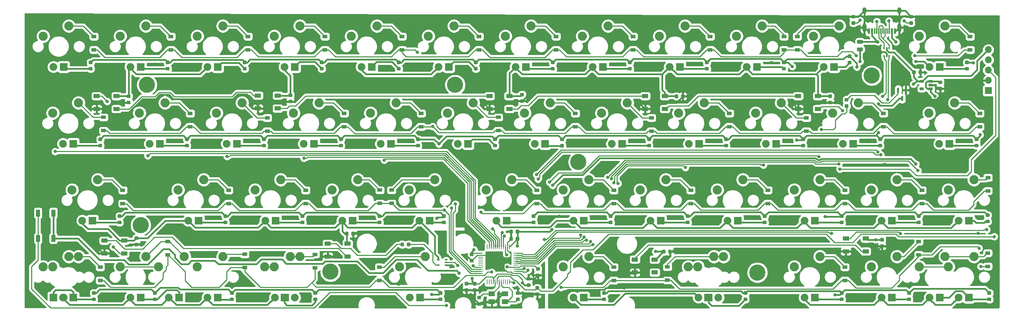
<source format=gbl>
G04 #@! TF.GenerationSoftware,KiCad,Pcbnew,5.0.2-bee76a0~70~ubuntu16.04.1*
G04 #@! TF.CreationDate,2019-05-21T21:14:29-04:00*
G04 #@! TF.ProjectId,steamvan,73746561-6d76-4616-9e2e-6b696361645f,rev?*
G04 #@! TF.SameCoordinates,PX43ec160PY7dabae0*
G04 #@! TF.FileFunction,Copper,L2,Bot*
G04 #@! TF.FilePolarity,Positive*
%FSLAX46Y46*%
G04 Gerber Fmt 4.6, Leading zero omitted, Abs format (unit mm)*
G04 Created by KiCad (PCBNEW 5.0.2-bee76a0~70~ubuntu16.04.1) date Tue 21 May 2019 09:14:29 PM EDT*
%MOMM*%
%LPD*%
G01*
G04 APERTURE LIST*
G04 #@! TA.AperFunction,ComponentPad*
%ADD10C,4.000000*%
G04 #@! TD*
G04 #@! TA.AperFunction,Conductor*
%ADD11C,0.100000*%
G04 #@! TD*
G04 #@! TA.AperFunction,SMDPad,CuDef*
%ADD12C,0.875000*%
G04 #@! TD*
G04 #@! TA.AperFunction,SMDPad,CuDef*
%ADD13C,0.975000*%
G04 #@! TD*
G04 #@! TA.AperFunction,ComponentPad*
%ADD14R,1.700000X1.700000*%
G04 #@! TD*
G04 #@! TA.AperFunction,ComponentPad*
%ADD15O,1.700000X1.700000*%
G04 #@! TD*
G04 #@! TA.AperFunction,ComponentPad*
%ADD16R,1.905000X1.905000*%
G04 #@! TD*
G04 #@! TA.AperFunction,ComponentPad*
%ADD17C,1.905000*%
G04 #@! TD*
G04 #@! TA.AperFunction,ComponentPad*
%ADD18C,2.250000*%
G04 #@! TD*
G04 #@! TA.AperFunction,SMDPad,CuDef*
%ADD19R,0.600000X1.300000*%
G04 #@! TD*
G04 #@! TA.AperFunction,SMDPad,CuDef*
%ADD20R,1.000000X1.700000*%
G04 #@! TD*
G04 #@! TA.AperFunction,SMDPad,CuDef*
%ADD21R,0.250000X1.300000*%
G04 #@! TD*
G04 #@! TA.AperFunction,SMDPad,CuDef*
%ADD22R,1.300000X0.250000*%
G04 #@! TD*
G04 #@! TA.AperFunction,SMDPad,CuDef*
%ADD23R,1.060000X0.650000*%
G04 #@! TD*
G04 #@! TA.AperFunction,SMDPad,CuDef*
%ADD24R,0.420000X0.600000*%
G04 #@! TD*
G04 #@! TA.AperFunction,ComponentPad*
%ADD25O,1.000000X1.600000*%
G04 #@! TD*
G04 #@! TA.AperFunction,ComponentPad*
%ADD26O,1.000000X2.100000*%
G04 #@! TD*
G04 #@! TA.AperFunction,SMDPad,CuDef*
%ADD27R,0.300000X1.450000*%
G04 #@! TD*
G04 #@! TA.AperFunction,SMDPad,CuDef*
%ADD28R,0.600000X1.450000*%
G04 #@! TD*
G04 #@! TA.AperFunction,SMDPad,CuDef*
%ADD29R,1.600000X1.300000*%
G04 #@! TD*
G04 #@! TA.AperFunction,SMDPad,CuDef*
%ADD30R,1.200000X0.900000*%
G04 #@! TD*
G04 #@! TA.AperFunction,SMDPad,CuDef*
%ADD31R,1.500000X1.000000*%
G04 #@! TD*
G04 #@! TA.AperFunction,SMDPad,CuDef*
%ADD32R,0.650000X0.400000*%
G04 #@! TD*
G04 #@! TA.AperFunction,ViaPad*
%ADD33C,0.800000*%
G04 #@! TD*
G04 #@! TA.AperFunction,Conductor*
%ADD34C,0.254000*%
G04 #@! TD*
G04 #@! TA.AperFunction,Conductor*
%ADD35C,0.381000*%
G04 #@! TD*
G04 APERTURE END LIST*
D10*
G04 #@! TO.P,REF\002A\002A,1*
G04 #@! TO.N,N/C*
X31618400Y57145200D03*
X30068400Y22395300D03*
X76968400Y10845300D03*
X107818400Y57145200D03*
X138305700Y38045200D03*
X210855700Y59445200D03*
X182555700Y10645300D03*
G04 #@! TD*
D11*
G04 #@! TO.N,OSC_OUT*
G04 #@! TO.C,C1*
G36*
X114056091Y4856147D02*
X114077326Y4852997D01*
X114098150Y4847781D01*
X114118362Y4840549D01*
X114137768Y4831370D01*
X114156181Y4820334D01*
X114173424Y4807546D01*
X114189330Y4793130D01*
X114203746Y4777224D01*
X114216534Y4759981D01*
X114227570Y4741568D01*
X114236749Y4722162D01*
X114243981Y4701950D01*
X114249197Y4681126D01*
X114252347Y4659891D01*
X114253400Y4638450D01*
X114253400Y4200950D01*
X114252347Y4179509D01*
X114249197Y4158274D01*
X114243981Y4137450D01*
X114236749Y4117238D01*
X114227570Y4097832D01*
X114216534Y4079419D01*
X114203746Y4062176D01*
X114189330Y4046270D01*
X114173424Y4031854D01*
X114156181Y4019066D01*
X114137768Y4008030D01*
X114118362Y3998851D01*
X114098150Y3991619D01*
X114077326Y3986403D01*
X114056091Y3983253D01*
X114034650Y3982200D01*
X113522150Y3982200D01*
X113500709Y3983253D01*
X113479474Y3986403D01*
X113458650Y3991619D01*
X113438438Y3998851D01*
X113419032Y4008030D01*
X113400619Y4019066D01*
X113383376Y4031854D01*
X113367470Y4046270D01*
X113353054Y4062176D01*
X113340266Y4079419D01*
X113329230Y4097832D01*
X113320051Y4117238D01*
X113312819Y4137450D01*
X113307603Y4158274D01*
X113304453Y4179509D01*
X113303400Y4200950D01*
X113303400Y4638450D01*
X113304453Y4659891D01*
X113307603Y4681126D01*
X113312819Y4701950D01*
X113320051Y4722162D01*
X113329230Y4741568D01*
X113340266Y4759981D01*
X113353054Y4777224D01*
X113367470Y4793130D01*
X113383376Y4807546D01*
X113400619Y4820334D01*
X113419032Y4831370D01*
X113438438Y4840549D01*
X113458650Y4847781D01*
X113479474Y4852997D01*
X113500709Y4856147D01*
X113522150Y4857200D01*
X114034650Y4857200D01*
X114056091Y4856147D01*
X114056091Y4856147D01*
G37*
D12*
G04 #@! TD*
G04 #@! TO.P,C1,1*
G04 #@! TO.N,OSC_OUT*
X113778400Y4419700D03*
D11*
G04 #@! TO.N,GND*
G04 #@! TO.C,C1*
G36*
X114056091Y3281147D02*
X114077326Y3277997D01*
X114098150Y3272781D01*
X114118362Y3265549D01*
X114137768Y3256370D01*
X114156181Y3245334D01*
X114173424Y3232546D01*
X114189330Y3218130D01*
X114203746Y3202224D01*
X114216534Y3184981D01*
X114227570Y3166568D01*
X114236749Y3147162D01*
X114243981Y3126950D01*
X114249197Y3106126D01*
X114252347Y3084891D01*
X114253400Y3063450D01*
X114253400Y2625950D01*
X114252347Y2604509D01*
X114249197Y2583274D01*
X114243981Y2562450D01*
X114236749Y2542238D01*
X114227570Y2522832D01*
X114216534Y2504419D01*
X114203746Y2487176D01*
X114189330Y2471270D01*
X114173424Y2456854D01*
X114156181Y2444066D01*
X114137768Y2433030D01*
X114118362Y2423851D01*
X114098150Y2416619D01*
X114077326Y2411403D01*
X114056091Y2408253D01*
X114034650Y2407200D01*
X113522150Y2407200D01*
X113500709Y2408253D01*
X113479474Y2411403D01*
X113458650Y2416619D01*
X113438438Y2423851D01*
X113419032Y2433030D01*
X113400619Y2444066D01*
X113383376Y2456854D01*
X113367470Y2471270D01*
X113353054Y2487176D01*
X113340266Y2504419D01*
X113329230Y2522832D01*
X113320051Y2542238D01*
X113312819Y2562450D01*
X113307603Y2583274D01*
X113304453Y2604509D01*
X113303400Y2625950D01*
X113303400Y3063450D01*
X113304453Y3084891D01*
X113307603Y3106126D01*
X113312819Y3126950D01*
X113320051Y3147162D01*
X113329230Y3166568D01*
X113340266Y3184981D01*
X113353054Y3202224D01*
X113367470Y3218130D01*
X113383376Y3232546D01*
X113400619Y3245334D01*
X113419032Y3256370D01*
X113438438Y3265549D01*
X113458650Y3272781D01*
X113479474Y3277997D01*
X113500709Y3281147D01*
X113522150Y3282200D01*
X114034650Y3282200D01*
X114056091Y3281147D01*
X114056091Y3281147D01*
G37*
D12*
G04 #@! TD*
G04 #@! TO.P,C1,2*
G04 #@! TO.N,GND*
X113778400Y2844700D03*
D11*
G04 #@! TO.N,GND*
G04 #@! TO.C,C2*
G36*
X123620091Y5999147D02*
X123641326Y5995997D01*
X123662150Y5990781D01*
X123682362Y5983549D01*
X123701768Y5974370D01*
X123720181Y5963334D01*
X123737424Y5950546D01*
X123753330Y5936130D01*
X123767746Y5920224D01*
X123780534Y5902981D01*
X123791570Y5884568D01*
X123800749Y5865162D01*
X123807981Y5844950D01*
X123813197Y5824126D01*
X123816347Y5802891D01*
X123817400Y5781450D01*
X123817400Y5343950D01*
X123816347Y5322509D01*
X123813197Y5301274D01*
X123807981Y5280450D01*
X123800749Y5260238D01*
X123791570Y5240832D01*
X123780534Y5222419D01*
X123767746Y5205176D01*
X123753330Y5189270D01*
X123737424Y5174854D01*
X123720181Y5162066D01*
X123701768Y5151030D01*
X123682362Y5141851D01*
X123662150Y5134619D01*
X123641326Y5129403D01*
X123620091Y5126253D01*
X123598650Y5125200D01*
X123086150Y5125200D01*
X123064709Y5126253D01*
X123043474Y5129403D01*
X123022650Y5134619D01*
X123002438Y5141851D01*
X122983032Y5151030D01*
X122964619Y5162066D01*
X122947376Y5174854D01*
X122931470Y5189270D01*
X122917054Y5205176D01*
X122904266Y5222419D01*
X122893230Y5240832D01*
X122884051Y5260238D01*
X122876819Y5280450D01*
X122871603Y5301274D01*
X122868453Y5322509D01*
X122867400Y5343950D01*
X122867400Y5781450D01*
X122868453Y5802891D01*
X122871603Y5824126D01*
X122876819Y5844950D01*
X122884051Y5865162D01*
X122893230Y5884568D01*
X122904266Y5902981D01*
X122917054Y5920224D01*
X122931470Y5936130D01*
X122947376Y5950546D01*
X122964619Y5963334D01*
X122983032Y5974370D01*
X123002438Y5983549D01*
X123022650Y5990781D01*
X123043474Y5995997D01*
X123064709Y5999147D01*
X123086150Y6000200D01*
X123598650Y6000200D01*
X123620091Y5999147D01*
X123620091Y5999147D01*
G37*
D12*
G04 #@! TD*
G04 #@! TO.P,C2,2*
G04 #@! TO.N,GND*
X123342400Y5562700D03*
D11*
G04 #@! TO.N,OSC_IN*
G04 #@! TO.C,C2*
G36*
X123620091Y4424147D02*
X123641326Y4420997D01*
X123662150Y4415781D01*
X123682362Y4408549D01*
X123701768Y4399370D01*
X123720181Y4388334D01*
X123737424Y4375546D01*
X123753330Y4361130D01*
X123767746Y4345224D01*
X123780534Y4327981D01*
X123791570Y4309568D01*
X123800749Y4290162D01*
X123807981Y4269950D01*
X123813197Y4249126D01*
X123816347Y4227891D01*
X123817400Y4206450D01*
X123817400Y3768950D01*
X123816347Y3747509D01*
X123813197Y3726274D01*
X123807981Y3705450D01*
X123800749Y3685238D01*
X123791570Y3665832D01*
X123780534Y3647419D01*
X123767746Y3630176D01*
X123753330Y3614270D01*
X123737424Y3599854D01*
X123720181Y3587066D01*
X123701768Y3576030D01*
X123682362Y3566851D01*
X123662150Y3559619D01*
X123641326Y3554403D01*
X123620091Y3551253D01*
X123598650Y3550200D01*
X123086150Y3550200D01*
X123064709Y3551253D01*
X123043474Y3554403D01*
X123022650Y3559619D01*
X123002438Y3566851D01*
X122983032Y3576030D01*
X122964619Y3587066D01*
X122947376Y3599854D01*
X122931470Y3614270D01*
X122917054Y3630176D01*
X122904266Y3647419D01*
X122893230Y3665832D01*
X122884051Y3685238D01*
X122876819Y3705450D01*
X122871603Y3726274D01*
X122868453Y3747509D01*
X122867400Y3768950D01*
X122867400Y4206450D01*
X122868453Y4227891D01*
X122871603Y4249126D01*
X122876819Y4269950D01*
X122884051Y4290162D01*
X122893230Y4309568D01*
X122904266Y4327981D01*
X122917054Y4345224D01*
X122931470Y4361130D01*
X122947376Y4375546D01*
X122964619Y4388334D01*
X122983032Y4399370D01*
X123002438Y4408549D01*
X123022650Y4415781D01*
X123043474Y4420997D01*
X123064709Y4424147D01*
X123086150Y4425200D01*
X123598650Y4425200D01*
X123620091Y4424147D01*
X123620091Y4424147D01*
G37*
D12*
G04 #@! TD*
G04 #@! TO.P,C2,1*
G04 #@! TO.N,OSC_IN*
X123342400Y3987700D03*
D11*
G04 #@! TO.N,+3V3*
G04 #@! TO.C,C3*
G36*
X126266771Y7949667D02*
X126288006Y7946517D01*
X126308830Y7941301D01*
X126329042Y7934069D01*
X126348448Y7924890D01*
X126366861Y7913854D01*
X126384104Y7901066D01*
X126400010Y7886650D01*
X126414426Y7870744D01*
X126427214Y7853501D01*
X126438250Y7835088D01*
X126447429Y7815682D01*
X126454661Y7795470D01*
X126459877Y7774646D01*
X126463027Y7753411D01*
X126464080Y7731970D01*
X126464080Y7294470D01*
X126463027Y7273029D01*
X126459877Y7251794D01*
X126454661Y7230970D01*
X126447429Y7210758D01*
X126438250Y7191352D01*
X126427214Y7172939D01*
X126414426Y7155696D01*
X126400010Y7139790D01*
X126384104Y7125374D01*
X126366861Y7112586D01*
X126348448Y7101550D01*
X126329042Y7092371D01*
X126308830Y7085139D01*
X126288006Y7079923D01*
X126266771Y7076773D01*
X126245330Y7075720D01*
X125732830Y7075720D01*
X125711389Y7076773D01*
X125690154Y7079923D01*
X125669330Y7085139D01*
X125649118Y7092371D01*
X125629712Y7101550D01*
X125611299Y7112586D01*
X125594056Y7125374D01*
X125578150Y7139790D01*
X125563734Y7155696D01*
X125550946Y7172939D01*
X125539910Y7191352D01*
X125530731Y7210758D01*
X125523499Y7230970D01*
X125518283Y7251794D01*
X125515133Y7273029D01*
X125514080Y7294470D01*
X125514080Y7731970D01*
X125515133Y7753411D01*
X125518283Y7774646D01*
X125523499Y7795470D01*
X125530731Y7815682D01*
X125539910Y7835088D01*
X125550946Y7853501D01*
X125563734Y7870744D01*
X125578150Y7886650D01*
X125594056Y7901066D01*
X125611299Y7913854D01*
X125629712Y7924890D01*
X125649118Y7934069D01*
X125669330Y7941301D01*
X125690154Y7946517D01*
X125711389Y7949667D01*
X125732830Y7950720D01*
X126245330Y7950720D01*
X126266771Y7949667D01*
X126266771Y7949667D01*
G37*
D12*
G04 #@! TD*
G04 #@! TO.P,C3,1*
G04 #@! TO.N,+3V3*
X125989080Y7513220D03*
D11*
G04 #@! TO.N,GND*
G04 #@! TO.C,C3*
G36*
X126266771Y9524667D02*
X126288006Y9521517D01*
X126308830Y9516301D01*
X126329042Y9509069D01*
X126348448Y9499890D01*
X126366861Y9488854D01*
X126384104Y9476066D01*
X126400010Y9461650D01*
X126414426Y9445744D01*
X126427214Y9428501D01*
X126438250Y9410088D01*
X126447429Y9390682D01*
X126454661Y9370470D01*
X126459877Y9349646D01*
X126463027Y9328411D01*
X126464080Y9306970D01*
X126464080Y8869470D01*
X126463027Y8848029D01*
X126459877Y8826794D01*
X126454661Y8805970D01*
X126447429Y8785758D01*
X126438250Y8766352D01*
X126427214Y8747939D01*
X126414426Y8730696D01*
X126400010Y8714790D01*
X126384104Y8700374D01*
X126366861Y8687586D01*
X126348448Y8676550D01*
X126329042Y8667371D01*
X126308830Y8660139D01*
X126288006Y8654923D01*
X126266771Y8651773D01*
X126245330Y8650720D01*
X125732830Y8650720D01*
X125711389Y8651773D01*
X125690154Y8654923D01*
X125669330Y8660139D01*
X125649118Y8667371D01*
X125629712Y8676550D01*
X125611299Y8687586D01*
X125594056Y8700374D01*
X125578150Y8714790D01*
X125563734Y8730696D01*
X125550946Y8747939D01*
X125539910Y8766352D01*
X125530731Y8785758D01*
X125523499Y8805970D01*
X125518283Y8826794D01*
X125515133Y8848029D01*
X125514080Y8869470D01*
X125514080Y9306970D01*
X125515133Y9328411D01*
X125518283Y9349646D01*
X125523499Y9370470D01*
X125530731Y9390682D01*
X125539910Y9410088D01*
X125550946Y9428501D01*
X125563734Y9445744D01*
X125578150Y9461650D01*
X125594056Y9476066D01*
X125611299Y9488854D01*
X125629712Y9499890D01*
X125649118Y9509069D01*
X125669330Y9516301D01*
X125690154Y9521517D01*
X125711389Y9524667D01*
X125732830Y9525720D01*
X126245330Y9525720D01*
X126266771Y9524667D01*
X126266771Y9524667D01*
G37*
D12*
G04 #@! TD*
G04 #@! TO.P,C3,2*
G04 #@! TO.N,GND*
X125989080Y9088220D03*
D11*
G04 #@! TO.N,GND*
G04 #@! TO.C,C4*
G36*
X121906091Y19473147D02*
X121927326Y19469997D01*
X121948150Y19464781D01*
X121968362Y19457549D01*
X121987768Y19448370D01*
X122006181Y19437334D01*
X122023424Y19424546D01*
X122039330Y19410130D01*
X122053746Y19394224D01*
X122066534Y19376981D01*
X122077570Y19358568D01*
X122086749Y19339162D01*
X122093981Y19318950D01*
X122099197Y19298126D01*
X122102347Y19276891D01*
X122103400Y19255450D01*
X122103400Y18742950D01*
X122102347Y18721509D01*
X122099197Y18700274D01*
X122093981Y18679450D01*
X122086749Y18659238D01*
X122077570Y18639832D01*
X122066534Y18621419D01*
X122053746Y18604176D01*
X122039330Y18588270D01*
X122023424Y18573854D01*
X122006181Y18561066D01*
X121987768Y18550030D01*
X121968362Y18540851D01*
X121948150Y18533619D01*
X121927326Y18528403D01*
X121906091Y18525253D01*
X121884650Y18524200D01*
X121447150Y18524200D01*
X121425709Y18525253D01*
X121404474Y18528403D01*
X121383650Y18533619D01*
X121363438Y18540851D01*
X121344032Y18550030D01*
X121325619Y18561066D01*
X121308376Y18573854D01*
X121292470Y18588270D01*
X121278054Y18604176D01*
X121265266Y18621419D01*
X121254230Y18639832D01*
X121245051Y18659238D01*
X121237819Y18679450D01*
X121232603Y18700274D01*
X121229453Y18721509D01*
X121228400Y18742950D01*
X121228400Y19255450D01*
X121229453Y19276891D01*
X121232603Y19298126D01*
X121237819Y19318950D01*
X121245051Y19339162D01*
X121254230Y19358568D01*
X121265266Y19376981D01*
X121278054Y19394224D01*
X121292470Y19410130D01*
X121308376Y19424546D01*
X121325619Y19437334D01*
X121344032Y19448370D01*
X121363438Y19457549D01*
X121383650Y19464781D01*
X121404474Y19469997D01*
X121425709Y19473147D01*
X121447150Y19474200D01*
X121884650Y19474200D01*
X121906091Y19473147D01*
X121906091Y19473147D01*
G37*
D12*
G04 #@! TD*
G04 #@! TO.P,C4,2*
G04 #@! TO.N,GND*
X121665900Y18999200D03*
D11*
G04 #@! TO.N,+3V3*
G04 #@! TO.C,C4*
G36*
X123481091Y19473147D02*
X123502326Y19469997D01*
X123523150Y19464781D01*
X123543362Y19457549D01*
X123562768Y19448370D01*
X123581181Y19437334D01*
X123598424Y19424546D01*
X123614330Y19410130D01*
X123628746Y19394224D01*
X123641534Y19376981D01*
X123652570Y19358568D01*
X123661749Y19339162D01*
X123668981Y19318950D01*
X123674197Y19298126D01*
X123677347Y19276891D01*
X123678400Y19255450D01*
X123678400Y18742950D01*
X123677347Y18721509D01*
X123674197Y18700274D01*
X123668981Y18679450D01*
X123661749Y18659238D01*
X123652570Y18639832D01*
X123641534Y18621419D01*
X123628746Y18604176D01*
X123614330Y18588270D01*
X123598424Y18573854D01*
X123581181Y18561066D01*
X123562768Y18550030D01*
X123543362Y18540851D01*
X123523150Y18533619D01*
X123502326Y18528403D01*
X123481091Y18525253D01*
X123459650Y18524200D01*
X123022150Y18524200D01*
X123000709Y18525253D01*
X122979474Y18528403D01*
X122958650Y18533619D01*
X122938438Y18540851D01*
X122919032Y18550030D01*
X122900619Y18561066D01*
X122883376Y18573854D01*
X122867470Y18588270D01*
X122853054Y18604176D01*
X122840266Y18621419D01*
X122829230Y18639832D01*
X122820051Y18659238D01*
X122812819Y18679450D01*
X122807603Y18700274D01*
X122804453Y18721509D01*
X122803400Y18742950D01*
X122803400Y19255450D01*
X122804453Y19276891D01*
X122807603Y19298126D01*
X122812819Y19318950D01*
X122820051Y19339162D01*
X122829230Y19358568D01*
X122840266Y19376981D01*
X122853054Y19394224D01*
X122867470Y19410130D01*
X122883376Y19424546D01*
X122900619Y19437334D01*
X122919032Y19448370D01*
X122938438Y19457549D01*
X122958650Y19464781D01*
X122979474Y19469997D01*
X123000709Y19473147D01*
X123022150Y19474200D01*
X123459650Y19474200D01*
X123481091Y19473147D01*
X123481091Y19473147D01*
G37*
D12*
G04 #@! TD*
G04 #@! TO.P,C4,1*
G04 #@! TO.N,+3V3*
X123240900Y18999200D03*
D11*
G04 #@! TO.N,+3V3*
G04 #@! TO.C,C5*
G36*
X123481091Y21251147D02*
X123502326Y21247997D01*
X123523150Y21242781D01*
X123543362Y21235549D01*
X123562768Y21226370D01*
X123581181Y21215334D01*
X123598424Y21202546D01*
X123614330Y21188130D01*
X123628746Y21172224D01*
X123641534Y21154981D01*
X123652570Y21136568D01*
X123661749Y21117162D01*
X123668981Y21096950D01*
X123674197Y21076126D01*
X123677347Y21054891D01*
X123678400Y21033450D01*
X123678400Y20520950D01*
X123677347Y20499509D01*
X123674197Y20478274D01*
X123668981Y20457450D01*
X123661749Y20437238D01*
X123652570Y20417832D01*
X123641534Y20399419D01*
X123628746Y20382176D01*
X123614330Y20366270D01*
X123598424Y20351854D01*
X123581181Y20339066D01*
X123562768Y20328030D01*
X123543362Y20318851D01*
X123523150Y20311619D01*
X123502326Y20306403D01*
X123481091Y20303253D01*
X123459650Y20302200D01*
X123022150Y20302200D01*
X123000709Y20303253D01*
X122979474Y20306403D01*
X122958650Y20311619D01*
X122938438Y20318851D01*
X122919032Y20328030D01*
X122900619Y20339066D01*
X122883376Y20351854D01*
X122867470Y20366270D01*
X122853054Y20382176D01*
X122840266Y20399419D01*
X122829230Y20417832D01*
X122820051Y20437238D01*
X122812819Y20457450D01*
X122807603Y20478274D01*
X122804453Y20499509D01*
X122803400Y20520950D01*
X122803400Y21033450D01*
X122804453Y21054891D01*
X122807603Y21076126D01*
X122812819Y21096950D01*
X122820051Y21117162D01*
X122829230Y21136568D01*
X122840266Y21154981D01*
X122853054Y21172224D01*
X122867470Y21188130D01*
X122883376Y21202546D01*
X122900619Y21215334D01*
X122919032Y21226370D01*
X122938438Y21235549D01*
X122958650Y21242781D01*
X122979474Y21247997D01*
X123000709Y21251147D01*
X123022150Y21252200D01*
X123459650Y21252200D01*
X123481091Y21251147D01*
X123481091Y21251147D01*
G37*
D12*
G04 #@! TD*
G04 #@! TO.P,C5,1*
G04 #@! TO.N,+3V3*
X123240900Y20777200D03*
D11*
G04 #@! TO.N,GND*
G04 #@! TO.C,C5*
G36*
X121906091Y21251147D02*
X121927326Y21247997D01*
X121948150Y21242781D01*
X121968362Y21235549D01*
X121987768Y21226370D01*
X122006181Y21215334D01*
X122023424Y21202546D01*
X122039330Y21188130D01*
X122053746Y21172224D01*
X122066534Y21154981D01*
X122077570Y21136568D01*
X122086749Y21117162D01*
X122093981Y21096950D01*
X122099197Y21076126D01*
X122102347Y21054891D01*
X122103400Y21033450D01*
X122103400Y20520950D01*
X122102347Y20499509D01*
X122099197Y20478274D01*
X122093981Y20457450D01*
X122086749Y20437238D01*
X122077570Y20417832D01*
X122066534Y20399419D01*
X122053746Y20382176D01*
X122039330Y20366270D01*
X122023424Y20351854D01*
X122006181Y20339066D01*
X121987768Y20328030D01*
X121968362Y20318851D01*
X121948150Y20311619D01*
X121927326Y20306403D01*
X121906091Y20303253D01*
X121884650Y20302200D01*
X121447150Y20302200D01*
X121425709Y20303253D01*
X121404474Y20306403D01*
X121383650Y20311619D01*
X121363438Y20318851D01*
X121344032Y20328030D01*
X121325619Y20339066D01*
X121308376Y20351854D01*
X121292470Y20366270D01*
X121278054Y20382176D01*
X121265266Y20399419D01*
X121254230Y20417832D01*
X121245051Y20437238D01*
X121237819Y20457450D01*
X121232603Y20478274D01*
X121229453Y20499509D01*
X121228400Y20520950D01*
X121228400Y21033450D01*
X121229453Y21054891D01*
X121232603Y21076126D01*
X121237819Y21096950D01*
X121245051Y21117162D01*
X121254230Y21136568D01*
X121265266Y21154981D01*
X121278054Y21172224D01*
X121292470Y21188130D01*
X121308376Y21202546D01*
X121325619Y21215334D01*
X121344032Y21226370D01*
X121363438Y21235549D01*
X121383650Y21242781D01*
X121404474Y21247997D01*
X121425709Y21251147D01*
X121447150Y21252200D01*
X121884650Y21252200D01*
X121906091Y21251147D01*
X121906091Y21251147D01*
G37*
D12*
G04 #@! TD*
G04 #@! TO.P,C5,2*
G04 #@! TO.N,GND*
X121665900Y20777200D03*
D11*
G04 #@! TO.N,+3V3*
G04 #@! TO.C,C6*
G36*
X110920091Y8310647D02*
X110941326Y8307497D01*
X110962150Y8302281D01*
X110982362Y8295049D01*
X111001768Y8285870D01*
X111020181Y8274834D01*
X111037424Y8262046D01*
X111053330Y8247630D01*
X111067746Y8231724D01*
X111080534Y8214481D01*
X111091570Y8196068D01*
X111100749Y8176662D01*
X111107981Y8156450D01*
X111113197Y8135626D01*
X111116347Y8114391D01*
X111117400Y8092950D01*
X111117400Y7655450D01*
X111116347Y7634009D01*
X111113197Y7612774D01*
X111107981Y7591950D01*
X111100749Y7571738D01*
X111091570Y7552332D01*
X111080534Y7533919D01*
X111067746Y7516676D01*
X111053330Y7500770D01*
X111037424Y7486354D01*
X111020181Y7473566D01*
X111001768Y7462530D01*
X110982362Y7453351D01*
X110962150Y7446119D01*
X110941326Y7440903D01*
X110920091Y7437753D01*
X110898650Y7436700D01*
X110386150Y7436700D01*
X110364709Y7437753D01*
X110343474Y7440903D01*
X110322650Y7446119D01*
X110302438Y7453351D01*
X110283032Y7462530D01*
X110264619Y7473566D01*
X110247376Y7486354D01*
X110231470Y7500770D01*
X110217054Y7516676D01*
X110204266Y7533919D01*
X110193230Y7552332D01*
X110184051Y7571738D01*
X110176819Y7591950D01*
X110171603Y7612774D01*
X110168453Y7634009D01*
X110167400Y7655450D01*
X110167400Y8092950D01*
X110168453Y8114391D01*
X110171603Y8135626D01*
X110176819Y8156450D01*
X110184051Y8176662D01*
X110193230Y8196068D01*
X110204266Y8214481D01*
X110217054Y8231724D01*
X110231470Y8247630D01*
X110247376Y8262046D01*
X110264619Y8274834D01*
X110283032Y8285870D01*
X110302438Y8295049D01*
X110322650Y8302281D01*
X110343474Y8307497D01*
X110364709Y8310647D01*
X110386150Y8311700D01*
X110898650Y8311700D01*
X110920091Y8310647D01*
X110920091Y8310647D01*
G37*
D12*
G04 #@! TD*
G04 #@! TO.P,C6,1*
G04 #@! TO.N,+3V3*
X110642400Y7874200D03*
D11*
G04 #@! TO.N,GND*
G04 #@! TO.C,C6*
G36*
X110920091Y6735647D02*
X110941326Y6732497D01*
X110962150Y6727281D01*
X110982362Y6720049D01*
X111001768Y6710870D01*
X111020181Y6699834D01*
X111037424Y6687046D01*
X111053330Y6672630D01*
X111067746Y6656724D01*
X111080534Y6639481D01*
X111091570Y6621068D01*
X111100749Y6601662D01*
X111107981Y6581450D01*
X111113197Y6560626D01*
X111116347Y6539391D01*
X111117400Y6517950D01*
X111117400Y6080450D01*
X111116347Y6059009D01*
X111113197Y6037774D01*
X111107981Y6016950D01*
X111100749Y5996738D01*
X111091570Y5977332D01*
X111080534Y5958919D01*
X111067746Y5941676D01*
X111053330Y5925770D01*
X111037424Y5911354D01*
X111020181Y5898566D01*
X111001768Y5887530D01*
X110982362Y5878351D01*
X110962150Y5871119D01*
X110941326Y5865903D01*
X110920091Y5862753D01*
X110898650Y5861700D01*
X110386150Y5861700D01*
X110364709Y5862753D01*
X110343474Y5865903D01*
X110322650Y5871119D01*
X110302438Y5878351D01*
X110283032Y5887530D01*
X110264619Y5898566D01*
X110247376Y5911354D01*
X110231470Y5925770D01*
X110217054Y5941676D01*
X110204266Y5958919D01*
X110193230Y5977332D01*
X110184051Y5996738D01*
X110176819Y6016950D01*
X110171603Y6037774D01*
X110168453Y6059009D01*
X110167400Y6080450D01*
X110167400Y6517950D01*
X110168453Y6539391D01*
X110171603Y6560626D01*
X110176819Y6581450D01*
X110184051Y6601662D01*
X110193230Y6621068D01*
X110204266Y6639481D01*
X110217054Y6656724D01*
X110231470Y6672630D01*
X110247376Y6687046D01*
X110264619Y6699834D01*
X110283032Y6710870D01*
X110302438Y6720049D01*
X110322650Y6727281D01*
X110343474Y6732497D01*
X110364709Y6735647D01*
X110386150Y6736700D01*
X110898650Y6736700D01*
X110920091Y6735647D01*
X110920091Y6735647D01*
G37*
D12*
G04 #@! TD*
G04 #@! TO.P,C6,2*
G04 #@! TO.N,GND*
X110642400Y6299200D03*
D11*
G04 #@! TO.N,GND*
G04 #@! TO.C,C7*
G36*
X112952091Y6710147D02*
X112973326Y6706997D01*
X112994150Y6701781D01*
X113014362Y6694549D01*
X113033768Y6685370D01*
X113052181Y6674334D01*
X113069424Y6661546D01*
X113085330Y6647130D01*
X113099746Y6631224D01*
X113112534Y6613981D01*
X113123570Y6595568D01*
X113132749Y6576162D01*
X113139981Y6555950D01*
X113145197Y6535126D01*
X113148347Y6513891D01*
X113149400Y6492450D01*
X113149400Y6054950D01*
X113148347Y6033509D01*
X113145197Y6012274D01*
X113139981Y5991450D01*
X113132749Y5971238D01*
X113123570Y5951832D01*
X113112534Y5933419D01*
X113099746Y5916176D01*
X113085330Y5900270D01*
X113069424Y5885854D01*
X113052181Y5873066D01*
X113033768Y5862030D01*
X113014362Y5852851D01*
X112994150Y5845619D01*
X112973326Y5840403D01*
X112952091Y5837253D01*
X112930650Y5836200D01*
X112418150Y5836200D01*
X112396709Y5837253D01*
X112375474Y5840403D01*
X112354650Y5845619D01*
X112334438Y5852851D01*
X112315032Y5862030D01*
X112296619Y5873066D01*
X112279376Y5885854D01*
X112263470Y5900270D01*
X112249054Y5916176D01*
X112236266Y5933419D01*
X112225230Y5951832D01*
X112216051Y5971238D01*
X112208819Y5991450D01*
X112203603Y6012274D01*
X112200453Y6033509D01*
X112199400Y6054950D01*
X112199400Y6492450D01*
X112200453Y6513891D01*
X112203603Y6535126D01*
X112208819Y6555950D01*
X112216051Y6576162D01*
X112225230Y6595568D01*
X112236266Y6613981D01*
X112249054Y6631224D01*
X112263470Y6647130D01*
X112279376Y6661546D01*
X112296619Y6674334D01*
X112315032Y6685370D01*
X112334438Y6694549D01*
X112354650Y6701781D01*
X112375474Y6706997D01*
X112396709Y6710147D01*
X112418150Y6711200D01*
X112930650Y6711200D01*
X112952091Y6710147D01*
X112952091Y6710147D01*
G37*
D12*
G04 #@! TD*
G04 #@! TO.P,C7,2*
G04 #@! TO.N,GND*
X112674400Y6273700D03*
D11*
G04 #@! TO.N,+3V3*
G04 #@! TO.C,C7*
G36*
X112952091Y8285147D02*
X112973326Y8281997D01*
X112994150Y8276781D01*
X113014362Y8269549D01*
X113033768Y8260370D01*
X113052181Y8249334D01*
X113069424Y8236546D01*
X113085330Y8222130D01*
X113099746Y8206224D01*
X113112534Y8188981D01*
X113123570Y8170568D01*
X113132749Y8151162D01*
X113139981Y8130950D01*
X113145197Y8110126D01*
X113148347Y8088891D01*
X113149400Y8067450D01*
X113149400Y7629950D01*
X113148347Y7608509D01*
X113145197Y7587274D01*
X113139981Y7566450D01*
X113132749Y7546238D01*
X113123570Y7526832D01*
X113112534Y7508419D01*
X113099746Y7491176D01*
X113085330Y7475270D01*
X113069424Y7460854D01*
X113052181Y7448066D01*
X113033768Y7437030D01*
X113014362Y7427851D01*
X112994150Y7420619D01*
X112973326Y7415403D01*
X112952091Y7412253D01*
X112930650Y7411200D01*
X112418150Y7411200D01*
X112396709Y7412253D01*
X112375474Y7415403D01*
X112354650Y7420619D01*
X112334438Y7427851D01*
X112315032Y7437030D01*
X112296619Y7448066D01*
X112279376Y7460854D01*
X112263470Y7475270D01*
X112249054Y7491176D01*
X112236266Y7508419D01*
X112225230Y7526832D01*
X112216051Y7546238D01*
X112208819Y7566450D01*
X112203603Y7587274D01*
X112200453Y7608509D01*
X112199400Y7629950D01*
X112199400Y8067450D01*
X112200453Y8088891D01*
X112203603Y8110126D01*
X112208819Y8130950D01*
X112216051Y8151162D01*
X112225230Y8170568D01*
X112236266Y8188981D01*
X112249054Y8206224D01*
X112263470Y8222130D01*
X112279376Y8236546D01*
X112296619Y8249334D01*
X112315032Y8260370D01*
X112334438Y8269549D01*
X112354650Y8276781D01*
X112375474Y8281997D01*
X112396709Y8285147D01*
X112418150Y8286200D01*
X112930650Y8286200D01*
X112952091Y8285147D01*
X112952091Y8285147D01*
G37*
D12*
G04 #@! TD*
G04 #@! TO.P,C7,1*
G04 #@! TO.N,+3V3*
X112674400Y7848700D03*
D11*
G04 #@! TO.N,GND*
G04 #@! TO.C,C8*
G36*
X112190091Y14012647D02*
X112211326Y14009497D01*
X112232150Y14004281D01*
X112252362Y13997049D01*
X112271768Y13987870D01*
X112290181Y13976834D01*
X112307424Y13964046D01*
X112323330Y13949630D01*
X112337746Y13933724D01*
X112350534Y13916481D01*
X112361570Y13898068D01*
X112370749Y13878662D01*
X112377981Y13858450D01*
X112383197Y13837626D01*
X112386347Y13816391D01*
X112387400Y13794950D01*
X112387400Y13357450D01*
X112386347Y13336009D01*
X112383197Y13314774D01*
X112377981Y13293950D01*
X112370749Y13273738D01*
X112361570Y13254332D01*
X112350534Y13235919D01*
X112337746Y13218676D01*
X112323330Y13202770D01*
X112307424Y13188354D01*
X112290181Y13175566D01*
X112271768Y13164530D01*
X112252362Y13155351D01*
X112232150Y13148119D01*
X112211326Y13142903D01*
X112190091Y13139753D01*
X112168650Y13138700D01*
X111656150Y13138700D01*
X111634709Y13139753D01*
X111613474Y13142903D01*
X111592650Y13148119D01*
X111572438Y13155351D01*
X111553032Y13164530D01*
X111534619Y13175566D01*
X111517376Y13188354D01*
X111501470Y13202770D01*
X111487054Y13218676D01*
X111474266Y13235919D01*
X111463230Y13254332D01*
X111454051Y13273738D01*
X111446819Y13293950D01*
X111441603Y13314774D01*
X111438453Y13336009D01*
X111437400Y13357450D01*
X111437400Y13794950D01*
X111438453Y13816391D01*
X111441603Y13837626D01*
X111446819Y13858450D01*
X111454051Y13878662D01*
X111463230Y13898068D01*
X111474266Y13916481D01*
X111487054Y13933724D01*
X111501470Y13949630D01*
X111517376Y13964046D01*
X111534619Y13976834D01*
X111553032Y13987870D01*
X111572438Y13997049D01*
X111592650Y14004281D01*
X111613474Y14009497D01*
X111634709Y14012647D01*
X111656150Y14013700D01*
X112168650Y14013700D01*
X112190091Y14012647D01*
X112190091Y14012647D01*
G37*
D12*
G04 #@! TD*
G04 #@! TO.P,C8,2*
G04 #@! TO.N,GND*
X111912400Y13576200D03*
D11*
G04 #@! TO.N,+3V3*
G04 #@! TO.C,C8*
G36*
X112190091Y15587647D02*
X112211326Y15584497D01*
X112232150Y15579281D01*
X112252362Y15572049D01*
X112271768Y15562870D01*
X112290181Y15551834D01*
X112307424Y15539046D01*
X112323330Y15524630D01*
X112337746Y15508724D01*
X112350534Y15491481D01*
X112361570Y15473068D01*
X112370749Y15453662D01*
X112377981Y15433450D01*
X112383197Y15412626D01*
X112386347Y15391391D01*
X112387400Y15369950D01*
X112387400Y14932450D01*
X112386347Y14911009D01*
X112383197Y14889774D01*
X112377981Y14868950D01*
X112370749Y14848738D01*
X112361570Y14829332D01*
X112350534Y14810919D01*
X112337746Y14793676D01*
X112323330Y14777770D01*
X112307424Y14763354D01*
X112290181Y14750566D01*
X112271768Y14739530D01*
X112252362Y14730351D01*
X112232150Y14723119D01*
X112211326Y14717903D01*
X112190091Y14714753D01*
X112168650Y14713700D01*
X111656150Y14713700D01*
X111634709Y14714753D01*
X111613474Y14717903D01*
X111592650Y14723119D01*
X111572438Y14730351D01*
X111553032Y14739530D01*
X111534619Y14750566D01*
X111517376Y14763354D01*
X111501470Y14777770D01*
X111487054Y14793676D01*
X111474266Y14810919D01*
X111463230Y14829332D01*
X111454051Y14848738D01*
X111446819Y14868950D01*
X111441603Y14889774D01*
X111438453Y14911009D01*
X111437400Y14932450D01*
X111437400Y15369950D01*
X111438453Y15391391D01*
X111441603Y15412626D01*
X111446819Y15433450D01*
X111454051Y15453662D01*
X111463230Y15473068D01*
X111474266Y15491481D01*
X111487054Y15508724D01*
X111501470Y15524630D01*
X111517376Y15539046D01*
X111534619Y15551834D01*
X111553032Y15562870D01*
X111572438Y15572049D01*
X111592650Y15579281D01*
X111613474Y15584497D01*
X111634709Y15587647D01*
X111656150Y15588700D01*
X112168650Y15588700D01*
X112190091Y15587647D01*
X112190091Y15587647D01*
G37*
D12*
G04 #@! TD*
G04 #@! TO.P,C8,1*
G04 #@! TO.N,+3V3*
X111912400Y15151200D03*
D11*
G04 #@! TO.N,NRST*
G04 #@! TO.C,C9*
G36*
X128415611Y7274227D02*
X128436846Y7271077D01*
X128457670Y7265861D01*
X128477882Y7258629D01*
X128497288Y7249450D01*
X128515701Y7238414D01*
X128532944Y7225626D01*
X128548850Y7211210D01*
X128563266Y7195304D01*
X128576054Y7178061D01*
X128587090Y7159648D01*
X128596269Y7140242D01*
X128603501Y7120030D01*
X128608717Y7099206D01*
X128611867Y7077971D01*
X128612920Y7056530D01*
X128612920Y6619030D01*
X128611867Y6597589D01*
X128608717Y6576354D01*
X128603501Y6555530D01*
X128596269Y6535318D01*
X128587090Y6515912D01*
X128576054Y6497499D01*
X128563266Y6480256D01*
X128548850Y6464350D01*
X128532944Y6449934D01*
X128515701Y6437146D01*
X128497288Y6426110D01*
X128477882Y6416931D01*
X128457670Y6409699D01*
X128436846Y6404483D01*
X128415611Y6401333D01*
X128394170Y6400280D01*
X127881670Y6400280D01*
X127860229Y6401333D01*
X127838994Y6404483D01*
X127818170Y6409699D01*
X127797958Y6416931D01*
X127778552Y6426110D01*
X127760139Y6437146D01*
X127742896Y6449934D01*
X127726990Y6464350D01*
X127712574Y6480256D01*
X127699786Y6497499D01*
X127688750Y6515912D01*
X127679571Y6535318D01*
X127672339Y6555530D01*
X127667123Y6576354D01*
X127663973Y6597589D01*
X127662920Y6619030D01*
X127662920Y7056530D01*
X127663973Y7077971D01*
X127667123Y7099206D01*
X127672339Y7120030D01*
X127679571Y7140242D01*
X127688750Y7159648D01*
X127699786Y7178061D01*
X127712574Y7195304D01*
X127726990Y7211210D01*
X127742896Y7225626D01*
X127760139Y7238414D01*
X127778552Y7249450D01*
X127797958Y7258629D01*
X127818170Y7265861D01*
X127838994Y7271077D01*
X127860229Y7274227D01*
X127881670Y7275280D01*
X128394170Y7275280D01*
X128415611Y7274227D01*
X128415611Y7274227D01*
G37*
D12*
G04 #@! TD*
G04 #@! TO.P,C9,1*
G04 #@! TO.N,NRST*
X128137920Y6837780D03*
D11*
G04 #@! TO.N,GND*
G04 #@! TO.C,C9*
G36*
X128415611Y5699227D02*
X128436846Y5696077D01*
X128457670Y5690861D01*
X128477882Y5683629D01*
X128497288Y5674450D01*
X128515701Y5663414D01*
X128532944Y5650626D01*
X128548850Y5636210D01*
X128563266Y5620304D01*
X128576054Y5603061D01*
X128587090Y5584648D01*
X128596269Y5565242D01*
X128603501Y5545030D01*
X128608717Y5524206D01*
X128611867Y5502971D01*
X128612920Y5481530D01*
X128612920Y5044030D01*
X128611867Y5022589D01*
X128608717Y5001354D01*
X128603501Y4980530D01*
X128596269Y4960318D01*
X128587090Y4940912D01*
X128576054Y4922499D01*
X128563266Y4905256D01*
X128548850Y4889350D01*
X128532944Y4874934D01*
X128515701Y4862146D01*
X128497288Y4851110D01*
X128477882Y4841931D01*
X128457670Y4834699D01*
X128436846Y4829483D01*
X128415611Y4826333D01*
X128394170Y4825280D01*
X127881670Y4825280D01*
X127860229Y4826333D01*
X127838994Y4829483D01*
X127818170Y4834699D01*
X127797958Y4841931D01*
X127778552Y4851110D01*
X127760139Y4862146D01*
X127742896Y4874934D01*
X127726990Y4889350D01*
X127712574Y4905256D01*
X127699786Y4922499D01*
X127688750Y4940912D01*
X127679571Y4960318D01*
X127672339Y4980530D01*
X127667123Y5001354D01*
X127663973Y5022589D01*
X127662920Y5044030D01*
X127662920Y5481530D01*
X127663973Y5502971D01*
X127667123Y5524206D01*
X127672339Y5545030D01*
X127679571Y5565242D01*
X127688750Y5584648D01*
X127699786Y5603061D01*
X127712574Y5620304D01*
X127726990Y5636210D01*
X127742896Y5650626D01*
X127760139Y5663414D01*
X127778552Y5674450D01*
X127797958Y5683629D01*
X127818170Y5690861D01*
X127838994Y5696077D01*
X127860229Y5699227D01*
X127881670Y5700280D01*
X128394170Y5700280D01*
X128415611Y5699227D01*
X128415611Y5699227D01*
G37*
D12*
G04 #@! TD*
G04 #@! TO.P,C9,2*
G04 #@! TO.N,GND*
X128137920Y5262780D03*
D11*
G04 #@! TO.N,+5V*
G04 #@! TO.C,C10*
G36*
X228056091Y58211647D02*
X228077326Y58208497D01*
X228098150Y58203281D01*
X228118362Y58196049D01*
X228137768Y58186870D01*
X228156181Y58175834D01*
X228173424Y58163046D01*
X228189330Y58148630D01*
X228203746Y58132724D01*
X228216534Y58115481D01*
X228227570Y58097068D01*
X228236749Y58077662D01*
X228243981Y58057450D01*
X228249197Y58036626D01*
X228252347Y58015391D01*
X228253400Y57993950D01*
X228253400Y57556450D01*
X228252347Y57535009D01*
X228249197Y57513774D01*
X228243981Y57492950D01*
X228236749Y57472738D01*
X228227570Y57453332D01*
X228216534Y57434919D01*
X228203746Y57417676D01*
X228189330Y57401770D01*
X228173424Y57387354D01*
X228156181Y57374566D01*
X228137768Y57363530D01*
X228118362Y57354351D01*
X228098150Y57347119D01*
X228077326Y57341903D01*
X228056091Y57338753D01*
X228034650Y57337700D01*
X227522150Y57337700D01*
X227500709Y57338753D01*
X227479474Y57341903D01*
X227458650Y57347119D01*
X227438438Y57354351D01*
X227419032Y57363530D01*
X227400619Y57374566D01*
X227383376Y57387354D01*
X227367470Y57401770D01*
X227353054Y57417676D01*
X227340266Y57434919D01*
X227329230Y57453332D01*
X227320051Y57472738D01*
X227312819Y57492950D01*
X227307603Y57513774D01*
X227304453Y57535009D01*
X227303400Y57556450D01*
X227303400Y57993950D01*
X227304453Y58015391D01*
X227307603Y58036626D01*
X227312819Y58057450D01*
X227320051Y58077662D01*
X227329230Y58097068D01*
X227340266Y58115481D01*
X227353054Y58132724D01*
X227367470Y58148630D01*
X227383376Y58163046D01*
X227400619Y58175834D01*
X227419032Y58186870D01*
X227438438Y58196049D01*
X227458650Y58203281D01*
X227479474Y58208497D01*
X227500709Y58211647D01*
X227522150Y58212700D01*
X228034650Y58212700D01*
X228056091Y58211647D01*
X228056091Y58211647D01*
G37*
D12*
G04 #@! TD*
G04 #@! TO.P,C10,1*
G04 #@! TO.N,+5V*
X227778400Y57775200D03*
D11*
G04 #@! TO.N,GND*
G04 #@! TO.C,C10*
G36*
X228056091Y56636647D02*
X228077326Y56633497D01*
X228098150Y56628281D01*
X228118362Y56621049D01*
X228137768Y56611870D01*
X228156181Y56600834D01*
X228173424Y56588046D01*
X228189330Y56573630D01*
X228203746Y56557724D01*
X228216534Y56540481D01*
X228227570Y56522068D01*
X228236749Y56502662D01*
X228243981Y56482450D01*
X228249197Y56461626D01*
X228252347Y56440391D01*
X228253400Y56418950D01*
X228253400Y55981450D01*
X228252347Y55960009D01*
X228249197Y55938774D01*
X228243981Y55917950D01*
X228236749Y55897738D01*
X228227570Y55878332D01*
X228216534Y55859919D01*
X228203746Y55842676D01*
X228189330Y55826770D01*
X228173424Y55812354D01*
X228156181Y55799566D01*
X228137768Y55788530D01*
X228118362Y55779351D01*
X228098150Y55772119D01*
X228077326Y55766903D01*
X228056091Y55763753D01*
X228034650Y55762700D01*
X227522150Y55762700D01*
X227500709Y55763753D01*
X227479474Y55766903D01*
X227458650Y55772119D01*
X227438438Y55779351D01*
X227419032Y55788530D01*
X227400619Y55799566D01*
X227383376Y55812354D01*
X227367470Y55826770D01*
X227353054Y55842676D01*
X227340266Y55859919D01*
X227329230Y55878332D01*
X227320051Y55897738D01*
X227312819Y55917950D01*
X227307603Y55938774D01*
X227304453Y55960009D01*
X227303400Y55981450D01*
X227303400Y56418950D01*
X227304453Y56440391D01*
X227307603Y56461626D01*
X227312819Y56482450D01*
X227320051Y56502662D01*
X227329230Y56522068D01*
X227340266Y56540481D01*
X227353054Y56557724D01*
X227367470Y56573630D01*
X227383376Y56588046D01*
X227400619Y56600834D01*
X227419032Y56611870D01*
X227438438Y56621049D01*
X227458650Y56628281D01*
X227479474Y56633497D01*
X227500709Y56636647D01*
X227522150Y56637700D01*
X228034650Y56637700D01*
X228056091Y56636647D01*
X228056091Y56636647D01*
G37*
D12*
G04 #@! TD*
G04 #@! TO.P,C10,2*
G04 #@! TO.N,GND*
X227778400Y56200200D03*
D11*
G04 #@! TO.N,GND*
G04 #@! TO.C,C11*
G36*
X223093591Y60749147D02*
X223114826Y60745997D01*
X223135650Y60740781D01*
X223155862Y60733549D01*
X223175268Y60724370D01*
X223193681Y60713334D01*
X223210924Y60700546D01*
X223226830Y60686130D01*
X223241246Y60670224D01*
X223254034Y60652981D01*
X223265070Y60634568D01*
X223274249Y60615162D01*
X223281481Y60594950D01*
X223286697Y60574126D01*
X223289847Y60552891D01*
X223290900Y60531450D01*
X223290900Y60018950D01*
X223289847Y59997509D01*
X223286697Y59976274D01*
X223281481Y59955450D01*
X223274249Y59935238D01*
X223265070Y59915832D01*
X223254034Y59897419D01*
X223241246Y59880176D01*
X223226830Y59864270D01*
X223210924Y59849854D01*
X223193681Y59837066D01*
X223175268Y59826030D01*
X223155862Y59816851D01*
X223135650Y59809619D01*
X223114826Y59804403D01*
X223093591Y59801253D01*
X223072150Y59800200D01*
X222634650Y59800200D01*
X222613209Y59801253D01*
X222591974Y59804403D01*
X222571150Y59809619D01*
X222550938Y59816851D01*
X222531532Y59826030D01*
X222513119Y59837066D01*
X222495876Y59849854D01*
X222479970Y59864270D01*
X222465554Y59880176D01*
X222452766Y59897419D01*
X222441730Y59915832D01*
X222432551Y59935238D01*
X222425319Y59955450D01*
X222420103Y59976274D01*
X222416953Y59997509D01*
X222415900Y60018950D01*
X222415900Y60531450D01*
X222416953Y60552891D01*
X222420103Y60574126D01*
X222425319Y60594950D01*
X222432551Y60615162D01*
X222441730Y60634568D01*
X222452766Y60652981D01*
X222465554Y60670224D01*
X222479970Y60686130D01*
X222495876Y60700546D01*
X222513119Y60713334D01*
X222531532Y60724370D01*
X222550938Y60733549D01*
X222571150Y60740781D01*
X222591974Y60745997D01*
X222613209Y60749147D01*
X222634650Y60750200D01*
X223072150Y60750200D01*
X223093591Y60749147D01*
X223093591Y60749147D01*
G37*
D12*
G04 #@! TD*
G04 #@! TO.P,C11,2*
G04 #@! TO.N,GND*
X222853400Y60275200D03*
D11*
G04 #@! TO.N,+3V3*
G04 #@! TO.C,C11*
G36*
X221518591Y60749147D02*
X221539826Y60745997D01*
X221560650Y60740781D01*
X221580862Y60733549D01*
X221600268Y60724370D01*
X221618681Y60713334D01*
X221635924Y60700546D01*
X221651830Y60686130D01*
X221666246Y60670224D01*
X221679034Y60652981D01*
X221690070Y60634568D01*
X221699249Y60615162D01*
X221706481Y60594950D01*
X221711697Y60574126D01*
X221714847Y60552891D01*
X221715900Y60531450D01*
X221715900Y60018950D01*
X221714847Y59997509D01*
X221711697Y59976274D01*
X221706481Y59955450D01*
X221699249Y59935238D01*
X221690070Y59915832D01*
X221679034Y59897419D01*
X221666246Y59880176D01*
X221651830Y59864270D01*
X221635924Y59849854D01*
X221618681Y59837066D01*
X221600268Y59826030D01*
X221580862Y59816851D01*
X221560650Y59809619D01*
X221539826Y59804403D01*
X221518591Y59801253D01*
X221497150Y59800200D01*
X221059650Y59800200D01*
X221038209Y59801253D01*
X221016974Y59804403D01*
X220996150Y59809619D01*
X220975938Y59816851D01*
X220956532Y59826030D01*
X220938119Y59837066D01*
X220920876Y59849854D01*
X220904970Y59864270D01*
X220890554Y59880176D01*
X220877766Y59897419D01*
X220866730Y59915832D01*
X220857551Y59935238D01*
X220850319Y59955450D01*
X220845103Y59976274D01*
X220841953Y59997509D01*
X220840900Y60018950D01*
X220840900Y60531450D01*
X220841953Y60552891D01*
X220845103Y60574126D01*
X220850319Y60594950D01*
X220857551Y60615162D01*
X220866730Y60634568D01*
X220877766Y60652981D01*
X220890554Y60670224D01*
X220904970Y60686130D01*
X220920876Y60700546D01*
X220938119Y60713334D01*
X220956532Y60724370D01*
X220975938Y60733549D01*
X220996150Y60740781D01*
X221016974Y60745997D01*
X221038209Y60749147D01*
X221059650Y60750200D01*
X221497150Y60750200D01*
X221518591Y60749147D01*
X221518591Y60749147D01*
G37*
D12*
G04 #@! TD*
G04 #@! TO.P,C11,1*
G04 #@! TO.N,+3V3*
X221278400Y60275200D03*
D11*
G04 #@! TO.N,+5V*
G04 #@! TO.C,F1*
G36*
X208404542Y66427026D02*
X208428203Y66423516D01*
X208451407Y66417704D01*
X208473929Y66409646D01*
X208495553Y66399418D01*
X208516070Y66387121D01*
X208535283Y66372871D01*
X208553007Y66356807D01*
X208569071Y66339083D01*
X208583321Y66319870D01*
X208595618Y66299353D01*
X208605846Y66277729D01*
X208613904Y66255207D01*
X208619716Y66232003D01*
X208623226Y66208342D01*
X208624400Y66184450D01*
X208624400Y65696950D01*
X208623226Y65673058D01*
X208619716Y65649397D01*
X208613904Y65626193D01*
X208605846Y65603671D01*
X208595618Y65582047D01*
X208583321Y65561530D01*
X208569071Y65542317D01*
X208553007Y65524593D01*
X208535283Y65508529D01*
X208516070Y65494279D01*
X208495553Y65481982D01*
X208473929Y65471754D01*
X208451407Y65463696D01*
X208428203Y65457884D01*
X208404542Y65454374D01*
X208380650Y65453200D01*
X207468150Y65453200D01*
X207444258Y65454374D01*
X207420597Y65457884D01*
X207397393Y65463696D01*
X207374871Y65471754D01*
X207353247Y65481982D01*
X207332730Y65494279D01*
X207313517Y65508529D01*
X207295793Y65524593D01*
X207279729Y65542317D01*
X207265479Y65561530D01*
X207253182Y65582047D01*
X207242954Y65603671D01*
X207234896Y65626193D01*
X207229084Y65649397D01*
X207225574Y65673058D01*
X207224400Y65696950D01*
X207224400Y66184450D01*
X207225574Y66208342D01*
X207229084Y66232003D01*
X207234896Y66255207D01*
X207242954Y66277729D01*
X207253182Y66299353D01*
X207265479Y66319870D01*
X207279729Y66339083D01*
X207295793Y66356807D01*
X207313517Y66372871D01*
X207332730Y66387121D01*
X207353247Y66399418D01*
X207374871Y66409646D01*
X207397393Y66417704D01*
X207420597Y66423516D01*
X207444258Y66427026D01*
X207468150Y66428200D01*
X208380650Y66428200D01*
X208404542Y66427026D01*
X208404542Y66427026D01*
G37*
D13*
G04 #@! TD*
G04 #@! TO.P,F1,1*
G04 #@! TO.N,+5V*
X207924400Y65940700D03*
D11*
G04 #@! TO.N,Net-(F1-Pad2)*
G04 #@! TO.C,F1*
G36*
X208404542Y68302026D02*
X208428203Y68298516D01*
X208451407Y68292704D01*
X208473929Y68284646D01*
X208495553Y68274418D01*
X208516070Y68262121D01*
X208535283Y68247871D01*
X208553007Y68231807D01*
X208569071Y68214083D01*
X208583321Y68194870D01*
X208595618Y68174353D01*
X208605846Y68152729D01*
X208613904Y68130207D01*
X208619716Y68107003D01*
X208623226Y68083342D01*
X208624400Y68059450D01*
X208624400Y67571950D01*
X208623226Y67548058D01*
X208619716Y67524397D01*
X208613904Y67501193D01*
X208605846Y67478671D01*
X208595618Y67457047D01*
X208583321Y67436530D01*
X208569071Y67417317D01*
X208553007Y67399593D01*
X208535283Y67383529D01*
X208516070Y67369279D01*
X208495553Y67356982D01*
X208473929Y67346754D01*
X208451407Y67338696D01*
X208428203Y67332884D01*
X208404542Y67329374D01*
X208380650Y67328200D01*
X207468150Y67328200D01*
X207444258Y67329374D01*
X207420597Y67332884D01*
X207397393Y67338696D01*
X207374871Y67346754D01*
X207353247Y67356982D01*
X207332730Y67369279D01*
X207313517Y67383529D01*
X207295793Y67399593D01*
X207279729Y67417317D01*
X207265479Y67436530D01*
X207253182Y67457047D01*
X207242954Y67478671D01*
X207234896Y67501193D01*
X207229084Y67524397D01*
X207225574Y67548058D01*
X207224400Y67571950D01*
X207224400Y68059450D01*
X207225574Y68083342D01*
X207229084Y68107003D01*
X207234896Y68130207D01*
X207242954Y68152729D01*
X207253182Y68174353D01*
X207265479Y68194870D01*
X207279729Y68214083D01*
X207295793Y68231807D01*
X207313517Y68247871D01*
X207332730Y68262121D01*
X207353247Y68274418D01*
X207374871Y68284646D01*
X207397393Y68292704D01*
X207420597Y68298516D01*
X207444258Y68302026D01*
X207468150Y68303200D01*
X208380650Y68303200D01*
X208404542Y68302026D01*
X208404542Y68302026D01*
G37*
D13*
G04 #@! TD*
G04 #@! TO.P,F1,2*
G04 #@! TO.N,Net-(F1-Pad2)*
X207924400Y67815700D03*
D14*
G04 #@! TO.P,J1,1*
G04 #@! TO.N,SWDIO*
X239674400Y55702200D03*
D15*
G04 #@! TO.P,J1,2*
G04 #@! TO.N,GND*
X239674400Y58242200D03*
G04 #@! TO.P,J1,3*
G04 #@! TO.N,SWCLK*
X239674400Y60782200D03*
G04 #@! TO.P,J1,4*
G04 #@! TO.N,NRST*
X239674400Y63322200D03*
G04 #@! TO.P,J1,5*
G04 #@! TO.N,+3V3*
X239674400Y65862200D03*
G04 #@! TD*
D16*
G04 #@! TO.P,K_DOWN1,4*
G04 #@! TO.N,Net-(K_DOWN1-Pad4)*
X215798400Y4457700D03*
D17*
G04 #@! TO.P,K_DOWN1,3*
G04 #@! TO.N,+5V*
X213258400Y4457700D03*
D18*
G04 #@! TO.P,K_DOWN1,1*
G04 #@! TO.N,COL10*
X210718400Y12077700D03*
G04 #@! TO.P,K_DOWN1,2*
G04 #@! TO.N,Net-(D45-Pad2)*
X217068400Y14617700D03*
G04 #@! TD*
D16*
G04 #@! TO.P,K_LOCK1,4*
G04 #@! TO.N,Net-(K_LOCK1-Pad4)*
X227704650Y4457700D03*
D17*
G04 #@! TO.P,K_LOCK1,3*
G04 #@! TO.N,+5V*
X225164650Y4457700D03*
D18*
G04 #@! TO.P,K_LOCK1,1*
G04 #@! TO.N,COL11*
X222624650Y12077700D03*
G04 #@! TO.P,K_LOCK1,2*
G04 #@! TO.N,Net-(D46-Pad2)*
X228974650Y14617700D03*
G04 #@! TD*
G04 #@! TO.P,K_RIGHT1,2*
G04 #@! TO.N,Net-(D46-Pad2)*
X236118400Y14617700D03*
G04 #@! TO.P,K_RIGHT1,1*
G04 #@! TO.N,COL11*
X229768400Y12077700D03*
D17*
G04 #@! TO.P,K_RIGHT1,3*
G04 #@! TO.N,+5V*
X232308400Y4457700D03*
D16*
G04 #@! TO.P,K_RIGHT1,4*
G04 #@! TO.N,Net-(K_LOCK1-Pad4)*
X234848400Y4457700D03*
G04 #@! TD*
G04 #@! TO.P,K_RSHIFT1,4*
G04 #@! TO.N,Net-(K_RSHIFT1-Pad4)*
X196748400Y4457700D03*
D17*
G04 #@! TO.P,K_RSHIFT1,3*
G04 #@! TO.N,+5V*
X194208400Y4457700D03*
D18*
G04 #@! TO.P,K_RSHIFT1,1*
G04 #@! TO.N,COL9*
X191668400Y12077700D03*
G04 #@! TO.P,K_RSHIFT1,2*
G04 #@! TO.N,Net-(D44-Pad2)*
X198018400Y14617700D03*
G04 #@! TD*
D19*
G04 #@! TO.P,Q1,3*
G04 #@! TO.N,LEDGND*
X218338400Y53763200D03*
G04 #@! TO.P,Q1,2*
G04 #@! TO.N,GND*
X219288400Y55863200D03*
G04 #@! TO.P,Q1,1*
G04 #@! TO.N,Net-(Q1-Pad1)*
X217388400Y55863200D03*
G04 #@! TD*
D11*
G04 #@! TO.N,LEDGND*
G04 #@! TO.C,R1*
G36*
X17956091Y63149147D02*
X17977326Y63145997D01*
X17998150Y63140781D01*
X18018362Y63133549D01*
X18037768Y63124370D01*
X18056181Y63113334D01*
X18073424Y63100546D01*
X18089330Y63086130D01*
X18103746Y63070224D01*
X18116534Y63052981D01*
X18127570Y63034568D01*
X18136749Y63015162D01*
X18143981Y62994950D01*
X18149197Y62974126D01*
X18152347Y62952891D01*
X18153400Y62931450D01*
X18153400Y62493950D01*
X18152347Y62472509D01*
X18149197Y62451274D01*
X18143981Y62430450D01*
X18136749Y62410238D01*
X18127570Y62390832D01*
X18116534Y62372419D01*
X18103746Y62355176D01*
X18089330Y62339270D01*
X18073424Y62324854D01*
X18056181Y62312066D01*
X18037768Y62301030D01*
X18018362Y62291851D01*
X17998150Y62284619D01*
X17977326Y62279403D01*
X17956091Y62276253D01*
X17934650Y62275200D01*
X17422150Y62275200D01*
X17400709Y62276253D01*
X17379474Y62279403D01*
X17358650Y62284619D01*
X17338438Y62291851D01*
X17319032Y62301030D01*
X17300619Y62312066D01*
X17283376Y62324854D01*
X17267470Y62339270D01*
X17253054Y62355176D01*
X17240266Y62372419D01*
X17229230Y62390832D01*
X17220051Y62410238D01*
X17212819Y62430450D01*
X17207603Y62451274D01*
X17204453Y62472509D01*
X17203400Y62493950D01*
X17203400Y62931450D01*
X17204453Y62952891D01*
X17207603Y62974126D01*
X17212819Y62994950D01*
X17220051Y63015162D01*
X17229230Y63034568D01*
X17240266Y63052981D01*
X17253054Y63070224D01*
X17267470Y63086130D01*
X17283376Y63100546D01*
X17300619Y63113334D01*
X17319032Y63124370D01*
X17338438Y63133549D01*
X17358650Y63140781D01*
X17379474Y63145997D01*
X17400709Y63149147D01*
X17422150Y63150200D01*
X17934650Y63150200D01*
X17956091Y63149147D01*
X17956091Y63149147D01*
G37*
D12*
G04 #@! TD*
G04 #@! TO.P,R1,2*
G04 #@! TO.N,LEDGND*
X17678400Y62712700D03*
D11*
G04 #@! TO.N,Net-(K_TAB1-Pad4)*
G04 #@! TO.C,R1*
G36*
X17956091Y61574147D02*
X17977326Y61570997D01*
X17998150Y61565781D01*
X18018362Y61558549D01*
X18037768Y61549370D01*
X18056181Y61538334D01*
X18073424Y61525546D01*
X18089330Y61511130D01*
X18103746Y61495224D01*
X18116534Y61477981D01*
X18127570Y61459568D01*
X18136749Y61440162D01*
X18143981Y61419950D01*
X18149197Y61399126D01*
X18152347Y61377891D01*
X18153400Y61356450D01*
X18153400Y60918950D01*
X18152347Y60897509D01*
X18149197Y60876274D01*
X18143981Y60855450D01*
X18136749Y60835238D01*
X18127570Y60815832D01*
X18116534Y60797419D01*
X18103746Y60780176D01*
X18089330Y60764270D01*
X18073424Y60749854D01*
X18056181Y60737066D01*
X18037768Y60726030D01*
X18018362Y60716851D01*
X17998150Y60709619D01*
X17977326Y60704403D01*
X17956091Y60701253D01*
X17934650Y60700200D01*
X17422150Y60700200D01*
X17400709Y60701253D01*
X17379474Y60704403D01*
X17358650Y60709619D01*
X17338438Y60716851D01*
X17319032Y60726030D01*
X17300619Y60737066D01*
X17283376Y60749854D01*
X17267470Y60764270D01*
X17253054Y60780176D01*
X17240266Y60797419D01*
X17229230Y60815832D01*
X17220051Y60835238D01*
X17212819Y60855450D01*
X17207603Y60876274D01*
X17204453Y60897509D01*
X17203400Y60918950D01*
X17203400Y61356450D01*
X17204453Y61377891D01*
X17207603Y61399126D01*
X17212819Y61419950D01*
X17220051Y61440162D01*
X17229230Y61459568D01*
X17240266Y61477981D01*
X17253054Y61495224D01*
X17267470Y61511130D01*
X17283376Y61525546D01*
X17300619Y61538334D01*
X17319032Y61549370D01*
X17338438Y61558549D01*
X17358650Y61565781D01*
X17379474Y61570997D01*
X17400709Y61574147D01*
X17422150Y61575200D01*
X17934650Y61575200D01*
X17956091Y61574147D01*
X17956091Y61574147D01*
G37*
D12*
G04 #@! TD*
G04 #@! TO.P,R1,1*
G04 #@! TO.N,Net-(K_TAB1-Pad4)*
X17678400Y61137700D03*
D11*
G04 #@! TO.N,LEDGND*
G04 #@! TO.C,R2*
G36*
X37006091Y63149147D02*
X37027326Y63145997D01*
X37048150Y63140781D01*
X37068362Y63133549D01*
X37087768Y63124370D01*
X37106181Y63113334D01*
X37123424Y63100546D01*
X37139330Y63086130D01*
X37153746Y63070224D01*
X37166534Y63052981D01*
X37177570Y63034568D01*
X37186749Y63015162D01*
X37193981Y62994950D01*
X37199197Y62974126D01*
X37202347Y62952891D01*
X37203400Y62931450D01*
X37203400Y62493950D01*
X37202347Y62472509D01*
X37199197Y62451274D01*
X37193981Y62430450D01*
X37186749Y62410238D01*
X37177570Y62390832D01*
X37166534Y62372419D01*
X37153746Y62355176D01*
X37139330Y62339270D01*
X37123424Y62324854D01*
X37106181Y62312066D01*
X37087768Y62301030D01*
X37068362Y62291851D01*
X37048150Y62284619D01*
X37027326Y62279403D01*
X37006091Y62276253D01*
X36984650Y62275200D01*
X36472150Y62275200D01*
X36450709Y62276253D01*
X36429474Y62279403D01*
X36408650Y62284619D01*
X36388438Y62291851D01*
X36369032Y62301030D01*
X36350619Y62312066D01*
X36333376Y62324854D01*
X36317470Y62339270D01*
X36303054Y62355176D01*
X36290266Y62372419D01*
X36279230Y62390832D01*
X36270051Y62410238D01*
X36262819Y62430450D01*
X36257603Y62451274D01*
X36254453Y62472509D01*
X36253400Y62493950D01*
X36253400Y62931450D01*
X36254453Y62952891D01*
X36257603Y62974126D01*
X36262819Y62994950D01*
X36270051Y63015162D01*
X36279230Y63034568D01*
X36290266Y63052981D01*
X36303054Y63070224D01*
X36317470Y63086130D01*
X36333376Y63100546D01*
X36350619Y63113334D01*
X36369032Y63124370D01*
X36388438Y63133549D01*
X36408650Y63140781D01*
X36429474Y63145997D01*
X36450709Y63149147D01*
X36472150Y63150200D01*
X36984650Y63150200D01*
X37006091Y63149147D01*
X37006091Y63149147D01*
G37*
D12*
G04 #@! TD*
G04 #@! TO.P,R2,2*
G04 #@! TO.N,LEDGND*
X36728400Y62712700D03*
D11*
G04 #@! TO.N,Net-(K_Q1-Pad4)*
G04 #@! TO.C,R2*
G36*
X37006091Y61574147D02*
X37027326Y61570997D01*
X37048150Y61565781D01*
X37068362Y61558549D01*
X37087768Y61549370D01*
X37106181Y61538334D01*
X37123424Y61525546D01*
X37139330Y61511130D01*
X37153746Y61495224D01*
X37166534Y61477981D01*
X37177570Y61459568D01*
X37186749Y61440162D01*
X37193981Y61419950D01*
X37199197Y61399126D01*
X37202347Y61377891D01*
X37203400Y61356450D01*
X37203400Y60918950D01*
X37202347Y60897509D01*
X37199197Y60876274D01*
X37193981Y60855450D01*
X37186749Y60835238D01*
X37177570Y60815832D01*
X37166534Y60797419D01*
X37153746Y60780176D01*
X37139330Y60764270D01*
X37123424Y60749854D01*
X37106181Y60737066D01*
X37087768Y60726030D01*
X37068362Y60716851D01*
X37048150Y60709619D01*
X37027326Y60704403D01*
X37006091Y60701253D01*
X36984650Y60700200D01*
X36472150Y60700200D01*
X36450709Y60701253D01*
X36429474Y60704403D01*
X36408650Y60709619D01*
X36388438Y60716851D01*
X36369032Y60726030D01*
X36350619Y60737066D01*
X36333376Y60749854D01*
X36317470Y60764270D01*
X36303054Y60780176D01*
X36290266Y60797419D01*
X36279230Y60815832D01*
X36270051Y60835238D01*
X36262819Y60855450D01*
X36257603Y60876274D01*
X36254453Y60897509D01*
X36253400Y60918950D01*
X36253400Y61356450D01*
X36254453Y61377891D01*
X36257603Y61399126D01*
X36262819Y61419950D01*
X36270051Y61440162D01*
X36279230Y61459568D01*
X36290266Y61477981D01*
X36303054Y61495224D01*
X36317470Y61511130D01*
X36333376Y61525546D01*
X36350619Y61538334D01*
X36369032Y61549370D01*
X36388438Y61558549D01*
X36408650Y61565781D01*
X36429474Y61570997D01*
X36450709Y61574147D01*
X36472150Y61575200D01*
X36984650Y61575200D01*
X37006091Y61574147D01*
X37006091Y61574147D01*
G37*
D12*
G04 #@! TD*
G04 #@! TO.P,R2,1*
G04 #@! TO.N,Net-(K_Q1-Pad4)*
X36728400Y61137700D03*
D11*
G04 #@! TO.N,Net-(K_W1-Pad4)*
G04 #@! TO.C,R3*
G36*
X56056091Y61574147D02*
X56077326Y61570997D01*
X56098150Y61565781D01*
X56118362Y61558549D01*
X56137768Y61549370D01*
X56156181Y61538334D01*
X56173424Y61525546D01*
X56189330Y61511130D01*
X56203746Y61495224D01*
X56216534Y61477981D01*
X56227570Y61459568D01*
X56236749Y61440162D01*
X56243981Y61419950D01*
X56249197Y61399126D01*
X56252347Y61377891D01*
X56253400Y61356450D01*
X56253400Y60918950D01*
X56252347Y60897509D01*
X56249197Y60876274D01*
X56243981Y60855450D01*
X56236749Y60835238D01*
X56227570Y60815832D01*
X56216534Y60797419D01*
X56203746Y60780176D01*
X56189330Y60764270D01*
X56173424Y60749854D01*
X56156181Y60737066D01*
X56137768Y60726030D01*
X56118362Y60716851D01*
X56098150Y60709619D01*
X56077326Y60704403D01*
X56056091Y60701253D01*
X56034650Y60700200D01*
X55522150Y60700200D01*
X55500709Y60701253D01*
X55479474Y60704403D01*
X55458650Y60709619D01*
X55438438Y60716851D01*
X55419032Y60726030D01*
X55400619Y60737066D01*
X55383376Y60749854D01*
X55367470Y60764270D01*
X55353054Y60780176D01*
X55340266Y60797419D01*
X55329230Y60815832D01*
X55320051Y60835238D01*
X55312819Y60855450D01*
X55307603Y60876274D01*
X55304453Y60897509D01*
X55303400Y60918950D01*
X55303400Y61356450D01*
X55304453Y61377891D01*
X55307603Y61399126D01*
X55312819Y61419950D01*
X55320051Y61440162D01*
X55329230Y61459568D01*
X55340266Y61477981D01*
X55353054Y61495224D01*
X55367470Y61511130D01*
X55383376Y61525546D01*
X55400619Y61538334D01*
X55419032Y61549370D01*
X55438438Y61558549D01*
X55458650Y61565781D01*
X55479474Y61570997D01*
X55500709Y61574147D01*
X55522150Y61575200D01*
X56034650Y61575200D01*
X56056091Y61574147D01*
X56056091Y61574147D01*
G37*
D12*
G04 #@! TD*
G04 #@! TO.P,R3,1*
G04 #@! TO.N,Net-(K_W1-Pad4)*
X55778400Y61137700D03*
D11*
G04 #@! TO.N,LEDGND*
G04 #@! TO.C,R3*
G36*
X56056091Y63149147D02*
X56077326Y63145997D01*
X56098150Y63140781D01*
X56118362Y63133549D01*
X56137768Y63124370D01*
X56156181Y63113334D01*
X56173424Y63100546D01*
X56189330Y63086130D01*
X56203746Y63070224D01*
X56216534Y63052981D01*
X56227570Y63034568D01*
X56236749Y63015162D01*
X56243981Y62994950D01*
X56249197Y62974126D01*
X56252347Y62952891D01*
X56253400Y62931450D01*
X56253400Y62493950D01*
X56252347Y62472509D01*
X56249197Y62451274D01*
X56243981Y62430450D01*
X56236749Y62410238D01*
X56227570Y62390832D01*
X56216534Y62372419D01*
X56203746Y62355176D01*
X56189330Y62339270D01*
X56173424Y62324854D01*
X56156181Y62312066D01*
X56137768Y62301030D01*
X56118362Y62291851D01*
X56098150Y62284619D01*
X56077326Y62279403D01*
X56056091Y62276253D01*
X56034650Y62275200D01*
X55522150Y62275200D01*
X55500709Y62276253D01*
X55479474Y62279403D01*
X55458650Y62284619D01*
X55438438Y62291851D01*
X55419032Y62301030D01*
X55400619Y62312066D01*
X55383376Y62324854D01*
X55367470Y62339270D01*
X55353054Y62355176D01*
X55340266Y62372419D01*
X55329230Y62390832D01*
X55320051Y62410238D01*
X55312819Y62430450D01*
X55307603Y62451274D01*
X55304453Y62472509D01*
X55303400Y62493950D01*
X55303400Y62931450D01*
X55304453Y62952891D01*
X55307603Y62974126D01*
X55312819Y62994950D01*
X55320051Y63015162D01*
X55329230Y63034568D01*
X55340266Y63052981D01*
X55353054Y63070224D01*
X55367470Y63086130D01*
X55383376Y63100546D01*
X55400619Y63113334D01*
X55419032Y63124370D01*
X55438438Y63133549D01*
X55458650Y63140781D01*
X55479474Y63145997D01*
X55500709Y63149147D01*
X55522150Y63150200D01*
X56034650Y63150200D01*
X56056091Y63149147D01*
X56056091Y63149147D01*
G37*
D12*
G04 #@! TD*
G04 #@! TO.P,R3,2*
G04 #@! TO.N,LEDGND*
X55778400Y62712700D03*
D11*
G04 #@! TO.N,LEDGND*
G04 #@! TO.C,R4*
G36*
X75106091Y63149147D02*
X75127326Y63145997D01*
X75148150Y63140781D01*
X75168362Y63133549D01*
X75187768Y63124370D01*
X75206181Y63113334D01*
X75223424Y63100546D01*
X75239330Y63086130D01*
X75253746Y63070224D01*
X75266534Y63052981D01*
X75277570Y63034568D01*
X75286749Y63015162D01*
X75293981Y62994950D01*
X75299197Y62974126D01*
X75302347Y62952891D01*
X75303400Y62931450D01*
X75303400Y62493950D01*
X75302347Y62472509D01*
X75299197Y62451274D01*
X75293981Y62430450D01*
X75286749Y62410238D01*
X75277570Y62390832D01*
X75266534Y62372419D01*
X75253746Y62355176D01*
X75239330Y62339270D01*
X75223424Y62324854D01*
X75206181Y62312066D01*
X75187768Y62301030D01*
X75168362Y62291851D01*
X75148150Y62284619D01*
X75127326Y62279403D01*
X75106091Y62276253D01*
X75084650Y62275200D01*
X74572150Y62275200D01*
X74550709Y62276253D01*
X74529474Y62279403D01*
X74508650Y62284619D01*
X74488438Y62291851D01*
X74469032Y62301030D01*
X74450619Y62312066D01*
X74433376Y62324854D01*
X74417470Y62339270D01*
X74403054Y62355176D01*
X74390266Y62372419D01*
X74379230Y62390832D01*
X74370051Y62410238D01*
X74362819Y62430450D01*
X74357603Y62451274D01*
X74354453Y62472509D01*
X74353400Y62493950D01*
X74353400Y62931450D01*
X74354453Y62952891D01*
X74357603Y62974126D01*
X74362819Y62994950D01*
X74370051Y63015162D01*
X74379230Y63034568D01*
X74390266Y63052981D01*
X74403054Y63070224D01*
X74417470Y63086130D01*
X74433376Y63100546D01*
X74450619Y63113334D01*
X74469032Y63124370D01*
X74488438Y63133549D01*
X74508650Y63140781D01*
X74529474Y63145997D01*
X74550709Y63149147D01*
X74572150Y63150200D01*
X75084650Y63150200D01*
X75106091Y63149147D01*
X75106091Y63149147D01*
G37*
D12*
G04 #@! TD*
G04 #@! TO.P,R4,2*
G04 #@! TO.N,LEDGND*
X74828400Y62712700D03*
D11*
G04 #@! TO.N,Net-(K_E1-Pad4)*
G04 #@! TO.C,R4*
G36*
X75106091Y61574147D02*
X75127326Y61570997D01*
X75148150Y61565781D01*
X75168362Y61558549D01*
X75187768Y61549370D01*
X75206181Y61538334D01*
X75223424Y61525546D01*
X75239330Y61511130D01*
X75253746Y61495224D01*
X75266534Y61477981D01*
X75277570Y61459568D01*
X75286749Y61440162D01*
X75293981Y61419950D01*
X75299197Y61399126D01*
X75302347Y61377891D01*
X75303400Y61356450D01*
X75303400Y60918950D01*
X75302347Y60897509D01*
X75299197Y60876274D01*
X75293981Y60855450D01*
X75286749Y60835238D01*
X75277570Y60815832D01*
X75266534Y60797419D01*
X75253746Y60780176D01*
X75239330Y60764270D01*
X75223424Y60749854D01*
X75206181Y60737066D01*
X75187768Y60726030D01*
X75168362Y60716851D01*
X75148150Y60709619D01*
X75127326Y60704403D01*
X75106091Y60701253D01*
X75084650Y60700200D01*
X74572150Y60700200D01*
X74550709Y60701253D01*
X74529474Y60704403D01*
X74508650Y60709619D01*
X74488438Y60716851D01*
X74469032Y60726030D01*
X74450619Y60737066D01*
X74433376Y60749854D01*
X74417470Y60764270D01*
X74403054Y60780176D01*
X74390266Y60797419D01*
X74379230Y60815832D01*
X74370051Y60835238D01*
X74362819Y60855450D01*
X74357603Y60876274D01*
X74354453Y60897509D01*
X74353400Y60918950D01*
X74353400Y61356450D01*
X74354453Y61377891D01*
X74357603Y61399126D01*
X74362819Y61419950D01*
X74370051Y61440162D01*
X74379230Y61459568D01*
X74390266Y61477981D01*
X74403054Y61495224D01*
X74417470Y61511130D01*
X74433376Y61525546D01*
X74450619Y61538334D01*
X74469032Y61549370D01*
X74488438Y61558549D01*
X74508650Y61565781D01*
X74529474Y61570997D01*
X74550709Y61574147D01*
X74572150Y61575200D01*
X75084650Y61575200D01*
X75106091Y61574147D01*
X75106091Y61574147D01*
G37*
D12*
G04 #@! TD*
G04 #@! TO.P,R4,1*
G04 #@! TO.N,Net-(K_E1-Pad4)*
X74828400Y61137700D03*
D11*
G04 #@! TO.N,Net-(K_R1-Pad4)*
G04 #@! TO.C,R5*
G36*
X94156091Y61574147D02*
X94177326Y61570997D01*
X94198150Y61565781D01*
X94218362Y61558549D01*
X94237768Y61549370D01*
X94256181Y61538334D01*
X94273424Y61525546D01*
X94289330Y61511130D01*
X94303746Y61495224D01*
X94316534Y61477981D01*
X94327570Y61459568D01*
X94336749Y61440162D01*
X94343981Y61419950D01*
X94349197Y61399126D01*
X94352347Y61377891D01*
X94353400Y61356450D01*
X94353400Y60918950D01*
X94352347Y60897509D01*
X94349197Y60876274D01*
X94343981Y60855450D01*
X94336749Y60835238D01*
X94327570Y60815832D01*
X94316534Y60797419D01*
X94303746Y60780176D01*
X94289330Y60764270D01*
X94273424Y60749854D01*
X94256181Y60737066D01*
X94237768Y60726030D01*
X94218362Y60716851D01*
X94198150Y60709619D01*
X94177326Y60704403D01*
X94156091Y60701253D01*
X94134650Y60700200D01*
X93622150Y60700200D01*
X93600709Y60701253D01*
X93579474Y60704403D01*
X93558650Y60709619D01*
X93538438Y60716851D01*
X93519032Y60726030D01*
X93500619Y60737066D01*
X93483376Y60749854D01*
X93467470Y60764270D01*
X93453054Y60780176D01*
X93440266Y60797419D01*
X93429230Y60815832D01*
X93420051Y60835238D01*
X93412819Y60855450D01*
X93407603Y60876274D01*
X93404453Y60897509D01*
X93403400Y60918950D01*
X93403400Y61356450D01*
X93404453Y61377891D01*
X93407603Y61399126D01*
X93412819Y61419950D01*
X93420051Y61440162D01*
X93429230Y61459568D01*
X93440266Y61477981D01*
X93453054Y61495224D01*
X93467470Y61511130D01*
X93483376Y61525546D01*
X93500619Y61538334D01*
X93519032Y61549370D01*
X93538438Y61558549D01*
X93558650Y61565781D01*
X93579474Y61570997D01*
X93600709Y61574147D01*
X93622150Y61575200D01*
X94134650Y61575200D01*
X94156091Y61574147D01*
X94156091Y61574147D01*
G37*
D12*
G04 #@! TD*
G04 #@! TO.P,R5,1*
G04 #@! TO.N,Net-(K_R1-Pad4)*
X93878400Y61137700D03*
D11*
G04 #@! TO.N,LEDGND*
G04 #@! TO.C,R5*
G36*
X94156091Y63149147D02*
X94177326Y63145997D01*
X94198150Y63140781D01*
X94218362Y63133549D01*
X94237768Y63124370D01*
X94256181Y63113334D01*
X94273424Y63100546D01*
X94289330Y63086130D01*
X94303746Y63070224D01*
X94316534Y63052981D01*
X94327570Y63034568D01*
X94336749Y63015162D01*
X94343981Y62994950D01*
X94349197Y62974126D01*
X94352347Y62952891D01*
X94353400Y62931450D01*
X94353400Y62493950D01*
X94352347Y62472509D01*
X94349197Y62451274D01*
X94343981Y62430450D01*
X94336749Y62410238D01*
X94327570Y62390832D01*
X94316534Y62372419D01*
X94303746Y62355176D01*
X94289330Y62339270D01*
X94273424Y62324854D01*
X94256181Y62312066D01*
X94237768Y62301030D01*
X94218362Y62291851D01*
X94198150Y62284619D01*
X94177326Y62279403D01*
X94156091Y62276253D01*
X94134650Y62275200D01*
X93622150Y62275200D01*
X93600709Y62276253D01*
X93579474Y62279403D01*
X93558650Y62284619D01*
X93538438Y62291851D01*
X93519032Y62301030D01*
X93500619Y62312066D01*
X93483376Y62324854D01*
X93467470Y62339270D01*
X93453054Y62355176D01*
X93440266Y62372419D01*
X93429230Y62390832D01*
X93420051Y62410238D01*
X93412819Y62430450D01*
X93407603Y62451274D01*
X93404453Y62472509D01*
X93403400Y62493950D01*
X93403400Y62931450D01*
X93404453Y62952891D01*
X93407603Y62974126D01*
X93412819Y62994950D01*
X93420051Y63015162D01*
X93429230Y63034568D01*
X93440266Y63052981D01*
X93453054Y63070224D01*
X93467470Y63086130D01*
X93483376Y63100546D01*
X93500619Y63113334D01*
X93519032Y63124370D01*
X93538438Y63133549D01*
X93558650Y63140781D01*
X93579474Y63145997D01*
X93600709Y63149147D01*
X93622150Y63150200D01*
X94134650Y63150200D01*
X94156091Y63149147D01*
X94156091Y63149147D01*
G37*
D12*
G04 #@! TD*
G04 #@! TO.P,R5,2*
G04 #@! TO.N,LEDGND*
X93878400Y62712700D03*
D11*
G04 #@! TO.N,LEDGND*
G04 #@! TO.C,R6*
G36*
X113206091Y63149147D02*
X113227326Y63145997D01*
X113248150Y63140781D01*
X113268362Y63133549D01*
X113287768Y63124370D01*
X113306181Y63113334D01*
X113323424Y63100546D01*
X113339330Y63086130D01*
X113353746Y63070224D01*
X113366534Y63052981D01*
X113377570Y63034568D01*
X113386749Y63015162D01*
X113393981Y62994950D01*
X113399197Y62974126D01*
X113402347Y62952891D01*
X113403400Y62931450D01*
X113403400Y62493950D01*
X113402347Y62472509D01*
X113399197Y62451274D01*
X113393981Y62430450D01*
X113386749Y62410238D01*
X113377570Y62390832D01*
X113366534Y62372419D01*
X113353746Y62355176D01*
X113339330Y62339270D01*
X113323424Y62324854D01*
X113306181Y62312066D01*
X113287768Y62301030D01*
X113268362Y62291851D01*
X113248150Y62284619D01*
X113227326Y62279403D01*
X113206091Y62276253D01*
X113184650Y62275200D01*
X112672150Y62275200D01*
X112650709Y62276253D01*
X112629474Y62279403D01*
X112608650Y62284619D01*
X112588438Y62291851D01*
X112569032Y62301030D01*
X112550619Y62312066D01*
X112533376Y62324854D01*
X112517470Y62339270D01*
X112503054Y62355176D01*
X112490266Y62372419D01*
X112479230Y62390832D01*
X112470051Y62410238D01*
X112462819Y62430450D01*
X112457603Y62451274D01*
X112454453Y62472509D01*
X112453400Y62493950D01*
X112453400Y62931450D01*
X112454453Y62952891D01*
X112457603Y62974126D01*
X112462819Y62994950D01*
X112470051Y63015162D01*
X112479230Y63034568D01*
X112490266Y63052981D01*
X112503054Y63070224D01*
X112517470Y63086130D01*
X112533376Y63100546D01*
X112550619Y63113334D01*
X112569032Y63124370D01*
X112588438Y63133549D01*
X112608650Y63140781D01*
X112629474Y63145997D01*
X112650709Y63149147D01*
X112672150Y63150200D01*
X113184650Y63150200D01*
X113206091Y63149147D01*
X113206091Y63149147D01*
G37*
D12*
G04 #@! TD*
G04 #@! TO.P,R6,2*
G04 #@! TO.N,LEDGND*
X112928400Y62712700D03*
D11*
G04 #@! TO.N,Net-(K_T1-Pad4)*
G04 #@! TO.C,R6*
G36*
X113206091Y61574147D02*
X113227326Y61570997D01*
X113248150Y61565781D01*
X113268362Y61558549D01*
X113287768Y61549370D01*
X113306181Y61538334D01*
X113323424Y61525546D01*
X113339330Y61511130D01*
X113353746Y61495224D01*
X113366534Y61477981D01*
X113377570Y61459568D01*
X113386749Y61440162D01*
X113393981Y61419950D01*
X113399197Y61399126D01*
X113402347Y61377891D01*
X113403400Y61356450D01*
X113403400Y60918950D01*
X113402347Y60897509D01*
X113399197Y60876274D01*
X113393981Y60855450D01*
X113386749Y60835238D01*
X113377570Y60815832D01*
X113366534Y60797419D01*
X113353746Y60780176D01*
X113339330Y60764270D01*
X113323424Y60749854D01*
X113306181Y60737066D01*
X113287768Y60726030D01*
X113268362Y60716851D01*
X113248150Y60709619D01*
X113227326Y60704403D01*
X113206091Y60701253D01*
X113184650Y60700200D01*
X112672150Y60700200D01*
X112650709Y60701253D01*
X112629474Y60704403D01*
X112608650Y60709619D01*
X112588438Y60716851D01*
X112569032Y60726030D01*
X112550619Y60737066D01*
X112533376Y60749854D01*
X112517470Y60764270D01*
X112503054Y60780176D01*
X112490266Y60797419D01*
X112479230Y60815832D01*
X112470051Y60835238D01*
X112462819Y60855450D01*
X112457603Y60876274D01*
X112454453Y60897509D01*
X112453400Y60918950D01*
X112453400Y61356450D01*
X112454453Y61377891D01*
X112457603Y61399126D01*
X112462819Y61419950D01*
X112470051Y61440162D01*
X112479230Y61459568D01*
X112490266Y61477981D01*
X112503054Y61495224D01*
X112517470Y61511130D01*
X112533376Y61525546D01*
X112550619Y61538334D01*
X112569032Y61549370D01*
X112588438Y61558549D01*
X112608650Y61565781D01*
X112629474Y61570997D01*
X112650709Y61574147D01*
X112672150Y61575200D01*
X113184650Y61575200D01*
X113206091Y61574147D01*
X113206091Y61574147D01*
G37*
D12*
G04 #@! TD*
G04 #@! TO.P,R6,1*
G04 #@! TO.N,Net-(K_T1-Pad4)*
X112928400Y61137700D03*
D11*
G04 #@! TO.N,Net-(K_Y1-Pad4)*
G04 #@! TO.C,R7*
G36*
X132256091Y61574147D02*
X132277326Y61570997D01*
X132298150Y61565781D01*
X132318362Y61558549D01*
X132337768Y61549370D01*
X132356181Y61538334D01*
X132373424Y61525546D01*
X132389330Y61511130D01*
X132403746Y61495224D01*
X132416534Y61477981D01*
X132427570Y61459568D01*
X132436749Y61440162D01*
X132443981Y61419950D01*
X132449197Y61399126D01*
X132452347Y61377891D01*
X132453400Y61356450D01*
X132453400Y60918950D01*
X132452347Y60897509D01*
X132449197Y60876274D01*
X132443981Y60855450D01*
X132436749Y60835238D01*
X132427570Y60815832D01*
X132416534Y60797419D01*
X132403746Y60780176D01*
X132389330Y60764270D01*
X132373424Y60749854D01*
X132356181Y60737066D01*
X132337768Y60726030D01*
X132318362Y60716851D01*
X132298150Y60709619D01*
X132277326Y60704403D01*
X132256091Y60701253D01*
X132234650Y60700200D01*
X131722150Y60700200D01*
X131700709Y60701253D01*
X131679474Y60704403D01*
X131658650Y60709619D01*
X131638438Y60716851D01*
X131619032Y60726030D01*
X131600619Y60737066D01*
X131583376Y60749854D01*
X131567470Y60764270D01*
X131553054Y60780176D01*
X131540266Y60797419D01*
X131529230Y60815832D01*
X131520051Y60835238D01*
X131512819Y60855450D01*
X131507603Y60876274D01*
X131504453Y60897509D01*
X131503400Y60918950D01*
X131503400Y61356450D01*
X131504453Y61377891D01*
X131507603Y61399126D01*
X131512819Y61419950D01*
X131520051Y61440162D01*
X131529230Y61459568D01*
X131540266Y61477981D01*
X131553054Y61495224D01*
X131567470Y61511130D01*
X131583376Y61525546D01*
X131600619Y61538334D01*
X131619032Y61549370D01*
X131638438Y61558549D01*
X131658650Y61565781D01*
X131679474Y61570997D01*
X131700709Y61574147D01*
X131722150Y61575200D01*
X132234650Y61575200D01*
X132256091Y61574147D01*
X132256091Y61574147D01*
G37*
D12*
G04 #@! TD*
G04 #@! TO.P,R7,1*
G04 #@! TO.N,Net-(K_Y1-Pad4)*
X131978400Y61137700D03*
D11*
G04 #@! TO.N,LEDGND*
G04 #@! TO.C,R7*
G36*
X132256091Y63149147D02*
X132277326Y63145997D01*
X132298150Y63140781D01*
X132318362Y63133549D01*
X132337768Y63124370D01*
X132356181Y63113334D01*
X132373424Y63100546D01*
X132389330Y63086130D01*
X132403746Y63070224D01*
X132416534Y63052981D01*
X132427570Y63034568D01*
X132436749Y63015162D01*
X132443981Y62994950D01*
X132449197Y62974126D01*
X132452347Y62952891D01*
X132453400Y62931450D01*
X132453400Y62493950D01*
X132452347Y62472509D01*
X132449197Y62451274D01*
X132443981Y62430450D01*
X132436749Y62410238D01*
X132427570Y62390832D01*
X132416534Y62372419D01*
X132403746Y62355176D01*
X132389330Y62339270D01*
X132373424Y62324854D01*
X132356181Y62312066D01*
X132337768Y62301030D01*
X132318362Y62291851D01*
X132298150Y62284619D01*
X132277326Y62279403D01*
X132256091Y62276253D01*
X132234650Y62275200D01*
X131722150Y62275200D01*
X131700709Y62276253D01*
X131679474Y62279403D01*
X131658650Y62284619D01*
X131638438Y62291851D01*
X131619032Y62301030D01*
X131600619Y62312066D01*
X131583376Y62324854D01*
X131567470Y62339270D01*
X131553054Y62355176D01*
X131540266Y62372419D01*
X131529230Y62390832D01*
X131520051Y62410238D01*
X131512819Y62430450D01*
X131507603Y62451274D01*
X131504453Y62472509D01*
X131503400Y62493950D01*
X131503400Y62931450D01*
X131504453Y62952891D01*
X131507603Y62974126D01*
X131512819Y62994950D01*
X131520051Y63015162D01*
X131529230Y63034568D01*
X131540266Y63052981D01*
X131553054Y63070224D01*
X131567470Y63086130D01*
X131583376Y63100546D01*
X131600619Y63113334D01*
X131619032Y63124370D01*
X131638438Y63133549D01*
X131658650Y63140781D01*
X131679474Y63145997D01*
X131700709Y63149147D01*
X131722150Y63150200D01*
X132234650Y63150200D01*
X132256091Y63149147D01*
X132256091Y63149147D01*
G37*
D12*
G04 #@! TD*
G04 #@! TO.P,R7,2*
G04 #@! TO.N,LEDGND*
X131978400Y62712700D03*
D11*
G04 #@! TO.N,LEDGND*
G04 #@! TO.C,R8*
G36*
X151306091Y63149147D02*
X151327326Y63145997D01*
X151348150Y63140781D01*
X151368362Y63133549D01*
X151387768Y63124370D01*
X151406181Y63113334D01*
X151423424Y63100546D01*
X151439330Y63086130D01*
X151453746Y63070224D01*
X151466534Y63052981D01*
X151477570Y63034568D01*
X151486749Y63015162D01*
X151493981Y62994950D01*
X151499197Y62974126D01*
X151502347Y62952891D01*
X151503400Y62931450D01*
X151503400Y62493950D01*
X151502347Y62472509D01*
X151499197Y62451274D01*
X151493981Y62430450D01*
X151486749Y62410238D01*
X151477570Y62390832D01*
X151466534Y62372419D01*
X151453746Y62355176D01*
X151439330Y62339270D01*
X151423424Y62324854D01*
X151406181Y62312066D01*
X151387768Y62301030D01*
X151368362Y62291851D01*
X151348150Y62284619D01*
X151327326Y62279403D01*
X151306091Y62276253D01*
X151284650Y62275200D01*
X150772150Y62275200D01*
X150750709Y62276253D01*
X150729474Y62279403D01*
X150708650Y62284619D01*
X150688438Y62291851D01*
X150669032Y62301030D01*
X150650619Y62312066D01*
X150633376Y62324854D01*
X150617470Y62339270D01*
X150603054Y62355176D01*
X150590266Y62372419D01*
X150579230Y62390832D01*
X150570051Y62410238D01*
X150562819Y62430450D01*
X150557603Y62451274D01*
X150554453Y62472509D01*
X150553400Y62493950D01*
X150553400Y62931450D01*
X150554453Y62952891D01*
X150557603Y62974126D01*
X150562819Y62994950D01*
X150570051Y63015162D01*
X150579230Y63034568D01*
X150590266Y63052981D01*
X150603054Y63070224D01*
X150617470Y63086130D01*
X150633376Y63100546D01*
X150650619Y63113334D01*
X150669032Y63124370D01*
X150688438Y63133549D01*
X150708650Y63140781D01*
X150729474Y63145997D01*
X150750709Y63149147D01*
X150772150Y63150200D01*
X151284650Y63150200D01*
X151306091Y63149147D01*
X151306091Y63149147D01*
G37*
D12*
G04 #@! TD*
G04 #@! TO.P,R8,2*
G04 #@! TO.N,LEDGND*
X151028400Y62712700D03*
D11*
G04 #@! TO.N,Net-(K_U1-Pad4)*
G04 #@! TO.C,R8*
G36*
X151306091Y61574147D02*
X151327326Y61570997D01*
X151348150Y61565781D01*
X151368362Y61558549D01*
X151387768Y61549370D01*
X151406181Y61538334D01*
X151423424Y61525546D01*
X151439330Y61511130D01*
X151453746Y61495224D01*
X151466534Y61477981D01*
X151477570Y61459568D01*
X151486749Y61440162D01*
X151493981Y61419950D01*
X151499197Y61399126D01*
X151502347Y61377891D01*
X151503400Y61356450D01*
X151503400Y60918950D01*
X151502347Y60897509D01*
X151499197Y60876274D01*
X151493981Y60855450D01*
X151486749Y60835238D01*
X151477570Y60815832D01*
X151466534Y60797419D01*
X151453746Y60780176D01*
X151439330Y60764270D01*
X151423424Y60749854D01*
X151406181Y60737066D01*
X151387768Y60726030D01*
X151368362Y60716851D01*
X151348150Y60709619D01*
X151327326Y60704403D01*
X151306091Y60701253D01*
X151284650Y60700200D01*
X150772150Y60700200D01*
X150750709Y60701253D01*
X150729474Y60704403D01*
X150708650Y60709619D01*
X150688438Y60716851D01*
X150669032Y60726030D01*
X150650619Y60737066D01*
X150633376Y60749854D01*
X150617470Y60764270D01*
X150603054Y60780176D01*
X150590266Y60797419D01*
X150579230Y60815832D01*
X150570051Y60835238D01*
X150562819Y60855450D01*
X150557603Y60876274D01*
X150554453Y60897509D01*
X150553400Y60918950D01*
X150553400Y61356450D01*
X150554453Y61377891D01*
X150557603Y61399126D01*
X150562819Y61419950D01*
X150570051Y61440162D01*
X150579230Y61459568D01*
X150590266Y61477981D01*
X150603054Y61495224D01*
X150617470Y61511130D01*
X150633376Y61525546D01*
X150650619Y61538334D01*
X150669032Y61549370D01*
X150688438Y61558549D01*
X150708650Y61565781D01*
X150729474Y61570997D01*
X150750709Y61574147D01*
X150772150Y61575200D01*
X151284650Y61575200D01*
X151306091Y61574147D01*
X151306091Y61574147D01*
G37*
D12*
G04 #@! TD*
G04 #@! TO.P,R8,1*
G04 #@! TO.N,Net-(K_U1-Pad4)*
X151028400Y61137700D03*
D11*
G04 #@! TO.N,Net-(K_I1-Pad4)*
G04 #@! TO.C,R9*
G36*
X170356091Y61574147D02*
X170377326Y61570997D01*
X170398150Y61565781D01*
X170418362Y61558549D01*
X170437768Y61549370D01*
X170456181Y61538334D01*
X170473424Y61525546D01*
X170489330Y61511130D01*
X170503746Y61495224D01*
X170516534Y61477981D01*
X170527570Y61459568D01*
X170536749Y61440162D01*
X170543981Y61419950D01*
X170549197Y61399126D01*
X170552347Y61377891D01*
X170553400Y61356450D01*
X170553400Y60918950D01*
X170552347Y60897509D01*
X170549197Y60876274D01*
X170543981Y60855450D01*
X170536749Y60835238D01*
X170527570Y60815832D01*
X170516534Y60797419D01*
X170503746Y60780176D01*
X170489330Y60764270D01*
X170473424Y60749854D01*
X170456181Y60737066D01*
X170437768Y60726030D01*
X170418362Y60716851D01*
X170398150Y60709619D01*
X170377326Y60704403D01*
X170356091Y60701253D01*
X170334650Y60700200D01*
X169822150Y60700200D01*
X169800709Y60701253D01*
X169779474Y60704403D01*
X169758650Y60709619D01*
X169738438Y60716851D01*
X169719032Y60726030D01*
X169700619Y60737066D01*
X169683376Y60749854D01*
X169667470Y60764270D01*
X169653054Y60780176D01*
X169640266Y60797419D01*
X169629230Y60815832D01*
X169620051Y60835238D01*
X169612819Y60855450D01*
X169607603Y60876274D01*
X169604453Y60897509D01*
X169603400Y60918950D01*
X169603400Y61356450D01*
X169604453Y61377891D01*
X169607603Y61399126D01*
X169612819Y61419950D01*
X169620051Y61440162D01*
X169629230Y61459568D01*
X169640266Y61477981D01*
X169653054Y61495224D01*
X169667470Y61511130D01*
X169683376Y61525546D01*
X169700619Y61538334D01*
X169719032Y61549370D01*
X169738438Y61558549D01*
X169758650Y61565781D01*
X169779474Y61570997D01*
X169800709Y61574147D01*
X169822150Y61575200D01*
X170334650Y61575200D01*
X170356091Y61574147D01*
X170356091Y61574147D01*
G37*
D12*
G04 #@! TD*
G04 #@! TO.P,R9,1*
G04 #@! TO.N,Net-(K_I1-Pad4)*
X170078400Y61137700D03*
D11*
G04 #@! TO.N,LEDGND*
G04 #@! TO.C,R9*
G36*
X170356091Y63149147D02*
X170377326Y63145997D01*
X170398150Y63140781D01*
X170418362Y63133549D01*
X170437768Y63124370D01*
X170456181Y63113334D01*
X170473424Y63100546D01*
X170489330Y63086130D01*
X170503746Y63070224D01*
X170516534Y63052981D01*
X170527570Y63034568D01*
X170536749Y63015162D01*
X170543981Y62994950D01*
X170549197Y62974126D01*
X170552347Y62952891D01*
X170553400Y62931450D01*
X170553400Y62493950D01*
X170552347Y62472509D01*
X170549197Y62451274D01*
X170543981Y62430450D01*
X170536749Y62410238D01*
X170527570Y62390832D01*
X170516534Y62372419D01*
X170503746Y62355176D01*
X170489330Y62339270D01*
X170473424Y62324854D01*
X170456181Y62312066D01*
X170437768Y62301030D01*
X170418362Y62291851D01*
X170398150Y62284619D01*
X170377326Y62279403D01*
X170356091Y62276253D01*
X170334650Y62275200D01*
X169822150Y62275200D01*
X169800709Y62276253D01*
X169779474Y62279403D01*
X169758650Y62284619D01*
X169738438Y62291851D01*
X169719032Y62301030D01*
X169700619Y62312066D01*
X169683376Y62324854D01*
X169667470Y62339270D01*
X169653054Y62355176D01*
X169640266Y62372419D01*
X169629230Y62390832D01*
X169620051Y62410238D01*
X169612819Y62430450D01*
X169607603Y62451274D01*
X169604453Y62472509D01*
X169603400Y62493950D01*
X169603400Y62931450D01*
X169604453Y62952891D01*
X169607603Y62974126D01*
X169612819Y62994950D01*
X169620051Y63015162D01*
X169629230Y63034568D01*
X169640266Y63052981D01*
X169653054Y63070224D01*
X169667470Y63086130D01*
X169683376Y63100546D01*
X169700619Y63113334D01*
X169719032Y63124370D01*
X169738438Y63133549D01*
X169758650Y63140781D01*
X169779474Y63145997D01*
X169800709Y63149147D01*
X169822150Y63150200D01*
X170334650Y63150200D01*
X170356091Y63149147D01*
X170356091Y63149147D01*
G37*
D12*
G04 #@! TD*
G04 #@! TO.P,R9,2*
G04 #@! TO.N,LEDGND*
X170078400Y62712700D03*
D11*
G04 #@! TO.N,LEDGND*
G04 #@! TO.C,R10*
G36*
X189406091Y63149147D02*
X189427326Y63145997D01*
X189448150Y63140781D01*
X189468362Y63133549D01*
X189487768Y63124370D01*
X189506181Y63113334D01*
X189523424Y63100546D01*
X189539330Y63086130D01*
X189553746Y63070224D01*
X189566534Y63052981D01*
X189577570Y63034568D01*
X189586749Y63015162D01*
X189593981Y62994950D01*
X189599197Y62974126D01*
X189602347Y62952891D01*
X189603400Y62931450D01*
X189603400Y62493950D01*
X189602347Y62472509D01*
X189599197Y62451274D01*
X189593981Y62430450D01*
X189586749Y62410238D01*
X189577570Y62390832D01*
X189566534Y62372419D01*
X189553746Y62355176D01*
X189539330Y62339270D01*
X189523424Y62324854D01*
X189506181Y62312066D01*
X189487768Y62301030D01*
X189468362Y62291851D01*
X189448150Y62284619D01*
X189427326Y62279403D01*
X189406091Y62276253D01*
X189384650Y62275200D01*
X188872150Y62275200D01*
X188850709Y62276253D01*
X188829474Y62279403D01*
X188808650Y62284619D01*
X188788438Y62291851D01*
X188769032Y62301030D01*
X188750619Y62312066D01*
X188733376Y62324854D01*
X188717470Y62339270D01*
X188703054Y62355176D01*
X188690266Y62372419D01*
X188679230Y62390832D01*
X188670051Y62410238D01*
X188662819Y62430450D01*
X188657603Y62451274D01*
X188654453Y62472509D01*
X188653400Y62493950D01*
X188653400Y62931450D01*
X188654453Y62952891D01*
X188657603Y62974126D01*
X188662819Y62994950D01*
X188670051Y63015162D01*
X188679230Y63034568D01*
X188690266Y63052981D01*
X188703054Y63070224D01*
X188717470Y63086130D01*
X188733376Y63100546D01*
X188750619Y63113334D01*
X188769032Y63124370D01*
X188788438Y63133549D01*
X188808650Y63140781D01*
X188829474Y63145997D01*
X188850709Y63149147D01*
X188872150Y63150200D01*
X189384650Y63150200D01*
X189406091Y63149147D01*
X189406091Y63149147D01*
G37*
D12*
G04 #@! TD*
G04 #@! TO.P,R10,2*
G04 #@! TO.N,LEDGND*
X189128400Y62712700D03*
D11*
G04 #@! TO.N,Net-(K_O1-Pad4)*
G04 #@! TO.C,R10*
G36*
X189406091Y61574147D02*
X189427326Y61570997D01*
X189448150Y61565781D01*
X189468362Y61558549D01*
X189487768Y61549370D01*
X189506181Y61538334D01*
X189523424Y61525546D01*
X189539330Y61511130D01*
X189553746Y61495224D01*
X189566534Y61477981D01*
X189577570Y61459568D01*
X189586749Y61440162D01*
X189593981Y61419950D01*
X189599197Y61399126D01*
X189602347Y61377891D01*
X189603400Y61356450D01*
X189603400Y60918950D01*
X189602347Y60897509D01*
X189599197Y60876274D01*
X189593981Y60855450D01*
X189586749Y60835238D01*
X189577570Y60815832D01*
X189566534Y60797419D01*
X189553746Y60780176D01*
X189539330Y60764270D01*
X189523424Y60749854D01*
X189506181Y60737066D01*
X189487768Y60726030D01*
X189468362Y60716851D01*
X189448150Y60709619D01*
X189427326Y60704403D01*
X189406091Y60701253D01*
X189384650Y60700200D01*
X188872150Y60700200D01*
X188850709Y60701253D01*
X188829474Y60704403D01*
X188808650Y60709619D01*
X188788438Y60716851D01*
X188769032Y60726030D01*
X188750619Y60737066D01*
X188733376Y60749854D01*
X188717470Y60764270D01*
X188703054Y60780176D01*
X188690266Y60797419D01*
X188679230Y60815832D01*
X188670051Y60835238D01*
X188662819Y60855450D01*
X188657603Y60876274D01*
X188654453Y60897509D01*
X188653400Y60918950D01*
X188653400Y61356450D01*
X188654453Y61377891D01*
X188657603Y61399126D01*
X188662819Y61419950D01*
X188670051Y61440162D01*
X188679230Y61459568D01*
X188690266Y61477981D01*
X188703054Y61495224D01*
X188717470Y61511130D01*
X188733376Y61525546D01*
X188750619Y61538334D01*
X188769032Y61549370D01*
X188788438Y61558549D01*
X188808650Y61565781D01*
X188829474Y61570997D01*
X188850709Y61574147D01*
X188872150Y61575200D01*
X189384650Y61575200D01*
X189406091Y61574147D01*
X189406091Y61574147D01*
G37*
D12*
G04 #@! TD*
G04 #@! TO.P,R10,1*
G04 #@! TO.N,Net-(K_O1-Pad4)*
X189128400Y61137700D03*
D11*
G04 #@! TO.N,Net-(K_P1-Pad4)*
G04 #@! TO.C,R11*
G36*
X205662091Y63098147D02*
X205683326Y63094997D01*
X205704150Y63089781D01*
X205724362Y63082549D01*
X205743768Y63073370D01*
X205762181Y63062334D01*
X205779424Y63049546D01*
X205795330Y63035130D01*
X205809746Y63019224D01*
X205822534Y63001981D01*
X205833570Y62983568D01*
X205842749Y62964162D01*
X205849981Y62943950D01*
X205855197Y62923126D01*
X205858347Y62901891D01*
X205859400Y62880450D01*
X205859400Y62442950D01*
X205858347Y62421509D01*
X205855197Y62400274D01*
X205849981Y62379450D01*
X205842749Y62359238D01*
X205833570Y62339832D01*
X205822534Y62321419D01*
X205809746Y62304176D01*
X205795330Y62288270D01*
X205779424Y62273854D01*
X205762181Y62261066D01*
X205743768Y62250030D01*
X205724362Y62240851D01*
X205704150Y62233619D01*
X205683326Y62228403D01*
X205662091Y62225253D01*
X205640650Y62224200D01*
X205128150Y62224200D01*
X205106709Y62225253D01*
X205085474Y62228403D01*
X205064650Y62233619D01*
X205044438Y62240851D01*
X205025032Y62250030D01*
X205006619Y62261066D01*
X204989376Y62273854D01*
X204973470Y62288270D01*
X204959054Y62304176D01*
X204946266Y62321419D01*
X204935230Y62339832D01*
X204926051Y62359238D01*
X204918819Y62379450D01*
X204913603Y62400274D01*
X204910453Y62421509D01*
X204909400Y62442950D01*
X204909400Y62880450D01*
X204910453Y62901891D01*
X204913603Y62923126D01*
X204918819Y62943950D01*
X204926051Y62964162D01*
X204935230Y62983568D01*
X204946266Y63001981D01*
X204959054Y63019224D01*
X204973470Y63035130D01*
X204989376Y63049546D01*
X205006619Y63062334D01*
X205025032Y63073370D01*
X205044438Y63082549D01*
X205064650Y63089781D01*
X205085474Y63094997D01*
X205106709Y63098147D01*
X205128150Y63099200D01*
X205640650Y63099200D01*
X205662091Y63098147D01*
X205662091Y63098147D01*
G37*
D12*
G04 #@! TD*
G04 #@! TO.P,R11,1*
G04 #@! TO.N,Net-(K_P1-Pad4)*
X205384400Y62661700D03*
D11*
G04 #@! TO.N,LEDGND*
G04 #@! TO.C,R11*
G36*
X205662091Y64673147D02*
X205683326Y64669997D01*
X205704150Y64664781D01*
X205724362Y64657549D01*
X205743768Y64648370D01*
X205762181Y64637334D01*
X205779424Y64624546D01*
X205795330Y64610130D01*
X205809746Y64594224D01*
X205822534Y64576981D01*
X205833570Y64558568D01*
X205842749Y64539162D01*
X205849981Y64518950D01*
X205855197Y64498126D01*
X205858347Y64476891D01*
X205859400Y64455450D01*
X205859400Y64017950D01*
X205858347Y63996509D01*
X205855197Y63975274D01*
X205849981Y63954450D01*
X205842749Y63934238D01*
X205833570Y63914832D01*
X205822534Y63896419D01*
X205809746Y63879176D01*
X205795330Y63863270D01*
X205779424Y63848854D01*
X205762181Y63836066D01*
X205743768Y63825030D01*
X205724362Y63815851D01*
X205704150Y63808619D01*
X205683326Y63803403D01*
X205662091Y63800253D01*
X205640650Y63799200D01*
X205128150Y63799200D01*
X205106709Y63800253D01*
X205085474Y63803403D01*
X205064650Y63808619D01*
X205044438Y63815851D01*
X205025032Y63825030D01*
X205006619Y63836066D01*
X204989376Y63848854D01*
X204973470Y63863270D01*
X204959054Y63879176D01*
X204946266Y63896419D01*
X204935230Y63914832D01*
X204926051Y63934238D01*
X204918819Y63954450D01*
X204913603Y63975274D01*
X204910453Y63996509D01*
X204909400Y64017950D01*
X204909400Y64455450D01*
X204910453Y64476891D01*
X204913603Y64498126D01*
X204918819Y64518950D01*
X204926051Y64539162D01*
X204935230Y64558568D01*
X204946266Y64576981D01*
X204959054Y64594224D01*
X204973470Y64610130D01*
X204989376Y64624546D01*
X205006619Y64637334D01*
X205025032Y64648370D01*
X205044438Y64657549D01*
X205064650Y64664781D01*
X205085474Y64669997D01*
X205106709Y64673147D01*
X205128150Y64674200D01*
X205640650Y64674200D01*
X205662091Y64673147D01*
X205662091Y64673147D01*
G37*
D12*
G04 #@! TD*
G04 #@! TO.P,R11,2*
G04 #@! TO.N,LEDGND*
X205384400Y64236700D03*
D11*
G04 #@! TO.N,LEDGND*
G04 #@! TO.C,R12*
G36*
X234649841Y63149147D02*
X234671076Y63145997D01*
X234691900Y63140781D01*
X234712112Y63133549D01*
X234731518Y63124370D01*
X234749931Y63113334D01*
X234767174Y63100546D01*
X234783080Y63086130D01*
X234797496Y63070224D01*
X234810284Y63052981D01*
X234821320Y63034568D01*
X234830499Y63015162D01*
X234837731Y62994950D01*
X234842947Y62974126D01*
X234846097Y62952891D01*
X234847150Y62931450D01*
X234847150Y62493950D01*
X234846097Y62472509D01*
X234842947Y62451274D01*
X234837731Y62430450D01*
X234830499Y62410238D01*
X234821320Y62390832D01*
X234810284Y62372419D01*
X234797496Y62355176D01*
X234783080Y62339270D01*
X234767174Y62324854D01*
X234749931Y62312066D01*
X234731518Y62301030D01*
X234712112Y62291851D01*
X234691900Y62284619D01*
X234671076Y62279403D01*
X234649841Y62276253D01*
X234628400Y62275200D01*
X234115900Y62275200D01*
X234094459Y62276253D01*
X234073224Y62279403D01*
X234052400Y62284619D01*
X234032188Y62291851D01*
X234012782Y62301030D01*
X233994369Y62312066D01*
X233977126Y62324854D01*
X233961220Y62339270D01*
X233946804Y62355176D01*
X233934016Y62372419D01*
X233922980Y62390832D01*
X233913801Y62410238D01*
X233906569Y62430450D01*
X233901353Y62451274D01*
X233898203Y62472509D01*
X233897150Y62493950D01*
X233897150Y62931450D01*
X233898203Y62952891D01*
X233901353Y62974126D01*
X233906569Y62994950D01*
X233913801Y63015162D01*
X233922980Y63034568D01*
X233934016Y63052981D01*
X233946804Y63070224D01*
X233961220Y63086130D01*
X233977126Y63100546D01*
X233994369Y63113334D01*
X234012782Y63124370D01*
X234032188Y63133549D01*
X234052400Y63140781D01*
X234073224Y63145997D01*
X234094459Y63149147D01*
X234115900Y63150200D01*
X234628400Y63150200D01*
X234649841Y63149147D01*
X234649841Y63149147D01*
G37*
D12*
G04 #@! TD*
G04 #@! TO.P,R12,2*
G04 #@! TO.N,LEDGND*
X234372150Y62712700D03*
D11*
G04 #@! TO.N,Net-(K_BACK1-Pad4)*
G04 #@! TO.C,R12*
G36*
X234649841Y61574147D02*
X234671076Y61570997D01*
X234691900Y61565781D01*
X234712112Y61558549D01*
X234731518Y61549370D01*
X234749931Y61538334D01*
X234767174Y61525546D01*
X234783080Y61511130D01*
X234797496Y61495224D01*
X234810284Y61477981D01*
X234821320Y61459568D01*
X234830499Y61440162D01*
X234837731Y61419950D01*
X234842947Y61399126D01*
X234846097Y61377891D01*
X234847150Y61356450D01*
X234847150Y60918950D01*
X234846097Y60897509D01*
X234842947Y60876274D01*
X234837731Y60855450D01*
X234830499Y60835238D01*
X234821320Y60815832D01*
X234810284Y60797419D01*
X234797496Y60780176D01*
X234783080Y60764270D01*
X234767174Y60749854D01*
X234749931Y60737066D01*
X234731518Y60726030D01*
X234712112Y60716851D01*
X234691900Y60709619D01*
X234671076Y60704403D01*
X234649841Y60701253D01*
X234628400Y60700200D01*
X234115900Y60700200D01*
X234094459Y60701253D01*
X234073224Y60704403D01*
X234052400Y60709619D01*
X234032188Y60716851D01*
X234012782Y60726030D01*
X233994369Y60737066D01*
X233977126Y60749854D01*
X233961220Y60764270D01*
X233946804Y60780176D01*
X233934016Y60797419D01*
X233922980Y60815832D01*
X233913801Y60835238D01*
X233906569Y60855450D01*
X233901353Y60876274D01*
X233898203Y60897509D01*
X233897150Y60918950D01*
X233897150Y61356450D01*
X233898203Y61377891D01*
X233901353Y61399126D01*
X233906569Y61419950D01*
X233913801Y61440162D01*
X233922980Y61459568D01*
X233934016Y61477981D01*
X233946804Y61495224D01*
X233961220Y61511130D01*
X233977126Y61525546D01*
X233994369Y61538334D01*
X234012782Y61549370D01*
X234032188Y61558549D01*
X234052400Y61565781D01*
X234073224Y61570997D01*
X234094459Y61574147D01*
X234115900Y61575200D01*
X234628400Y61575200D01*
X234649841Y61574147D01*
X234649841Y61574147D01*
G37*
D12*
G04 #@! TD*
G04 #@! TO.P,R12,1*
G04 #@! TO.N,Net-(K_BACK1-Pad4)*
X234372150Y61137700D03*
D11*
G04 #@! TO.N,Net-(K_FN1-Pad4)*
G04 #@! TO.C,R13*
G36*
X20337341Y42524147D02*
X20358576Y42520997D01*
X20379400Y42515781D01*
X20399612Y42508549D01*
X20419018Y42499370D01*
X20437431Y42488334D01*
X20454674Y42475546D01*
X20470580Y42461130D01*
X20484996Y42445224D01*
X20497784Y42427981D01*
X20508820Y42409568D01*
X20517999Y42390162D01*
X20525231Y42369950D01*
X20530447Y42349126D01*
X20533597Y42327891D01*
X20534650Y42306450D01*
X20534650Y41868950D01*
X20533597Y41847509D01*
X20530447Y41826274D01*
X20525231Y41805450D01*
X20517999Y41785238D01*
X20508820Y41765832D01*
X20497784Y41747419D01*
X20484996Y41730176D01*
X20470580Y41714270D01*
X20454674Y41699854D01*
X20437431Y41687066D01*
X20419018Y41676030D01*
X20399612Y41666851D01*
X20379400Y41659619D01*
X20358576Y41654403D01*
X20337341Y41651253D01*
X20315900Y41650200D01*
X19803400Y41650200D01*
X19781959Y41651253D01*
X19760724Y41654403D01*
X19739900Y41659619D01*
X19719688Y41666851D01*
X19700282Y41676030D01*
X19681869Y41687066D01*
X19664626Y41699854D01*
X19648720Y41714270D01*
X19634304Y41730176D01*
X19621516Y41747419D01*
X19610480Y41765832D01*
X19601301Y41785238D01*
X19594069Y41805450D01*
X19588853Y41826274D01*
X19585703Y41847509D01*
X19584650Y41868950D01*
X19584650Y42306450D01*
X19585703Y42327891D01*
X19588853Y42349126D01*
X19594069Y42369950D01*
X19601301Y42390162D01*
X19610480Y42409568D01*
X19621516Y42427981D01*
X19634304Y42445224D01*
X19648720Y42461130D01*
X19664626Y42475546D01*
X19681869Y42488334D01*
X19700282Y42499370D01*
X19719688Y42508549D01*
X19739900Y42515781D01*
X19760724Y42520997D01*
X19781959Y42524147D01*
X19803400Y42525200D01*
X20315900Y42525200D01*
X20337341Y42524147D01*
X20337341Y42524147D01*
G37*
D12*
G04 #@! TD*
G04 #@! TO.P,R13,1*
G04 #@! TO.N,Net-(K_FN1-Pad4)*
X20059650Y42087700D03*
D11*
G04 #@! TO.N,LEDGND*
G04 #@! TO.C,R13*
G36*
X20337341Y44099147D02*
X20358576Y44095997D01*
X20379400Y44090781D01*
X20399612Y44083549D01*
X20419018Y44074370D01*
X20437431Y44063334D01*
X20454674Y44050546D01*
X20470580Y44036130D01*
X20484996Y44020224D01*
X20497784Y44002981D01*
X20508820Y43984568D01*
X20517999Y43965162D01*
X20525231Y43944950D01*
X20530447Y43924126D01*
X20533597Y43902891D01*
X20534650Y43881450D01*
X20534650Y43443950D01*
X20533597Y43422509D01*
X20530447Y43401274D01*
X20525231Y43380450D01*
X20517999Y43360238D01*
X20508820Y43340832D01*
X20497784Y43322419D01*
X20484996Y43305176D01*
X20470580Y43289270D01*
X20454674Y43274854D01*
X20437431Y43262066D01*
X20419018Y43251030D01*
X20399612Y43241851D01*
X20379400Y43234619D01*
X20358576Y43229403D01*
X20337341Y43226253D01*
X20315900Y43225200D01*
X19803400Y43225200D01*
X19781959Y43226253D01*
X19760724Y43229403D01*
X19739900Y43234619D01*
X19719688Y43241851D01*
X19700282Y43251030D01*
X19681869Y43262066D01*
X19664626Y43274854D01*
X19648720Y43289270D01*
X19634304Y43305176D01*
X19621516Y43322419D01*
X19610480Y43340832D01*
X19601301Y43360238D01*
X19594069Y43380450D01*
X19588853Y43401274D01*
X19585703Y43422509D01*
X19584650Y43443950D01*
X19584650Y43881450D01*
X19585703Y43902891D01*
X19588853Y43924126D01*
X19594069Y43944950D01*
X19601301Y43965162D01*
X19610480Y43984568D01*
X19621516Y44002981D01*
X19634304Y44020224D01*
X19648720Y44036130D01*
X19664626Y44050546D01*
X19681869Y44063334D01*
X19700282Y44074370D01*
X19719688Y44083549D01*
X19739900Y44090781D01*
X19760724Y44095997D01*
X19781959Y44099147D01*
X19803400Y44100200D01*
X20315900Y44100200D01*
X20337341Y44099147D01*
X20337341Y44099147D01*
G37*
D12*
G04 #@! TD*
G04 #@! TO.P,R13,2*
G04 #@! TO.N,LEDGND*
X20059650Y43662700D03*
D11*
G04 #@! TO.N,LEDGND*
G04 #@! TO.C,R14*
G36*
X41768591Y44099147D02*
X41789826Y44095997D01*
X41810650Y44090781D01*
X41830862Y44083549D01*
X41850268Y44074370D01*
X41868681Y44063334D01*
X41885924Y44050546D01*
X41901830Y44036130D01*
X41916246Y44020224D01*
X41929034Y44002981D01*
X41940070Y43984568D01*
X41949249Y43965162D01*
X41956481Y43944950D01*
X41961697Y43924126D01*
X41964847Y43902891D01*
X41965900Y43881450D01*
X41965900Y43443950D01*
X41964847Y43422509D01*
X41961697Y43401274D01*
X41956481Y43380450D01*
X41949249Y43360238D01*
X41940070Y43340832D01*
X41929034Y43322419D01*
X41916246Y43305176D01*
X41901830Y43289270D01*
X41885924Y43274854D01*
X41868681Y43262066D01*
X41850268Y43251030D01*
X41830862Y43241851D01*
X41810650Y43234619D01*
X41789826Y43229403D01*
X41768591Y43226253D01*
X41747150Y43225200D01*
X41234650Y43225200D01*
X41213209Y43226253D01*
X41191974Y43229403D01*
X41171150Y43234619D01*
X41150938Y43241851D01*
X41131532Y43251030D01*
X41113119Y43262066D01*
X41095876Y43274854D01*
X41079970Y43289270D01*
X41065554Y43305176D01*
X41052766Y43322419D01*
X41041730Y43340832D01*
X41032551Y43360238D01*
X41025319Y43380450D01*
X41020103Y43401274D01*
X41016953Y43422509D01*
X41015900Y43443950D01*
X41015900Y43881450D01*
X41016953Y43902891D01*
X41020103Y43924126D01*
X41025319Y43944950D01*
X41032551Y43965162D01*
X41041730Y43984568D01*
X41052766Y44002981D01*
X41065554Y44020224D01*
X41079970Y44036130D01*
X41095876Y44050546D01*
X41113119Y44063334D01*
X41131532Y44074370D01*
X41150938Y44083549D01*
X41171150Y44090781D01*
X41191974Y44095997D01*
X41213209Y44099147D01*
X41234650Y44100200D01*
X41747150Y44100200D01*
X41768591Y44099147D01*
X41768591Y44099147D01*
G37*
D12*
G04 #@! TD*
G04 #@! TO.P,R14,2*
G04 #@! TO.N,LEDGND*
X41490900Y43662700D03*
D11*
G04 #@! TO.N,Net-(K_A1-Pad4)*
G04 #@! TO.C,R14*
G36*
X41768591Y42524147D02*
X41789826Y42520997D01*
X41810650Y42515781D01*
X41830862Y42508549D01*
X41850268Y42499370D01*
X41868681Y42488334D01*
X41885924Y42475546D01*
X41901830Y42461130D01*
X41916246Y42445224D01*
X41929034Y42427981D01*
X41940070Y42409568D01*
X41949249Y42390162D01*
X41956481Y42369950D01*
X41961697Y42349126D01*
X41964847Y42327891D01*
X41965900Y42306450D01*
X41965900Y41868950D01*
X41964847Y41847509D01*
X41961697Y41826274D01*
X41956481Y41805450D01*
X41949249Y41785238D01*
X41940070Y41765832D01*
X41929034Y41747419D01*
X41916246Y41730176D01*
X41901830Y41714270D01*
X41885924Y41699854D01*
X41868681Y41687066D01*
X41850268Y41676030D01*
X41830862Y41666851D01*
X41810650Y41659619D01*
X41789826Y41654403D01*
X41768591Y41651253D01*
X41747150Y41650200D01*
X41234650Y41650200D01*
X41213209Y41651253D01*
X41191974Y41654403D01*
X41171150Y41659619D01*
X41150938Y41666851D01*
X41131532Y41676030D01*
X41113119Y41687066D01*
X41095876Y41699854D01*
X41079970Y41714270D01*
X41065554Y41730176D01*
X41052766Y41747419D01*
X41041730Y41765832D01*
X41032551Y41785238D01*
X41025319Y41805450D01*
X41020103Y41826274D01*
X41016953Y41847509D01*
X41015900Y41868950D01*
X41015900Y42306450D01*
X41016953Y42327891D01*
X41020103Y42349126D01*
X41025319Y42369950D01*
X41032551Y42390162D01*
X41041730Y42409568D01*
X41052766Y42427981D01*
X41065554Y42445224D01*
X41079970Y42461130D01*
X41095876Y42475546D01*
X41113119Y42488334D01*
X41131532Y42499370D01*
X41150938Y42508549D01*
X41171150Y42515781D01*
X41191974Y42520997D01*
X41213209Y42524147D01*
X41234650Y42525200D01*
X41747150Y42525200D01*
X41768591Y42524147D01*
X41768591Y42524147D01*
G37*
D12*
G04 #@! TD*
G04 #@! TO.P,R14,1*
G04 #@! TO.N,Net-(K_A1-Pad4)*
X41490900Y42087700D03*
D11*
G04 #@! TO.N,Net-(K_S1-Pad4)*
G04 #@! TO.C,R15*
G36*
X60818591Y42524147D02*
X60839826Y42520997D01*
X60860650Y42515781D01*
X60880862Y42508549D01*
X60900268Y42499370D01*
X60918681Y42488334D01*
X60935924Y42475546D01*
X60951830Y42461130D01*
X60966246Y42445224D01*
X60979034Y42427981D01*
X60990070Y42409568D01*
X60999249Y42390162D01*
X61006481Y42369950D01*
X61011697Y42349126D01*
X61014847Y42327891D01*
X61015900Y42306450D01*
X61015900Y41868950D01*
X61014847Y41847509D01*
X61011697Y41826274D01*
X61006481Y41805450D01*
X60999249Y41785238D01*
X60990070Y41765832D01*
X60979034Y41747419D01*
X60966246Y41730176D01*
X60951830Y41714270D01*
X60935924Y41699854D01*
X60918681Y41687066D01*
X60900268Y41676030D01*
X60880862Y41666851D01*
X60860650Y41659619D01*
X60839826Y41654403D01*
X60818591Y41651253D01*
X60797150Y41650200D01*
X60284650Y41650200D01*
X60263209Y41651253D01*
X60241974Y41654403D01*
X60221150Y41659619D01*
X60200938Y41666851D01*
X60181532Y41676030D01*
X60163119Y41687066D01*
X60145876Y41699854D01*
X60129970Y41714270D01*
X60115554Y41730176D01*
X60102766Y41747419D01*
X60091730Y41765832D01*
X60082551Y41785238D01*
X60075319Y41805450D01*
X60070103Y41826274D01*
X60066953Y41847509D01*
X60065900Y41868950D01*
X60065900Y42306450D01*
X60066953Y42327891D01*
X60070103Y42349126D01*
X60075319Y42369950D01*
X60082551Y42390162D01*
X60091730Y42409568D01*
X60102766Y42427981D01*
X60115554Y42445224D01*
X60129970Y42461130D01*
X60145876Y42475546D01*
X60163119Y42488334D01*
X60181532Y42499370D01*
X60200938Y42508549D01*
X60221150Y42515781D01*
X60241974Y42520997D01*
X60263209Y42524147D01*
X60284650Y42525200D01*
X60797150Y42525200D01*
X60818591Y42524147D01*
X60818591Y42524147D01*
G37*
D12*
G04 #@! TD*
G04 #@! TO.P,R15,1*
G04 #@! TO.N,Net-(K_S1-Pad4)*
X60540900Y42087700D03*
D11*
G04 #@! TO.N,LEDGND*
G04 #@! TO.C,R15*
G36*
X60818591Y44099147D02*
X60839826Y44095997D01*
X60860650Y44090781D01*
X60880862Y44083549D01*
X60900268Y44074370D01*
X60918681Y44063334D01*
X60935924Y44050546D01*
X60951830Y44036130D01*
X60966246Y44020224D01*
X60979034Y44002981D01*
X60990070Y43984568D01*
X60999249Y43965162D01*
X61006481Y43944950D01*
X61011697Y43924126D01*
X61014847Y43902891D01*
X61015900Y43881450D01*
X61015900Y43443950D01*
X61014847Y43422509D01*
X61011697Y43401274D01*
X61006481Y43380450D01*
X60999249Y43360238D01*
X60990070Y43340832D01*
X60979034Y43322419D01*
X60966246Y43305176D01*
X60951830Y43289270D01*
X60935924Y43274854D01*
X60918681Y43262066D01*
X60900268Y43251030D01*
X60880862Y43241851D01*
X60860650Y43234619D01*
X60839826Y43229403D01*
X60818591Y43226253D01*
X60797150Y43225200D01*
X60284650Y43225200D01*
X60263209Y43226253D01*
X60241974Y43229403D01*
X60221150Y43234619D01*
X60200938Y43241851D01*
X60181532Y43251030D01*
X60163119Y43262066D01*
X60145876Y43274854D01*
X60129970Y43289270D01*
X60115554Y43305176D01*
X60102766Y43322419D01*
X60091730Y43340832D01*
X60082551Y43360238D01*
X60075319Y43380450D01*
X60070103Y43401274D01*
X60066953Y43422509D01*
X60065900Y43443950D01*
X60065900Y43881450D01*
X60066953Y43902891D01*
X60070103Y43924126D01*
X60075319Y43944950D01*
X60082551Y43965162D01*
X60091730Y43984568D01*
X60102766Y44002981D01*
X60115554Y44020224D01*
X60129970Y44036130D01*
X60145876Y44050546D01*
X60163119Y44063334D01*
X60181532Y44074370D01*
X60200938Y44083549D01*
X60221150Y44090781D01*
X60241974Y44095997D01*
X60263209Y44099147D01*
X60284650Y44100200D01*
X60797150Y44100200D01*
X60818591Y44099147D01*
X60818591Y44099147D01*
G37*
D12*
G04 #@! TD*
G04 #@! TO.P,R15,2*
G04 #@! TO.N,LEDGND*
X60540900Y43662700D03*
D11*
G04 #@! TO.N,LEDGND*
G04 #@! TO.C,R16*
G36*
X79868591Y44099147D02*
X79889826Y44095997D01*
X79910650Y44090781D01*
X79930862Y44083549D01*
X79950268Y44074370D01*
X79968681Y44063334D01*
X79985924Y44050546D01*
X80001830Y44036130D01*
X80016246Y44020224D01*
X80029034Y44002981D01*
X80040070Y43984568D01*
X80049249Y43965162D01*
X80056481Y43944950D01*
X80061697Y43924126D01*
X80064847Y43902891D01*
X80065900Y43881450D01*
X80065900Y43443950D01*
X80064847Y43422509D01*
X80061697Y43401274D01*
X80056481Y43380450D01*
X80049249Y43360238D01*
X80040070Y43340832D01*
X80029034Y43322419D01*
X80016246Y43305176D01*
X80001830Y43289270D01*
X79985924Y43274854D01*
X79968681Y43262066D01*
X79950268Y43251030D01*
X79930862Y43241851D01*
X79910650Y43234619D01*
X79889826Y43229403D01*
X79868591Y43226253D01*
X79847150Y43225200D01*
X79334650Y43225200D01*
X79313209Y43226253D01*
X79291974Y43229403D01*
X79271150Y43234619D01*
X79250938Y43241851D01*
X79231532Y43251030D01*
X79213119Y43262066D01*
X79195876Y43274854D01*
X79179970Y43289270D01*
X79165554Y43305176D01*
X79152766Y43322419D01*
X79141730Y43340832D01*
X79132551Y43360238D01*
X79125319Y43380450D01*
X79120103Y43401274D01*
X79116953Y43422509D01*
X79115900Y43443950D01*
X79115900Y43881450D01*
X79116953Y43902891D01*
X79120103Y43924126D01*
X79125319Y43944950D01*
X79132551Y43965162D01*
X79141730Y43984568D01*
X79152766Y44002981D01*
X79165554Y44020224D01*
X79179970Y44036130D01*
X79195876Y44050546D01*
X79213119Y44063334D01*
X79231532Y44074370D01*
X79250938Y44083549D01*
X79271150Y44090781D01*
X79291974Y44095997D01*
X79313209Y44099147D01*
X79334650Y44100200D01*
X79847150Y44100200D01*
X79868591Y44099147D01*
X79868591Y44099147D01*
G37*
D12*
G04 #@! TD*
G04 #@! TO.P,R16,2*
G04 #@! TO.N,LEDGND*
X79590900Y43662700D03*
D11*
G04 #@! TO.N,Net-(K_D1-Pad4)*
G04 #@! TO.C,R16*
G36*
X79868591Y42524147D02*
X79889826Y42520997D01*
X79910650Y42515781D01*
X79930862Y42508549D01*
X79950268Y42499370D01*
X79968681Y42488334D01*
X79985924Y42475546D01*
X80001830Y42461130D01*
X80016246Y42445224D01*
X80029034Y42427981D01*
X80040070Y42409568D01*
X80049249Y42390162D01*
X80056481Y42369950D01*
X80061697Y42349126D01*
X80064847Y42327891D01*
X80065900Y42306450D01*
X80065900Y41868950D01*
X80064847Y41847509D01*
X80061697Y41826274D01*
X80056481Y41805450D01*
X80049249Y41785238D01*
X80040070Y41765832D01*
X80029034Y41747419D01*
X80016246Y41730176D01*
X80001830Y41714270D01*
X79985924Y41699854D01*
X79968681Y41687066D01*
X79950268Y41676030D01*
X79930862Y41666851D01*
X79910650Y41659619D01*
X79889826Y41654403D01*
X79868591Y41651253D01*
X79847150Y41650200D01*
X79334650Y41650200D01*
X79313209Y41651253D01*
X79291974Y41654403D01*
X79271150Y41659619D01*
X79250938Y41666851D01*
X79231532Y41676030D01*
X79213119Y41687066D01*
X79195876Y41699854D01*
X79179970Y41714270D01*
X79165554Y41730176D01*
X79152766Y41747419D01*
X79141730Y41765832D01*
X79132551Y41785238D01*
X79125319Y41805450D01*
X79120103Y41826274D01*
X79116953Y41847509D01*
X79115900Y41868950D01*
X79115900Y42306450D01*
X79116953Y42327891D01*
X79120103Y42349126D01*
X79125319Y42369950D01*
X79132551Y42390162D01*
X79141730Y42409568D01*
X79152766Y42427981D01*
X79165554Y42445224D01*
X79179970Y42461130D01*
X79195876Y42475546D01*
X79213119Y42488334D01*
X79231532Y42499370D01*
X79250938Y42508549D01*
X79271150Y42515781D01*
X79291974Y42520997D01*
X79313209Y42524147D01*
X79334650Y42525200D01*
X79847150Y42525200D01*
X79868591Y42524147D01*
X79868591Y42524147D01*
G37*
D12*
G04 #@! TD*
G04 #@! TO.P,R16,1*
G04 #@! TO.N,Net-(K_D1-Pad4)*
X79590900Y42087700D03*
D11*
G04 #@! TO.N,Net-(K_F1-Pad4)*
G04 #@! TO.C,R17*
G36*
X98918591Y42524147D02*
X98939826Y42520997D01*
X98960650Y42515781D01*
X98980862Y42508549D01*
X99000268Y42499370D01*
X99018681Y42488334D01*
X99035924Y42475546D01*
X99051830Y42461130D01*
X99066246Y42445224D01*
X99079034Y42427981D01*
X99090070Y42409568D01*
X99099249Y42390162D01*
X99106481Y42369950D01*
X99111697Y42349126D01*
X99114847Y42327891D01*
X99115900Y42306450D01*
X99115900Y41868950D01*
X99114847Y41847509D01*
X99111697Y41826274D01*
X99106481Y41805450D01*
X99099249Y41785238D01*
X99090070Y41765832D01*
X99079034Y41747419D01*
X99066246Y41730176D01*
X99051830Y41714270D01*
X99035924Y41699854D01*
X99018681Y41687066D01*
X99000268Y41676030D01*
X98980862Y41666851D01*
X98960650Y41659619D01*
X98939826Y41654403D01*
X98918591Y41651253D01*
X98897150Y41650200D01*
X98384650Y41650200D01*
X98363209Y41651253D01*
X98341974Y41654403D01*
X98321150Y41659619D01*
X98300938Y41666851D01*
X98281532Y41676030D01*
X98263119Y41687066D01*
X98245876Y41699854D01*
X98229970Y41714270D01*
X98215554Y41730176D01*
X98202766Y41747419D01*
X98191730Y41765832D01*
X98182551Y41785238D01*
X98175319Y41805450D01*
X98170103Y41826274D01*
X98166953Y41847509D01*
X98165900Y41868950D01*
X98165900Y42306450D01*
X98166953Y42327891D01*
X98170103Y42349126D01*
X98175319Y42369950D01*
X98182551Y42390162D01*
X98191730Y42409568D01*
X98202766Y42427981D01*
X98215554Y42445224D01*
X98229970Y42461130D01*
X98245876Y42475546D01*
X98263119Y42488334D01*
X98281532Y42499370D01*
X98300938Y42508549D01*
X98321150Y42515781D01*
X98341974Y42520997D01*
X98363209Y42524147D01*
X98384650Y42525200D01*
X98897150Y42525200D01*
X98918591Y42524147D01*
X98918591Y42524147D01*
G37*
D12*
G04 #@! TD*
G04 #@! TO.P,R17,1*
G04 #@! TO.N,Net-(K_F1-Pad4)*
X98640900Y42087700D03*
D11*
G04 #@! TO.N,LEDGND*
G04 #@! TO.C,R17*
G36*
X98918591Y44099147D02*
X98939826Y44095997D01*
X98960650Y44090781D01*
X98980862Y44083549D01*
X99000268Y44074370D01*
X99018681Y44063334D01*
X99035924Y44050546D01*
X99051830Y44036130D01*
X99066246Y44020224D01*
X99079034Y44002981D01*
X99090070Y43984568D01*
X99099249Y43965162D01*
X99106481Y43944950D01*
X99111697Y43924126D01*
X99114847Y43902891D01*
X99115900Y43881450D01*
X99115900Y43443950D01*
X99114847Y43422509D01*
X99111697Y43401274D01*
X99106481Y43380450D01*
X99099249Y43360238D01*
X99090070Y43340832D01*
X99079034Y43322419D01*
X99066246Y43305176D01*
X99051830Y43289270D01*
X99035924Y43274854D01*
X99018681Y43262066D01*
X99000268Y43251030D01*
X98980862Y43241851D01*
X98960650Y43234619D01*
X98939826Y43229403D01*
X98918591Y43226253D01*
X98897150Y43225200D01*
X98384650Y43225200D01*
X98363209Y43226253D01*
X98341974Y43229403D01*
X98321150Y43234619D01*
X98300938Y43241851D01*
X98281532Y43251030D01*
X98263119Y43262066D01*
X98245876Y43274854D01*
X98229970Y43289270D01*
X98215554Y43305176D01*
X98202766Y43322419D01*
X98191730Y43340832D01*
X98182551Y43360238D01*
X98175319Y43380450D01*
X98170103Y43401274D01*
X98166953Y43422509D01*
X98165900Y43443950D01*
X98165900Y43881450D01*
X98166953Y43902891D01*
X98170103Y43924126D01*
X98175319Y43944950D01*
X98182551Y43965162D01*
X98191730Y43984568D01*
X98202766Y44002981D01*
X98215554Y44020224D01*
X98229970Y44036130D01*
X98245876Y44050546D01*
X98263119Y44063334D01*
X98281532Y44074370D01*
X98300938Y44083549D01*
X98321150Y44090781D01*
X98341974Y44095997D01*
X98363209Y44099147D01*
X98384650Y44100200D01*
X98897150Y44100200D01*
X98918591Y44099147D01*
X98918591Y44099147D01*
G37*
D12*
G04 #@! TD*
G04 #@! TO.P,R17,2*
G04 #@! TO.N,LEDGND*
X98640900Y43662700D03*
D11*
G04 #@! TO.N,Net-(K_G1-Pad4)*
G04 #@! TO.C,R18*
G36*
X117968591Y42524147D02*
X117989826Y42520997D01*
X118010650Y42515781D01*
X118030862Y42508549D01*
X118050268Y42499370D01*
X118068681Y42488334D01*
X118085924Y42475546D01*
X118101830Y42461130D01*
X118116246Y42445224D01*
X118129034Y42427981D01*
X118140070Y42409568D01*
X118149249Y42390162D01*
X118156481Y42369950D01*
X118161697Y42349126D01*
X118164847Y42327891D01*
X118165900Y42306450D01*
X118165900Y41868950D01*
X118164847Y41847509D01*
X118161697Y41826274D01*
X118156481Y41805450D01*
X118149249Y41785238D01*
X118140070Y41765832D01*
X118129034Y41747419D01*
X118116246Y41730176D01*
X118101830Y41714270D01*
X118085924Y41699854D01*
X118068681Y41687066D01*
X118050268Y41676030D01*
X118030862Y41666851D01*
X118010650Y41659619D01*
X117989826Y41654403D01*
X117968591Y41651253D01*
X117947150Y41650200D01*
X117434650Y41650200D01*
X117413209Y41651253D01*
X117391974Y41654403D01*
X117371150Y41659619D01*
X117350938Y41666851D01*
X117331532Y41676030D01*
X117313119Y41687066D01*
X117295876Y41699854D01*
X117279970Y41714270D01*
X117265554Y41730176D01*
X117252766Y41747419D01*
X117241730Y41765832D01*
X117232551Y41785238D01*
X117225319Y41805450D01*
X117220103Y41826274D01*
X117216953Y41847509D01*
X117215900Y41868950D01*
X117215900Y42306450D01*
X117216953Y42327891D01*
X117220103Y42349126D01*
X117225319Y42369950D01*
X117232551Y42390162D01*
X117241730Y42409568D01*
X117252766Y42427981D01*
X117265554Y42445224D01*
X117279970Y42461130D01*
X117295876Y42475546D01*
X117313119Y42488334D01*
X117331532Y42499370D01*
X117350938Y42508549D01*
X117371150Y42515781D01*
X117391974Y42520997D01*
X117413209Y42524147D01*
X117434650Y42525200D01*
X117947150Y42525200D01*
X117968591Y42524147D01*
X117968591Y42524147D01*
G37*
D12*
G04 #@! TD*
G04 #@! TO.P,R18,1*
G04 #@! TO.N,Net-(K_G1-Pad4)*
X117690900Y42087700D03*
D11*
G04 #@! TO.N,LEDGND*
G04 #@! TO.C,R18*
G36*
X117968591Y44099147D02*
X117989826Y44095997D01*
X118010650Y44090781D01*
X118030862Y44083549D01*
X118050268Y44074370D01*
X118068681Y44063334D01*
X118085924Y44050546D01*
X118101830Y44036130D01*
X118116246Y44020224D01*
X118129034Y44002981D01*
X118140070Y43984568D01*
X118149249Y43965162D01*
X118156481Y43944950D01*
X118161697Y43924126D01*
X118164847Y43902891D01*
X118165900Y43881450D01*
X118165900Y43443950D01*
X118164847Y43422509D01*
X118161697Y43401274D01*
X118156481Y43380450D01*
X118149249Y43360238D01*
X118140070Y43340832D01*
X118129034Y43322419D01*
X118116246Y43305176D01*
X118101830Y43289270D01*
X118085924Y43274854D01*
X118068681Y43262066D01*
X118050268Y43251030D01*
X118030862Y43241851D01*
X118010650Y43234619D01*
X117989826Y43229403D01*
X117968591Y43226253D01*
X117947150Y43225200D01*
X117434650Y43225200D01*
X117413209Y43226253D01*
X117391974Y43229403D01*
X117371150Y43234619D01*
X117350938Y43241851D01*
X117331532Y43251030D01*
X117313119Y43262066D01*
X117295876Y43274854D01*
X117279970Y43289270D01*
X117265554Y43305176D01*
X117252766Y43322419D01*
X117241730Y43340832D01*
X117232551Y43360238D01*
X117225319Y43380450D01*
X117220103Y43401274D01*
X117216953Y43422509D01*
X117215900Y43443950D01*
X117215900Y43881450D01*
X117216953Y43902891D01*
X117220103Y43924126D01*
X117225319Y43944950D01*
X117232551Y43965162D01*
X117241730Y43984568D01*
X117252766Y44002981D01*
X117265554Y44020224D01*
X117279970Y44036130D01*
X117295876Y44050546D01*
X117313119Y44063334D01*
X117331532Y44074370D01*
X117350938Y44083549D01*
X117371150Y44090781D01*
X117391974Y44095997D01*
X117413209Y44099147D01*
X117434650Y44100200D01*
X117947150Y44100200D01*
X117968591Y44099147D01*
X117968591Y44099147D01*
G37*
D12*
G04 #@! TD*
G04 #@! TO.P,R18,2*
G04 #@! TO.N,LEDGND*
X117690900Y43662700D03*
D11*
G04 #@! TO.N,LEDGND*
G04 #@! TO.C,R19*
G36*
X134542091Y44073647D02*
X134563326Y44070497D01*
X134584150Y44065281D01*
X134604362Y44058049D01*
X134623768Y44048870D01*
X134642181Y44037834D01*
X134659424Y44025046D01*
X134675330Y44010630D01*
X134689746Y43994724D01*
X134702534Y43977481D01*
X134713570Y43959068D01*
X134722749Y43939662D01*
X134729981Y43919450D01*
X134735197Y43898626D01*
X134738347Y43877391D01*
X134739400Y43855950D01*
X134739400Y43418450D01*
X134738347Y43397009D01*
X134735197Y43375774D01*
X134729981Y43354950D01*
X134722749Y43334738D01*
X134713570Y43315332D01*
X134702534Y43296919D01*
X134689746Y43279676D01*
X134675330Y43263770D01*
X134659424Y43249354D01*
X134642181Y43236566D01*
X134623768Y43225530D01*
X134604362Y43216351D01*
X134584150Y43209119D01*
X134563326Y43203903D01*
X134542091Y43200753D01*
X134520650Y43199700D01*
X134008150Y43199700D01*
X133986709Y43200753D01*
X133965474Y43203903D01*
X133944650Y43209119D01*
X133924438Y43216351D01*
X133905032Y43225530D01*
X133886619Y43236566D01*
X133869376Y43249354D01*
X133853470Y43263770D01*
X133839054Y43279676D01*
X133826266Y43296919D01*
X133815230Y43315332D01*
X133806051Y43334738D01*
X133798819Y43354950D01*
X133793603Y43375774D01*
X133790453Y43397009D01*
X133789400Y43418450D01*
X133789400Y43855950D01*
X133790453Y43877391D01*
X133793603Y43898626D01*
X133798819Y43919450D01*
X133806051Y43939662D01*
X133815230Y43959068D01*
X133826266Y43977481D01*
X133839054Y43994724D01*
X133853470Y44010630D01*
X133869376Y44025046D01*
X133886619Y44037834D01*
X133905032Y44048870D01*
X133924438Y44058049D01*
X133944650Y44065281D01*
X133965474Y44070497D01*
X133986709Y44073647D01*
X134008150Y44074700D01*
X134520650Y44074700D01*
X134542091Y44073647D01*
X134542091Y44073647D01*
G37*
D12*
G04 #@! TD*
G04 #@! TO.P,R19,2*
G04 #@! TO.N,LEDGND*
X134264400Y43637200D03*
D11*
G04 #@! TO.N,Net-(K_H1-Pad4)*
G04 #@! TO.C,R19*
G36*
X134542091Y42498647D02*
X134563326Y42495497D01*
X134584150Y42490281D01*
X134604362Y42483049D01*
X134623768Y42473870D01*
X134642181Y42462834D01*
X134659424Y42450046D01*
X134675330Y42435630D01*
X134689746Y42419724D01*
X134702534Y42402481D01*
X134713570Y42384068D01*
X134722749Y42364662D01*
X134729981Y42344450D01*
X134735197Y42323626D01*
X134738347Y42302391D01*
X134739400Y42280950D01*
X134739400Y41843450D01*
X134738347Y41822009D01*
X134735197Y41800774D01*
X134729981Y41779950D01*
X134722749Y41759738D01*
X134713570Y41740332D01*
X134702534Y41721919D01*
X134689746Y41704676D01*
X134675330Y41688770D01*
X134659424Y41674354D01*
X134642181Y41661566D01*
X134623768Y41650530D01*
X134604362Y41641351D01*
X134584150Y41634119D01*
X134563326Y41628903D01*
X134542091Y41625753D01*
X134520650Y41624700D01*
X134008150Y41624700D01*
X133986709Y41625753D01*
X133965474Y41628903D01*
X133944650Y41634119D01*
X133924438Y41641351D01*
X133905032Y41650530D01*
X133886619Y41661566D01*
X133869376Y41674354D01*
X133853470Y41688770D01*
X133839054Y41704676D01*
X133826266Y41721919D01*
X133815230Y41740332D01*
X133806051Y41759738D01*
X133798819Y41779950D01*
X133793603Y41800774D01*
X133790453Y41822009D01*
X133789400Y41843450D01*
X133789400Y42280950D01*
X133790453Y42302391D01*
X133793603Y42323626D01*
X133798819Y42344450D01*
X133806051Y42364662D01*
X133815230Y42384068D01*
X133826266Y42402481D01*
X133839054Y42419724D01*
X133853470Y42435630D01*
X133869376Y42450046D01*
X133886619Y42462834D01*
X133905032Y42473870D01*
X133924438Y42483049D01*
X133944650Y42490281D01*
X133965474Y42495497D01*
X133986709Y42498647D01*
X134008150Y42499700D01*
X134520650Y42499700D01*
X134542091Y42498647D01*
X134542091Y42498647D01*
G37*
D12*
G04 #@! TD*
G04 #@! TO.P,R19,1*
G04 #@! TO.N,Net-(K_H1-Pad4)*
X134264400Y42062200D03*
D11*
G04 #@! TO.N,Net-(K_J1-Pad4)*
G04 #@! TO.C,R20*
G36*
X156068591Y42524147D02*
X156089826Y42520997D01*
X156110650Y42515781D01*
X156130862Y42508549D01*
X156150268Y42499370D01*
X156168681Y42488334D01*
X156185924Y42475546D01*
X156201830Y42461130D01*
X156216246Y42445224D01*
X156229034Y42427981D01*
X156240070Y42409568D01*
X156249249Y42390162D01*
X156256481Y42369950D01*
X156261697Y42349126D01*
X156264847Y42327891D01*
X156265900Y42306450D01*
X156265900Y41868950D01*
X156264847Y41847509D01*
X156261697Y41826274D01*
X156256481Y41805450D01*
X156249249Y41785238D01*
X156240070Y41765832D01*
X156229034Y41747419D01*
X156216246Y41730176D01*
X156201830Y41714270D01*
X156185924Y41699854D01*
X156168681Y41687066D01*
X156150268Y41676030D01*
X156130862Y41666851D01*
X156110650Y41659619D01*
X156089826Y41654403D01*
X156068591Y41651253D01*
X156047150Y41650200D01*
X155534650Y41650200D01*
X155513209Y41651253D01*
X155491974Y41654403D01*
X155471150Y41659619D01*
X155450938Y41666851D01*
X155431532Y41676030D01*
X155413119Y41687066D01*
X155395876Y41699854D01*
X155379970Y41714270D01*
X155365554Y41730176D01*
X155352766Y41747419D01*
X155341730Y41765832D01*
X155332551Y41785238D01*
X155325319Y41805450D01*
X155320103Y41826274D01*
X155316953Y41847509D01*
X155315900Y41868950D01*
X155315900Y42306450D01*
X155316953Y42327891D01*
X155320103Y42349126D01*
X155325319Y42369950D01*
X155332551Y42390162D01*
X155341730Y42409568D01*
X155352766Y42427981D01*
X155365554Y42445224D01*
X155379970Y42461130D01*
X155395876Y42475546D01*
X155413119Y42488334D01*
X155431532Y42499370D01*
X155450938Y42508549D01*
X155471150Y42515781D01*
X155491974Y42520997D01*
X155513209Y42524147D01*
X155534650Y42525200D01*
X156047150Y42525200D01*
X156068591Y42524147D01*
X156068591Y42524147D01*
G37*
D12*
G04 #@! TD*
G04 #@! TO.P,R20,1*
G04 #@! TO.N,Net-(K_J1-Pad4)*
X155790900Y42087700D03*
D11*
G04 #@! TO.N,LEDGND*
G04 #@! TO.C,R20*
G36*
X156068591Y44099147D02*
X156089826Y44095997D01*
X156110650Y44090781D01*
X156130862Y44083549D01*
X156150268Y44074370D01*
X156168681Y44063334D01*
X156185924Y44050546D01*
X156201830Y44036130D01*
X156216246Y44020224D01*
X156229034Y44002981D01*
X156240070Y43984568D01*
X156249249Y43965162D01*
X156256481Y43944950D01*
X156261697Y43924126D01*
X156264847Y43902891D01*
X156265900Y43881450D01*
X156265900Y43443950D01*
X156264847Y43422509D01*
X156261697Y43401274D01*
X156256481Y43380450D01*
X156249249Y43360238D01*
X156240070Y43340832D01*
X156229034Y43322419D01*
X156216246Y43305176D01*
X156201830Y43289270D01*
X156185924Y43274854D01*
X156168681Y43262066D01*
X156150268Y43251030D01*
X156130862Y43241851D01*
X156110650Y43234619D01*
X156089826Y43229403D01*
X156068591Y43226253D01*
X156047150Y43225200D01*
X155534650Y43225200D01*
X155513209Y43226253D01*
X155491974Y43229403D01*
X155471150Y43234619D01*
X155450938Y43241851D01*
X155431532Y43251030D01*
X155413119Y43262066D01*
X155395876Y43274854D01*
X155379970Y43289270D01*
X155365554Y43305176D01*
X155352766Y43322419D01*
X155341730Y43340832D01*
X155332551Y43360238D01*
X155325319Y43380450D01*
X155320103Y43401274D01*
X155316953Y43422509D01*
X155315900Y43443950D01*
X155315900Y43881450D01*
X155316953Y43902891D01*
X155320103Y43924126D01*
X155325319Y43944950D01*
X155332551Y43965162D01*
X155341730Y43984568D01*
X155352766Y44002981D01*
X155365554Y44020224D01*
X155379970Y44036130D01*
X155395876Y44050546D01*
X155413119Y44063334D01*
X155431532Y44074370D01*
X155450938Y44083549D01*
X155471150Y44090781D01*
X155491974Y44095997D01*
X155513209Y44099147D01*
X155534650Y44100200D01*
X156047150Y44100200D01*
X156068591Y44099147D01*
X156068591Y44099147D01*
G37*
D12*
G04 #@! TD*
G04 #@! TO.P,R20,2*
G04 #@! TO.N,LEDGND*
X155790900Y43662700D03*
D11*
G04 #@! TO.N,LEDGND*
G04 #@! TO.C,R21*
G36*
X175118591Y44099147D02*
X175139826Y44095997D01*
X175160650Y44090781D01*
X175180862Y44083549D01*
X175200268Y44074370D01*
X175218681Y44063334D01*
X175235924Y44050546D01*
X175251830Y44036130D01*
X175266246Y44020224D01*
X175279034Y44002981D01*
X175290070Y43984568D01*
X175299249Y43965162D01*
X175306481Y43944950D01*
X175311697Y43924126D01*
X175314847Y43902891D01*
X175315900Y43881450D01*
X175315900Y43443950D01*
X175314847Y43422509D01*
X175311697Y43401274D01*
X175306481Y43380450D01*
X175299249Y43360238D01*
X175290070Y43340832D01*
X175279034Y43322419D01*
X175266246Y43305176D01*
X175251830Y43289270D01*
X175235924Y43274854D01*
X175218681Y43262066D01*
X175200268Y43251030D01*
X175180862Y43241851D01*
X175160650Y43234619D01*
X175139826Y43229403D01*
X175118591Y43226253D01*
X175097150Y43225200D01*
X174584650Y43225200D01*
X174563209Y43226253D01*
X174541974Y43229403D01*
X174521150Y43234619D01*
X174500938Y43241851D01*
X174481532Y43251030D01*
X174463119Y43262066D01*
X174445876Y43274854D01*
X174429970Y43289270D01*
X174415554Y43305176D01*
X174402766Y43322419D01*
X174391730Y43340832D01*
X174382551Y43360238D01*
X174375319Y43380450D01*
X174370103Y43401274D01*
X174366953Y43422509D01*
X174365900Y43443950D01*
X174365900Y43881450D01*
X174366953Y43902891D01*
X174370103Y43924126D01*
X174375319Y43944950D01*
X174382551Y43965162D01*
X174391730Y43984568D01*
X174402766Y44002981D01*
X174415554Y44020224D01*
X174429970Y44036130D01*
X174445876Y44050546D01*
X174463119Y44063334D01*
X174481532Y44074370D01*
X174500938Y44083549D01*
X174521150Y44090781D01*
X174541974Y44095997D01*
X174563209Y44099147D01*
X174584650Y44100200D01*
X175097150Y44100200D01*
X175118591Y44099147D01*
X175118591Y44099147D01*
G37*
D12*
G04 #@! TD*
G04 #@! TO.P,R21,2*
G04 #@! TO.N,LEDGND*
X174840900Y43662700D03*
D11*
G04 #@! TO.N,Net-(K_K1-Pad4)*
G04 #@! TO.C,R21*
G36*
X175118591Y42524147D02*
X175139826Y42520997D01*
X175160650Y42515781D01*
X175180862Y42508549D01*
X175200268Y42499370D01*
X175218681Y42488334D01*
X175235924Y42475546D01*
X175251830Y42461130D01*
X175266246Y42445224D01*
X175279034Y42427981D01*
X175290070Y42409568D01*
X175299249Y42390162D01*
X175306481Y42369950D01*
X175311697Y42349126D01*
X175314847Y42327891D01*
X175315900Y42306450D01*
X175315900Y41868950D01*
X175314847Y41847509D01*
X175311697Y41826274D01*
X175306481Y41805450D01*
X175299249Y41785238D01*
X175290070Y41765832D01*
X175279034Y41747419D01*
X175266246Y41730176D01*
X175251830Y41714270D01*
X175235924Y41699854D01*
X175218681Y41687066D01*
X175200268Y41676030D01*
X175180862Y41666851D01*
X175160650Y41659619D01*
X175139826Y41654403D01*
X175118591Y41651253D01*
X175097150Y41650200D01*
X174584650Y41650200D01*
X174563209Y41651253D01*
X174541974Y41654403D01*
X174521150Y41659619D01*
X174500938Y41666851D01*
X174481532Y41676030D01*
X174463119Y41687066D01*
X174445876Y41699854D01*
X174429970Y41714270D01*
X174415554Y41730176D01*
X174402766Y41747419D01*
X174391730Y41765832D01*
X174382551Y41785238D01*
X174375319Y41805450D01*
X174370103Y41826274D01*
X174366953Y41847509D01*
X174365900Y41868950D01*
X174365900Y42306450D01*
X174366953Y42327891D01*
X174370103Y42349126D01*
X174375319Y42369950D01*
X174382551Y42390162D01*
X174391730Y42409568D01*
X174402766Y42427981D01*
X174415554Y42445224D01*
X174429970Y42461130D01*
X174445876Y42475546D01*
X174463119Y42488334D01*
X174481532Y42499370D01*
X174500938Y42508549D01*
X174521150Y42515781D01*
X174541974Y42520997D01*
X174563209Y42524147D01*
X174584650Y42525200D01*
X175097150Y42525200D01*
X175118591Y42524147D01*
X175118591Y42524147D01*
G37*
D12*
G04 #@! TD*
G04 #@! TO.P,R21,1*
G04 #@! TO.N,Net-(K_K1-Pad4)*
X174840900Y42087700D03*
D11*
G04 #@! TO.N,Net-(K_L1-Pad4)*
G04 #@! TO.C,R22*
G36*
X194168591Y42524147D02*
X194189826Y42520997D01*
X194210650Y42515781D01*
X194230862Y42508549D01*
X194250268Y42499370D01*
X194268681Y42488334D01*
X194285924Y42475546D01*
X194301830Y42461130D01*
X194316246Y42445224D01*
X194329034Y42427981D01*
X194340070Y42409568D01*
X194349249Y42390162D01*
X194356481Y42369950D01*
X194361697Y42349126D01*
X194364847Y42327891D01*
X194365900Y42306450D01*
X194365900Y41868950D01*
X194364847Y41847509D01*
X194361697Y41826274D01*
X194356481Y41805450D01*
X194349249Y41785238D01*
X194340070Y41765832D01*
X194329034Y41747419D01*
X194316246Y41730176D01*
X194301830Y41714270D01*
X194285924Y41699854D01*
X194268681Y41687066D01*
X194250268Y41676030D01*
X194230862Y41666851D01*
X194210650Y41659619D01*
X194189826Y41654403D01*
X194168591Y41651253D01*
X194147150Y41650200D01*
X193634650Y41650200D01*
X193613209Y41651253D01*
X193591974Y41654403D01*
X193571150Y41659619D01*
X193550938Y41666851D01*
X193531532Y41676030D01*
X193513119Y41687066D01*
X193495876Y41699854D01*
X193479970Y41714270D01*
X193465554Y41730176D01*
X193452766Y41747419D01*
X193441730Y41765832D01*
X193432551Y41785238D01*
X193425319Y41805450D01*
X193420103Y41826274D01*
X193416953Y41847509D01*
X193415900Y41868950D01*
X193415900Y42306450D01*
X193416953Y42327891D01*
X193420103Y42349126D01*
X193425319Y42369950D01*
X193432551Y42390162D01*
X193441730Y42409568D01*
X193452766Y42427981D01*
X193465554Y42445224D01*
X193479970Y42461130D01*
X193495876Y42475546D01*
X193513119Y42488334D01*
X193531532Y42499370D01*
X193550938Y42508549D01*
X193571150Y42515781D01*
X193591974Y42520997D01*
X193613209Y42524147D01*
X193634650Y42525200D01*
X194147150Y42525200D01*
X194168591Y42524147D01*
X194168591Y42524147D01*
G37*
D12*
G04 #@! TD*
G04 #@! TO.P,R22,1*
G04 #@! TO.N,Net-(K_L1-Pad4)*
X193890900Y42087700D03*
D11*
G04 #@! TO.N,LEDGND*
G04 #@! TO.C,R22*
G36*
X194168591Y44099147D02*
X194189826Y44095997D01*
X194210650Y44090781D01*
X194230862Y44083549D01*
X194250268Y44074370D01*
X194268681Y44063334D01*
X194285924Y44050546D01*
X194301830Y44036130D01*
X194316246Y44020224D01*
X194329034Y44002981D01*
X194340070Y43984568D01*
X194349249Y43965162D01*
X194356481Y43944950D01*
X194361697Y43924126D01*
X194364847Y43902891D01*
X194365900Y43881450D01*
X194365900Y43443950D01*
X194364847Y43422509D01*
X194361697Y43401274D01*
X194356481Y43380450D01*
X194349249Y43360238D01*
X194340070Y43340832D01*
X194329034Y43322419D01*
X194316246Y43305176D01*
X194301830Y43289270D01*
X194285924Y43274854D01*
X194268681Y43262066D01*
X194250268Y43251030D01*
X194230862Y43241851D01*
X194210650Y43234619D01*
X194189826Y43229403D01*
X194168591Y43226253D01*
X194147150Y43225200D01*
X193634650Y43225200D01*
X193613209Y43226253D01*
X193591974Y43229403D01*
X193571150Y43234619D01*
X193550938Y43241851D01*
X193531532Y43251030D01*
X193513119Y43262066D01*
X193495876Y43274854D01*
X193479970Y43289270D01*
X193465554Y43305176D01*
X193452766Y43322419D01*
X193441730Y43340832D01*
X193432551Y43360238D01*
X193425319Y43380450D01*
X193420103Y43401274D01*
X193416953Y43422509D01*
X193415900Y43443950D01*
X193415900Y43881450D01*
X193416953Y43902891D01*
X193420103Y43924126D01*
X193425319Y43944950D01*
X193432551Y43965162D01*
X193441730Y43984568D01*
X193452766Y44002981D01*
X193465554Y44020224D01*
X193479970Y44036130D01*
X193495876Y44050546D01*
X193513119Y44063334D01*
X193531532Y44074370D01*
X193550938Y44083549D01*
X193571150Y44090781D01*
X193591974Y44095997D01*
X193613209Y44099147D01*
X193634650Y44100200D01*
X194147150Y44100200D01*
X194168591Y44099147D01*
X194168591Y44099147D01*
G37*
D12*
G04 #@! TD*
G04 #@! TO.P,R22,2*
G04 #@! TO.N,LEDGND*
X193890900Y43662700D03*
D11*
G04 #@! TO.N,LEDGND*
G04 #@! TO.C,R23*
G36*
X213218591Y44099147D02*
X213239826Y44095997D01*
X213260650Y44090781D01*
X213280862Y44083549D01*
X213300268Y44074370D01*
X213318681Y44063334D01*
X213335924Y44050546D01*
X213351830Y44036130D01*
X213366246Y44020224D01*
X213379034Y44002981D01*
X213390070Y43984568D01*
X213399249Y43965162D01*
X213406481Y43944950D01*
X213411697Y43924126D01*
X213414847Y43902891D01*
X213415900Y43881450D01*
X213415900Y43443950D01*
X213414847Y43422509D01*
X213411697Y43401274D01*
X213406481Y43380450D01*
X213399249Y43360238D01*
X213390070Y43340832D01*
X213379034Y43322419D01*
X213366246Y43305176D01*
X213351830Y43289270D01*
X213335924Y43274854D01*
X213318681Y43262066D01*
X213300268Y43251030D01*
X213280862Y43241851D01*
X213260650Y43234619D01*
X213239826Y43229403D01*
X213218591Y43226253D01*
X213197150Y43225200D01*
X212684650Y43225200D01*
X212663209Y43226253D01*
X212641974Y43229403D01*
X212621150Y43234619D01*
X212600938Y43241851D01*
X212581532Y43251030D01*
X212563119Y43262066D01*
X212545876Y43274854D01*
X212529970Y43289270D01*
X212515554Y43305176D01*
X212502766Y43322419D01*
X212491730Y43340832D01*
X212482551Y43360238D01*
X212475319Y43380450D01*
X212470103Y43401274D01*
X212466953Y43422509D01*
X212465900Y43443950D01*
X212465900Y43881450D01*
X212466953Y43902891D01*
X212470103Y43924126D01*
X212475319Y43944950D01*
X212482551Y43965162D01*
X212491730Y43984568D01*
X212502766Y44002981D01*
X212515554Y44020224D01*
X212529970Y44036130D01*
X212545876Y44050546D01*
X212563119Y44063334D01*
X212581532Y44074370D01*
X212600938Y44083549D01*
X212621150Y44090781D01*
X212641974Y44095997D01*
X212663209Y44099147D01*
X212684650Y44100200D01*
X213197150Y44100200D01*
X213218591Y44099147D01*
X213218591Y44099147D01*
G37*
D12*
G04 #@! TD*
G04 #@! TO.P,R23,2*
G04 #@! TO.N,LEDGND*
X212940900Y43662700D03*
D11*
G04 #@! TO.N,Net-(K_;1-Pad4)*
G04 #@! TO.C,R23*
G36*
X213218591Y42524147D02*
X213239826Y42520997D01*
X213260650Y42515781D01*
X213280862Y42508549D01*
X213300268Y42499370D01*
X213318681Y42488334D01*
X213335924Y42475546D01*
X213351830Y42461130D01*
X213366246Y42445224D01*
X213379034Y42427981D01*
X213390070Y42409568D01*
X213399249Y42390162D01*
X213406481Y42369950D01*
X213411697Y42349126D01*
X213414847Y42327891D01*
X213415900Y42306450D01*
X213415900Y41868950D01*
X213414847Y41847509D01*
X213411697Y41826274D01*
X213406481Y41805450D01*
X213399249Y41785238D01*
X213390070Y41765832D01*
X213379034Y41747419D01*
X213366246Y41730176D01*
X213351830Y41714270D01*
X213335924Y41699854D01*
X213318681Y41687066D01*
X213300268Y41676030D01*
X213280862Y41666851D01*
X213260650Y41659619D01*
X213239826Y41654403D01*
X213218591Y41651253D01*
X213197150Y41650200D01*
X212684650Y41650200D01*
X212663209Y41651253D01*
X212641974Y41654403D01*
X212621150Y41659619D01*
X212600938Y41666851D01*
X212581532Y41676030D01*
X212563119Y41687066D01*
X212545876Y41699854D01*
X212529970Y41714270D01*
X212515554Y41730176D01*
X212502766Y41747419D01*
X212491730Y41765832D01*
X212482551Y41785238D01*
X212475319Y41805450D01*
X212470103Y41826274D01*
X212466953Y41847509D01*
X212465900Y41868950D01*
X212465900Y42306450D01*
X212466953Y42327891D01*
X212470103Y42349126D01*
X212475319Y42369950D01*
X212482551Y42390162D01*
X212491730Y42409568D01*
X212502766Y42427981D01*
X212515554Y42445224D01*
X212529970Y42461130D01*
X212545876Y42475546D01*
X212563119Y42488334D01*
X212581532Y42499370D01*
X212600938Y42508549D01*
X212621150Y42515781D01*
X212641974Y42520997D01*
X212663209Y42524147D01*
X212684650Y42525200D01*
X213197150Y42525200D01*
X213218591Y42524147D01*
X213218591Y42524147D01*
G37*
D12*
G04 #@! TD*
G04 #@! TO.P,R23,1*
G04 #@! TO.N,Net-(K_;1-Pad4)*
X212940900Y42087700D03*
D11*
G04 #@! TO.N,Net-(K_FN2-Pad4)*
G04 #@! TO.C,R24*
G36*
X237031091Y42524147D02*
X237052326Y42520997D01*
X237073150Y42515781D01*
X237093362Y42508549D01*
X237112768Y42499370D01*
X237131181Y42488334D01*
X237148424Y42475546D01*
X237164330Y42461130D01*
X237178746Y42445224D01*
X237191534Y42427981D01*
X237202570Y42409568D01*
X237211749Y42390162D01*
X237218981Y42369950D01*
X237224197Y42349126D01*
X237227347Y42327891D01*
X237228400Y42306450D01*
X237228400Y41868950D01*
X237227347Y41847509D01*
X237224197Y41826274D01*
X237218981Y41805450D01*
X237211749Y41785238D01*
X237202570Y41765832D01*
X237191534Y41747419D01*
X237178746Y41730176D01*
X237164330Y41714270D01*
X237148424Y41699854D01*
X237131181Y41687066D01*
X237112768Y41676030D01*
X237093362Y41666851D01*
X237073150Y41659619D01*
X237052326Y41654403D01*
X237031091Y41651253D01*
X237009650Y41650200D01*
X236497150Y41650200D01*
X236475709Y41651253D01*
X236454474Y41654403D01*
X236433650Y41659619D01*
X236413438Y41666851D01*
X236394032Y41676030D01*
X236375619Y41687066D01*
X236358376Y41699854D01*
X236342470Y41714270D01*
X236328054Y41730176D01*
X236315266Y41747419D01*
X236304230Y41765832D01*
X236295051Y41785238D01*
X236287819Y41805450D01*
X236282603Y41826274D01*
X236279453Y41847509D01*
X236278400Y41868950D01*
X236278400Y42306450D01*
X236279453Y42327891D01*
X236282603Y42349126D01*
X236287819Y42369950D01*
X236295051Y42390162D01*
X236304230Y42409568D01*
X236315266Y42427981D01*
X236328054Y42445224D01*
X236342470Y42461130D01*
X236358376Y42475546D01*
X236375619Y42488334D01*
X236394032Y42499370D01*
X236413438Y42508549D01*
X236433650Y42515781D01*
X236454474Y42520997D01*
X236475709Y42524147D01*
X236497150Y42525200D01*
X237009650Y42525200D01*
X237031091Y42524147D01*
X237031091Y42524147D01*
G37*
D12*
G04 #@! TD*
G04 #@! TO.P,R24,1*
G04 #@! TO.N,Net-(K_FN2-Pad4)*
X236753400Y42087700D03*
D11*
G04 #@! TO.N,LEDGND*
G04 #@! TO.C,R24*
G36*
X237031091Y44099147D02*
X237052326Y44095997D01*
X237073150Y44090781D01*
X237093362Y44083549D01*
X237112768Y44074370D01*
X237131181Y44063334D01*
X237148424Y44050546D01*
X237164330Y44036130D01*
X237178746Y44020224D01*
X237191534Y44002981D01*
X237202570Y43984568D01*
X237211749Y43965162D01*
X237218981Y43944950D01*
X237224197Y43924126D01*
X237227347Y43902891D01*
X237228400Y43881450D01*
X237228400Y43443950D01*
X237227347Y43422509D01*
X237224197Y43401274D01*
X237218981Y43380450D01*
X237211749Y43360238D01*
X237202570Y43340832D01*
X237191534Y43322419D01*
X237178746Y43305176D01*
X237164330Y43289270D01*
X237148424Y43274854D01*
X237131181Y43262066D01*
X237112768Y43251030D01*
X237093362Y43241851D01*
X237073150Y43234619D01*
X237052326Y43229403D01*
X237031091Y43226253D01*
X237009650Y43225200D01*
X236497150Y43225200D01*
X236475709Y43226253D01*
X236454474Y43229403D01*
X236433650Y43234619D01*
X236413438Y43241851D01*
X236394032Y43251030D01*
X236375619Y43262066D01*
X236358376Y43274854D01*
X236342470Y43289270D01*
X236328054Y43305176D01*
X236315266Y43322419D01*
X236304230Y43340832D01*
X236295051Y43360238D01*
X236287819Y43380450D01*
X236282603Y43401274D01*
X236279453Y43422509D01*
X236278400Y43443950D01*
X236278400Y43881450D01*
X236279453Y43902891D01*
X236282603Y43924126D01*
X236287819Y43944950D01*
X236295051Y43965162D01*
X236304230Y43984568D01*
X236315266Y44002981D01*
X236328054Y44020224D01*
X236342470Y44036130D01*
X236358376Y44050546D01*
X236375619Y44063334D01*
X236394032Y44074370D01*
X236413438Y44083549D01*
X236433650Y44090781D01*
X236454474Y44095997D01*
X236475709Y44099147D01*
X236497150Y44100200D01*
X237009650Y44100200D01*
X237031091Y44099147D01*
X237031091Y44099147D01*
G37*
D12*
G04 #@! TD*
G04 #@! TO.P,R24,2*
G04 #@! TO.N,LEDGND*
X236753400Y43662700D03*
D11*
G04 #@! TO.N,LEDGND*
G04 #@! TO.C,R25*
G36*
X25099841Y25049147D02*
X25121076Y25045997D01*
X25141900Y25040781D01*
X25162112Y25033549D01*
X25181518Y25024370D01*
X25199931Y25013334D01*
X25217174Y25000546D01*
X25233080Y24986130D01*
X25247496Y24970224D01*
X25260284Y24952981D01*
X25271320Y24934568D01*
X25280499Y24915162D01*
X25287731Y24894950D01*
X25292947Y24874126D01*
X25296097Y24852891D01*
X25297150Y24831450D01*
X25297150Y24393950D01*
X25296097Y24372509D01*
X25292947Y24351274D01*
X25287731Y24330450D01*
X25280499Y24310238D01*
X25271320Y24290832D01*
X25260284Y24272419D01*
X25247496Y24255176D01*
X25233080Y24239270D01*
X25217174Y24224854D01*
X25199931Y24212066D01*
X25181518Y24201030D01*
X25162112Y24191851D01*
X25141900Y24184619D01*
X25121076Y24179403D01*
X25099841Y24176253D01*
X25078400Y24175200D01*
X24565900Y24175200D01*
X24544459Y24176253D01*
X24523224Y24179403D01*
X24502400Y24184619D01*
X24482188Y24191851D01*
X24462782Y24201030D01*
X24444369Y24212066D01*
X24427126Y24224854D01*
X24411220Y24239270D01*
X24396804Y24255176D01*
X24384016Y24272419D01*
X24372980Y24290832D01*
X24363801Y24310238D01*
X24356569Y24330450D01*
X24351353Y24351274D01*
X24348203Y24372509D01*
X24347150Y24393950D01*
X24347150Y24831450D01*
X24348203Y24852891D01*
X24351353Y24874126D01*
X24356569Y24894950D01*
X24363801Y24915162D01*
X24372980Y24934568D01*
X24384016Y24952981D01*
X24396804Y24970224D01*
X24411220Y24986130D01*
X24427126Y25000546D01*
X24444369Y25013334D01*
X24462782Y25024370D01*
X24482188Y25033549D01*
X24502400Y25040781D01*
X24523224Y25045997D01*
X24544459Y25049147D01*
X24565900Y25050200D01*
X25078400Y25050200D01*
X25099841Y25049147D01*
X25099841Y25049147D01*
G37*
D12*
G04 #@! TD*
G04 #@! TO.P,R25,2*
G04 #@! TO.N,LEDGND*
X24822150Y24612700D03*
D11*
G04 #@! TO.N,Net-(K_LSHIFT1-Pad4)*
G04 #@! TO.C,R25*
G36*
X25099841Y23474147D02*
X25121076Y23470997D01*
X25141900Y23465781D01*
X25162112Y23458549D01*
X25181518Y23449370D01*
X25199931Y23438334D01*
X25217174Y23425546D01*
X25233080Y23411130D01*
X25247496Y23395224D01*
X25260284Y23377981D01*
X25271320Y23359568D01*
X25280499Y23340162D01*
X25287731Y23319950D01*
X25292947Y23299126D01*
X25296097Y23277891D01*
X25297150Y23256450D01*
X25297150Y22818950D01*
X25296097Y22797509D01*
X25292947Y22776274D01*
X25287731Y22755450D01*
X25280499Y22735238D01*
X25271320Y22715832D01*
X25260284Y22697419D01*
X25247496Y22680176D01*
X25233080Y22664270D01*
X25217174Y22649854D01*
X25199931Y22637066D01*
X25181518Y22626030D01*
X25162112Y22616851D01*
X25141900Y22609619D01*
X25121076Y22604403D01*
X25099841Y22601253D01*
X25078400Y22600200D01*
X24565900Y22600200D01*
X24544459Y22601253D01*
X24523224Y22604403D01*
X24502400Y22609619D01*
X24482188Y22616851D01*
X24462782Y22626030D01*
X24444369Y22637066D01*
X24427126Y22649854D01*
X24411220Y22664270D01*
X24396804Y22680176D01*
X24384016Y22697419D01*
X24372980Y22715832D01*
X24363801Y22735238D01*
X24356569Y22755450D01*
X24351353Y22776274D01*
X24348203Y22797509D01*
X24347150Y22818950D01*
X24347150Y23256450D01*
X24348203Y23277891D01*
X24351353Y23299126D01*
X24356569Y23319950D01*
X24363801Y23340162D01*
X24372980Y23359568D01*
X24384016Y23377981D01*
X24396804Y23395224D01*
X24411220Y23411130D01*
X24427126Y23425546D01*
X24444369Y23438334D01*
X24462782Y23449370D01*
X24482188Y23458549D01*
X24502400Y23465781D01*
X24523224Y23470997D01*
X24544459Y23474147D01*
X24565900Y23475200D01*
X25078400Y23475200D01*
X25099841Y23474147D01*
X25099841Y23474147D01*
G37*
D12*
G04 #@! TD*
G04 #@! TO.P,R25,1*
G04 #@! TO.N,Net-(K_LSHIFT1-Pad4)*
X24822150Y23037700D03*
D11*
G04 #@! TO.N,Net-(K_Z1-Pad4)*
G04 #@! TO.C,R26*
G36*
X51293591Y23474147D02*
X51314826Y23470997D01*
X51335650Y23465781D01*
X51355862Y23458549D01*
X51375268Y23449370D01*
X51393681Y23438334D01*
X51410924Y23425546D01*
X51426830Y23411130D01*
X51441246Y23395224D01*
X51454034Y23377981D01*
X51465070Y23359568D01*
X51474249Y23340162D01*
X51481481Y23319950D01*
X51486697Y23299126D01*
X51489847Y23277891D01*
X51490900Y23256450D01*
X51490900Y22818950D01*
X51489847Y22797509D01*
X51486697Y22776274D01*
X51481481Y22755450D01*
X51474249Y22735238D01*
X51465070Y22715832D01*
X51454034Y22697419D01*
X51441246Y22680176D01*
X51426830Y22664270D01*
X51410924Y22649854D01*
X51393681Y22637066D01*
X51375268Y22626030D01*
X51355862Y22616851D01*
X51335650Y22609619D01*
X51314826Y22604403D01*
X51293591Y22601253D01*
X51272150Y22600200D01*
X50759650Y22600200D01*
X50738209Y22601253D01*
X50716974Y22604403D01*
X50696150Y22609619D01*
X50675938Y22616851D01*
X50656532Y22626030D01*
X50638119Y22637066D01*
X50620876Y22649854D01*
X50604970Y22664270D01*
X50590554Y22680176D01*
X50577766Y22697419D01*
X50566730Y22715832D01*
X50557551Y22735238D01*
X50550319Y22755450D01*
X50545103Y22776274D01*
X50541953Y22797509D01*
X50540900Y22818950D01*
X50540900Y23256450D01*
X50541953Y23277891D01*
X50545103Y23299126D01*
X50550319Y23319950D01*
X50557551Y23340162D01*
X50566730Y23359568D01*
X50577766Y23377981D01*
X50590554Y23395224D01*
X50604970Y23411130D01*
X50620876Y23425546D01*
X50638119Y23438334D01*
X50656532Y23449370D01*
X50675938Y23458549D01*
X50696150Y23465781D01*
X50716974Y23470997D01*
X50738209Y23474147D01*
X50759650Y23475200D01*
X51272150Y23475200D01*
X51293591Y23474147D01*
X51293591Y23474147D01*
G37*
D12*
G04 #@! TD*
G04 #@! TO.P,R26,1*
G04 #@! TO.N,Net-(K_Z1-Pad4)*
X51015900Y23037700D03*
D11*
G04 #@! TO.N,LEDGND*
G04 #@! TO.C,R26*
G36*
X51293591Y25049147D02*
X51314826Y25045997D01*
X51335650Y25040781D01*
X51355862Y25033549D01*
X51375268Y25024370D01*
X51393681Y25013334D01*
X51410924Y25000546D01*
X51426830Y24986130D01*
X51441246Y24970224D01*
X51454034Y24952981D01*
X51465070Y24934568D01*
X51474249Y24915162D01*
X51481481Y24894950D01*
X51486697Y24874126D01*
X51489847Y24852891D01*
X51490900Y24831450D01*
X51490900Y24393950D01*
X51489847Y24372509D01*
X51486697Y24351274D01*
X51481481Y24330450D01*
X51474249Y24310238D01*
X51465070Y24290832D01*
X51454034Y24272419D01*
X51441246Y24255176D01*
X51426830Y24239270D01*
X51410924Y24224854D01*
X51393681Y24212066D01*
X51375268Y24201030D01*
X51355862Y24191851D01*
X51335650Y24184619D01*
X51314826Y24179403D01*
X51293591Y24176253D01*
X51272150Y24175200D01*
X50759650Y24175200D01*
X50738209Y24176253D01*
X50716974Y24179403D01*
X50696150Y24184619D01*
X50675938Y24191851D01*
X50656532Y24201030D01*
X50638119Y24212066D01*
X50620876Y24224854D01*
X50604970Y24239270D01*
X50590554Y24255176D01*
X50577766Y24272419D01*
X50566730Y24290832D01*
X50557551Y24310238D01*
X50550319Y24330450D01*
X50545103Y24351274D01*
X50541953Y24372509D01*
X50540900Y24393950D01*
X50540900Y24831450D01*
X50541953Y24852891D01*
X50545103Y24874126D01*
X50550319Y24894950D01*
X50557551Y24915162D01*
X50566730Y24934568D01*
X50577766Y24952981D01*
X50590554Y24970224D01*
X50604970Y24986130D01*
X50620876Y25000546D01*
X50638119Y25013334D01*
X50656532Y25024370D01*
X50675938Y25033549D01*
X50696150Y25040781D01*
X50716974Y25045997D01*
X50738209Y25049147D01*
X50759650Y25050200D01*
X51272150Y25050200D01*
X51293591Y25049147D01*
X51293591Y25049147D01*
G37*
D12*
G04 #@! TD*
G04 #@! TO.P,R26,2*
G04 #@! TO.N,LEDGND*
X51015900Y24612700D03*
D11*
G04 #@! TO.N,LEDGND*
G04 #@! TO.C,R27*
G36*
X70343591Y25049147D02*
X70364826Y25045997D01*
X70385650Y25040781D01*
X70405862Y25033549D01*
X70425268Y25024370D01*
X70443681Y25013334D01*
X70460924Y25000546D01*
X70476830Y24986130D01*
X70491246Y24970224D01*
X70504034Y24952981D01*
X70515070Y24934568D01*
X70524249Y24915162D01*
X70531481Y24894950D01*
X70536697Y24874126D01*
X70539847Y24852891D01*
X70540900Y24831450D01*
X70540900Y24393950D01*
X70539847Y24372509D01*
X70536697Y24351274D01*
X70531481Y24330450D01*
X70524249Y24310238D01*
X70515070Y24290832D01*
X70504034Y24272419D01*
X70491246Y24255176D01*
X70476830Y24239270D01*
X70460924Y24224854D01*
X70443681Y24212066D01*
X70425268Y24201030D01*
X70405862Y24191851D01*
X70385650Y24184619D01*
X70364826Y24179403D01*
X70343591Y24176253D01*
X70322150Y24175200D01*
X69809650Y24175200D01*
X69788209Y24176253D01*
X69766974Y24179403D01*
X69746150Y24184619D01*
X69725938Y24191851D01*
X69706532Y24201030D01*
X69688119Y24212066D01*
X69670876Y24224854D01*
X69654970Y24239270D01*
X69640554Y24255176D01*
X69627766Y24272419D01*
X69616730Y24290832D01*
X69607551Y24310238D01*
X69600319Y24330450D01*
X69595103Y24351274D01*
X69591953Y24372509D01*
X69590900Y24393950D01*
X69590900Y24831450D01*
X69591953Y24852891D01*
X69595103Y24874126D01*
X69600319Y24894950D01*
X69607551Y24915162D01*
X69616730Y24934568D01*
X69627766Y24952981D01*
X69640554Y24970224D01*
X69654970Y24986130D01*
X69670876Y25000546D01*
X69688119Y25013334D01*
X69706532Y25024370D01*
X69725938Y25033549D01*
X69746150Y25040781D01*
X69766974Y25045997D01*
X69788209Y25049147D01*
X69809650Y25050200D01*
X70322150Y25050200D01*
X70343591Y25049147D01*
X70343591Y25049147D01*
G37*
D12*
G04 #@! TD*
G04 #@! TO.P,R27,2*
G04 #@! TO.N,LEDGND*
X70065900Y24612700D03*
D11*
G04 #@! TO.N,Net-(K_X1-Pad4)*
G04 #@! TO.C,R27*
G36*
X70343591Y23474147D02*
X70364826Y23470997D01*
X70385650Y23465781D01*
X70405862Y23458549D01*
X70425268Y23449370D01*
X70443681Y23438334D01*
X70460924Y23425546D01*
X70476830Y23411130D01*
X70491246Y23395224D01*
X70504034Y23377981D01*
X70515070Y23359568D01*
X70524249Y23340162D01*
X70531481Y23319950D01*
X70536697Y23299126D01*
X70539847Y23277891D01*
X70540900Y23256450D01*
X70540900Y22818950D01*
X70539847Y22797509D01*
X70536697Y22776274D01*
X70531481Y22755450D01*
X70524249Y22735238D01*
X70515070Y22715832D01*
X70504034Y22697419D01*
X70491246Y22680176D01*
X70476830Y22664270D01*
X70460924Y22649854D01*
X70443681Y22637066D01*
X70425268Y22626030D01*
X70405862Y22616851D01*
X70385650Y22609619D01*
X70364826Y22604403D01*
X70343591Y22601253D01*
X70322150Y22600200D01*
X69809650Y22600200D01*
X69788209Y22601253D01*
X69766974Y22604403D01*
X69746150Y22609619D01*
X69725938Y22616851D01*
X69706532Y22626030D01*
X69688119Y22637066D01*
X69670876Y22649854D01*
X69654970Y22664270D01*
X69640554Y22680176D01*
X69627766Y22697419D01*
X69616730Y22715832D01*
X69607551Y22735238D01*
X69600319Y22755450D01*
X69595103Y22776274D01*
X69591953Y22797509D01*
X69590900Y22818950D01*
X69590900Y23256450D01*
X69591953Y23277891D01*
X69595103Y23299126D01*
X69600319Y23319950D01*
X69607551Y23340162D01*
X69616730Y23359568D01*
X69627766Y23377981D01*
X69640554Y23395224D01*
X69654970Y23411130D01*
X69670876Y23425546D01*
X69688119Y23438334D01*
X69706532Y23449370D01*
X69725938Y23458549D01*
X69746150Y23465781D01*
X69766974Y23470997D01*
X69788209Y23474147D01*
X69809650Y23475200D01*
X70322150Y23475200D01*
X70343591Y23474147D01*
X70343591Y23474147D01*
G37*
D12*
G04 #@! TD*
G04 #@! TO.P,R27,1*
G04 #@! TO.N,Net-(K_X1-Pad4)*
X70065900Y23037700D03*
D11*
G04 #@! TO.N,Net-(K_C1-Pad4)*
G04 #@! TO.C,R28*
G36*
X89393591Y23474147D02*
X89414826Y23470997D01*
X89435650Y23465781D01*
X89455862Y23458549D01*
X89475268Y23449370D01*
X89493681Y23438334D01*
X89510924Y23425546D01*
X89526830Y23411130D01*
X89541246Y23395224D01*
X89554034Y23377981D01*
X89565070Y23359568D01*
X89574249Y23340162D01*
X89581481Y23319950D01*
X89586697Y23299126D01*
X89589847Y23277891D01*
X89590900Y23256450D01*
X89590900Y22818950D01*
X89589847Y22797509D01*
X89586697Y22776274D01*
X89581481Y22755450D01*
X89574249Y22735238D01*
X89565070Y22715832D01*
X89554034Y22697419D01*
X89541246Y22680176D01*
X89526830Y22664270D01*
X89510924Y22649854D01*
X89493681Y22637066D01*
X89475268Y22626030D01*
X89455862Y22616851D01*
X89435650Y22609619D01*
X89414826Y22604403D01*
X89393591Y22601253D01*
X89372150Y22600200D01*
X88859650Y22600200D01*
X88838209Y22601253D01*
X88816974Y22604403D01*
X88796150Y22609619D01*
X88775938Y22616851D01*
X88756532Y22626030D01*
X88738119Y22637066D01*
X88720876Y22649854D01*
X88704970Y22664270D01*
X88690554Y22680176D01*
X88677766Y22697419D01*
X88666730Y22715832D01*
X88657551Y22735238D01*
X88650319Y22755450D01*
X88645103Y22776274D01*
X88641953Y22797509D01*
X88640900Y22818950D01*
X88640900Y23256450D01*
X88641953Y23277891D01*
X88645103Y23299126D01*
X88650319Y23319950D01*
X88657551Y23340162D01*
X88666730Y23359568D01*
X88677766Y23377981D01*
X88690554Y23395224D01*
X88704970Y23411130D01*
X88720876Y23425546D01*
X88738119Y23438334D01*
X88756532Y23449370D01*
X88775938Y23458549D01*
X88796150Y23465781D01*
X88816974Y23470997D01*
X88838209Y23474147D01*
X88859650Y23475200D01*
X89372150Y23475200D01*
X89393591Y23474147D01*
X89393591Y23474147D01*
G37*
D12*
G04 #@! TD*
G04 #@! TO.P,R28,1*
G04 #@! TO.N,Net-(K_C1-Pad4)*
X89115900Y23037700D03*
D11*
G04 #@! TO.N,LEDGND*
G04 #@! TO.C,R28*
G36*
X89393591Y25049147D02*
X89414826Y25045997D01*
X89435650Y25040781D01*
X89455862Y25033549D01*
X89475268Y25024370D01*
X89493681Y25013334D01*
X89510924Y25000546D01*
X89526830Y24986130D01*
X89541246Y24970224D01*
X89554034Y24952981D01*
X89565070Y24934568D01*
X89574249Y24915162D01*
X89581481Y24894950D01*
X89586697Y24874126D01*
X89589847Y24852891D01*
X89590900Y24831450D01*
X89590900Y24393950D01*
X89589847Y24372509D01*
X89586697Y24351274D01*
X89581481Y24330450D01*
X89574249Y24310238D01*
X89565070Y24290832D01*
X89554034Y24272419D01*
X89541246Y24255176D01*
X89526830Y24239270D01*
X89510924Y24224854D01*
X89493681Y24212066D01*
X89475268Y24201030D01*
X89455862Y24191851D01*
X89435650Y24184619D01*
X89414826Y24179403D01*
X89393591Y24176253D01*
X89372150Y24175200D01*
X88859650Y24175200D01*
X88838209Y24176253D01*
X88816974Y24179403D01*
X88796150Y24184619D01*
X88775938Y24191851D01*
X88756532Y24201030D01*
X88738119Y24212066D01*
X88720876Y24224854D01*
X88704970Y24239270D01*
X88690554Y24255176D01*
X88677766Y24272419D01*
X88666730Y24290832D01*
X88657551Y24310238D01*
X88650319Y24330450D01*
X88645103Y24351274D01*
X88641953Y24372509D01*
X88640900Y24393950D01*
X88640900Y24831450D01*
X88641953Y24852891D01*
X88645103Y24874126D01*
X88650319Y24894950D01*
X88657551Y24915162D01*
X88666730Y24934568D01*
X88677766Y24952981D01*
X88690554Y24970224D01*
X88704970Y24986130D01*
X88720876Y25000546D01*
X88738119Y25013334D01*
X88756532Y25024370D01*
X88775938Y25033549D01*
X88796150Y25040781D01*
X88816974Y25045997D01*
X88838209Y25049147D01*
X88859650Y25050200D01*
X89372150Y25050200D01*
X89393591Y25049147D01*
X89393591Y25049147D01*
G37*
D12*
G04 #@! TD*
G04 #@! TO.P,R28,2*
G04 #@! TO.N,LEDGND*
X89115900Y24612700D03*
D11*
G04 #@! TO.N,Net-(K_V1-Pad4)*
G04 #@! TO.C,R29*
G36*
X105332091Y23474147D02*
X105353326Y23470997D01*
X105374150Y23465781D01*
X105394362Y23458549D01*
X105413768Y23449370D01*
X105432181Y23438334D01*
X105449424Y23425546D01*
X105465330Y23411130D01*
X105479746Y23395224D01*
X105492534Y23377981D01*
X105503570Y23359568D01*
X105512749Y23340162D01*
X105519981Y23319950D01*
X105525197Y23299126D01*
X105528347Y23277891D01*
X105529400Y23256450D01*
X105529400Y22818950D01*
X105528347Y22797509D01*
X105525197Y22776274D01*
X105519981Y22755450D01*
X105512749Y22735238D01*
X105503570Y22715832D01*
X105492534Y22697419D01*
X105479746Y22680176D01*
X105465330Y22664270D01*
X105449424Y22649854D01*
X105432181Y22637066D01*
X105413768Y22626030D01*
X105394362Y22616851D01*
X105374150Y22609619D01*
X105353326Y22604403D01*
X105332091Y22601253D01*
X105310650Y22600200D01*
X104798150Y22600200D01*
X104776709Y22601253D01*
X104755474Y22604403D01*
X104734650Y22609619D01*
X104714438Y22616851D01*
X104695032Y22626030D01*
X104676619Y22637066D01*
X104659376Y22649854D01*
X104643470Y22664270D01*
X104629054Y22680176D01*
X104616266Y22697419D01*
X104605230Y22715832D01*
X104596051Y22735238D01*
X104588819Y22755450D01*
X104583603Y22776274D01*
X104580453Y22797509D01*
X104579400Y22818950D01*
X104579400Y23256450D01*
X104580453Y23277891D01*
X104583603Y23299126D01*
X104588819Y23319950D01*
X104596051Y23340162D01*
X104605230Y23359568D01*
X104616266Y23377981D01*
X104629054Y23395224D01*
X104643470Y23411130D01*
X104659376Y23425546D01*
X104676619Y23438334D01*
X104695032Y23449370D01*
X104714438Y23458549D01*
X104734650Y23465781D01*
X104755474Y23470997D01*
X104776709Y23474147D01*
X104798150Y23475200D01*
X105310650Y23475200D01*
X105332091Y23474147D01*
X105332091Y23474147D01*
G37*
D12*
G04 #@! TD*
G04 #@! TO.P,R29,1*
G04 #@! TO.N,Net-(K_V1-Pad4)*
X105054400Y23037700D03*
D11*
G04 #@! TO.N,LEDGND*
G04 #@! TO.C,R29*
G36*
X105332091Y25049147D02*
X105353326Y25045997D01*
X105374150Y25040781D01*
X105394362Y25033549D01*
X105413768Y25024370D01*
X105432181Y25013334D01*
X105449424Y25000546D01*
X105465330Y24986130D01*
X105479746Y24970224D01*
X105492534Y24952981D01*
X105503570Y24934568D01*
X105512749Y24915162D01*
X105519981Y24894950D01*
X105525197Y24874126D01*
X105528347Y24852891D01*
X105529400Y24831450D01*
X105529400Y24393950D01*
X105528347Y24372509D01*
X105525197Y24351274D01*
X105519981Y24330450D01*
X105512749Y24310238D01*
X105503570Y24290832D01*
X105492534Y24272419D01*
X105479746Y24255176D01*
X105465330Y24239270D01*
X105449424Y24224854D01*
X105432181Y24212066D01*
X105413768Y24201030D01*
X105394362Y24191851D01*
X105374150Y24184619D01*
X105353326Y24179403D01*
X105332091Y24176253D01*
X105310650Y24175200D01*
X104798150Y24175200D01*
X104776709Y24176253D01*
X104755474Y24179403D01*
X104734650Y24184619D01*
X104714438Y24191851D01*
X104695032Y24201030D01*
X104676619Y24212066D01*
X104659376Y24224854D01*
X104643470Y24239270D01*
X104629054Y24255176D01*
X104616266Y24272419D01*
X104605230Y24290832D01*
X104596051Y24310238D01*
X104588819Y24330450D01*
X104583603Y24351274D01*
X104580453Y24372509D01*
X104579400Y24393950D01*
X104579400Y24831450D01*
X104580453Y24852891D01*
X104583603Y24874126D01*
X104588819Y24894950D01*
X104596051Y24915162D01*
X104605230Y24934568D01*
X104616266Y24952981D01*
X104629054Y24970224D01*
X104643470Y24986130D01*
X104659376Y25000546D01*
X104676619Y25013334D01*
X104695032Y25024370D01*
X104714438Y25033549D01*
X104734650Y25040781D01*
X104755474Y25045997D01*
X104776709Y25049147D01*
X104798150Y25050200D01*
X105310650Y25050200D01*
X105332091Y25049147D01*
X105332091Y25049147D01*
G37*
D12*
G04 #@! TD*
G04 #@! TO.P,R29,2*
G04 #@! TO.N,LEDGND*
X105054400Y24612700D03*
D11*
G04 #@! TO.N,Net-(K_B1-Pad4)*
G04 #@! TO.C,R30*
G36*
X127493591Y23474147D02*
X127514826Y23470997D01*
X127535650Y23465781D01*
X127555862Y23458549D01*
X127575268Y23449370D01*
X127593681Y23438334D01*
X127610924Y23425546D01*
X127626830Y23411130D01*
X127641246Y23395224D01*
X127654034Y23377981D01*
X127665070Y23359568D01*
X127674249Y23340162D01*
X127681481Y23319950D01*
X127686697Y23299126D01*
X127689847Y23277891D01*
X127690900Y23256450D01*
X127690900Y22818950D01*
X127689847Y22797509D01*
X127686697Y22776274D01*
X127681481Y22755450D01*
X127674249Y22735238D01*
X127665070Y22715832D01*
X127654034Y22697419D01*
X127641246Y22680176D01*
X127626830Y22664270D01*
X127610924Y22649854D01*
X127593681Y22637066D01*
X127575268Y22626030D01*
X127555862Y22616851D01*
X127535650Y22609619D01*
X127514826Y22604403D01*
X127493591Y22601253D01*
X127472150Y22600200D01*
X126959650Y22600200D01*
X126938209Y22601253D01*
X126916974Y22604403D01*
X126896150Y22609619D01*
X126875938Y22616851D01*
X126856532Y22626030D01*
X126838119Y22637066D01*
X126820876Y22649854D01*
X126804970Y22664270D01*
X126790554Y22680176D01*
X126777766Y22697419D01*
X126766730Y22715832D01*
X126757551Y22735238D01*
X126750319Y22755450D01*
X126745103Y22776274D01*
X126741953Y22797509D01*
X126740900Y22818950D01*
X126740900Y23256450D01*
X126741953Y23277891D01*
X126745103Y23299126D01*
X126750319Y23319950D01*
X126757551Y23340162D01*
X126766730Y23359568D01*
X126777766Y23377981D01*
X126790554Y23395224D01*
X126804970Y23411130D01*
X126820876Y23425546D01*
X126838119Y23438334D01*
X126856532Y23449370D01*
X126875938Y23458549D01*
X126896150Y23465781D01*
X126916974Y23470997D01*
X126938209Y23474147D01*
X126959650Y23475200D01*
X127472150Y23475200D01*
X127493591Y23474147D01*
X127493591Y23474147D01*
G37*
D12*
G04 #@! TD*
G04 #@! TO.P,R30,1*
G04 #@! TO.N,Net-(K_B1-Pad4)*
X127215900Y23037700D03*
D11*
G04 #@! TO.N,LEDGND*
G04 #@! TO.C,R30*
G36*
X127493591Y25049147D02*
X127514826Y25045997D01*
X127535650Y25040781D01*
X127555862Y25033549D01*
X127575268Y25024370D01*
X127593681Y25013334D01*
X127610924Y25000546D01*
X127626830Y24986130D01*
X127641246Y24970224D01*
X127654034Y24952981D01*
X127665070Y24934568D01*
X127674249Y24915162D01*
X127681481Y24894950D01*
X127686697Y24874126D01*
X127689847Y24852891D01*
X127690900Y24831450D01*
X127690900Y24393950D01*
X127689847Y24372509D01*
X127686697Y24351274D01*
X127681481Y24330450D01*
X127674249Y24310238D01*
X127665070Y24290832D01*
X127654034Y24272419D01*
X127641246Y24255176D01*
X127626830Y24239270D01*
X127610924Y24224854D01*
X127593681Y24212066D01*
X127575268Y24201030D01*
X127555862Y24191851D01*
X127535650Y24184619D01*
X127514826Y24179403D01*
X127493591Y24176253D01*
X127472150Y24175200D01*
X126959650Y24175200D01*
X126938209Y24176253D01*
X126916974Y24179403D01*
X126896150Y24184619D01*
X126875938Y24191851D01*
X126856532Y24201030D01*
X126838119Y24212066D01*
X126820876Y24224854D01*
X126804970Y24239270D01*
X126790554Y24255176D01*
X126777766Y24272419D01*
X126766730Y24290832D01*
X126757551Y24310238D01*
X126750319Y24330450D01*
X126745103Y24351274D01*
X126741953Y24372509D01*
X126740900Y24393950D01*
X126740900Y24831450D01*
X126741953Y24852891D01*
X126745103Y24874126D01*
X126750319Y24894950D01*
X126757551Y24915162D01*
X126766730Y24934568D01*
X126777766Y24952981D01*
X126790554Y24970224D01*
X126804970Y24986130D01*
X126820876Y25000546D01*
X126838119Y25013334D01*
X126856532Y25024370D01*
X126875938Y25033549D01*
X126896150Y25040781D01*
X126916974Y25045997D01*
X126938209Y25049147D01*
X126959650Y25050200D01*
X127472150Y25050200D01*
X127493591Y25049147D01*
X127493591Y25049147D01*
G37*
D12*
G04 #@! TD*
G04 #@! TO.P,R30,2*
G04 #@! TO.N,LEDGND*
X127215900Y24612700D03*
D11*
G04 #@! TO.N,LEDGND*
G04 #@! TO.C,R31*
G36*
X146543591Y25049147D02*
X146564826Y25045997D01*
X146585650Y25040781D01*
X146605862Y25033549D01*
X146625268Y25024370D01*
X146643681Y25013334D01*
X146660924Y25000546D01*
X146676830Y24986130D01*
X146691246Y24970224D01*
X146704034Y24952981D01*
X146715070Y24934568D01*
X146724249Y24915162D01*
X146731481Y24894950D01*
X146736697Y24874126D01*
X146739847Y24852891D01*
X146740900Y24831450D01*
X146740900Y24393950D01*
X146739847Y24372509D01*
X146736697Y24351274D01*
X146731481Y24330450D01*
X146724249Y24310238D01*
X146715070Y24290832D01*
X146704034Y24272419D01*
X146691246Y24255176D01*
X146676830Y24239270D01*
X146660924Y24224854D01*
X146643681Y24212066D01*
X146625268Y24201030D01*
X146605862Y24191851D01*
X146585650Y24184619D01*
X146564826Y24179403D01*
X146543591Y24176253D01*
X146522150Y24175200D01*
X146009650Y24175200D01*
X145988209Y24176253D01*
X145966974Y24179403D01*
X145946150Y24184619D01*
X145925938Y24191851D01*
X145906532Y24201030D01*
X145888119Y24212066D01*
X145870876Y24224854D01*
X145854970Y24239270D01*
X145840554Y24255176D01*
X145827766Y24272419D01*
X145816730Y24290832D01*
X145807551Y24310238D01*
X145800319Y24330450D01*
X145795103Y24351274D01*
X145791953Y24372509D01*
X145790900Y24393950D01*
X145790900Y24831450D01*
X145791953Y24852891D01*
X145795103Y24874126D01*
X145800319Y24894950D01*
X145807551Y24915162D01*
X145816730Y24934568D01*
X145827766Y24952981D01*
X145840554Y24970224D01*
X145854970Y24986130D01*
X145870876Y25000546D01*
X145888119Y25013334D01*
X145906532Y25024370D01*
X145925938Y25033549D01*
X145946150Y25040781D01*
X145966974Y25045997D01*
X145988209Y25049147D01*
X146009650Y25050200D01*
X146522150Y25050200D01*
X146543591Y25049147D01*
X146543591Y25049147D01*
G37*
D12*
G04 #@! TD*
G04 #@! TO.P,R31,2*
G04 #@! TO.N,LEDGND*
X146265900Y24612700D03*
D11*
G04 #@! TO.N,Net-(K_N1-Pad4)*
G04 #@! TO.C,R31*
G36*
X146543591Y23474147D02*
X146564826Y23470997D01*
X146585650Y23465781D01*
X146605862Y23458549D01*
X146625268Y23449370D01*
X146643681Y23438334D01*
X146660924Y23425546D01*
X146676830Y23411130D01*
X146691246Y23395224D01*
X146704034Y23377981D01*
X146715070Y23359568D01*
X146724249Y23340162D01*
X146731481Y23319950D01*
X146736697Y23299126D01*
X146739847Y23277891D01*
X146740900Y23256450D01*
X146740900Y22818950D01*
X146739847Y22797509D01*
X146736697Y22776274D01*
X146731481Y22755450D01*
X146724249Y22735238D01*
X146715070Y22715832D01*
X146704034Y22697419D01*
X146691246Y22680176D01*
X146676830Y22664270D01*
X146660924Y22649854D01*
X146643681Y22637066D01*
X146625268Y22626030D01*
X146605862Y22616851D01*
X146585650Y22609619D01*
X146564826Y22604403D01*
X146543591Y22601253D01*
X146522150Y22600200D01*
X146009650Y22600200D01*
X145988209Y22601253D01*
X145966974Y22604403D01*
X145946150Y22609619D01*
X145925938Y22616851D01*
X145906532Y22626030D01*
X145888119Y22637066D01*
X145870876Y22649854D01*
X145854970Y22664270D01*
X145840554Y22680176D01*
X145827766Y22697419D01*
X145816730Y22715832D01*
X145807551Y22735238D01*
X145800319Y22755450D01*
X145795103Y22776274D01*
X145791953Y22797509D01*
X145790900Y22818950D01*
X145790900Y23256450D01*
X145791953Y23277891D01*
X145795103Y23299126D01*
X145800319Y23319950D01*
X145807551Y23340162D01*
X145816730Y23359568D01*
X145827766Y23377981D01*
X145840554Y23395224D01*
X145854970Y23411130D01*
X145870876Y23425546D01*
X145888119Y23438334D01*
X145906532Y23449370D01*
X145925938Y23458549D01*
X145946150Y23465781D01*
X145966974Y23470997D01*
X145988209Y23474147D01*
X146009650Y23475200D01*
X146522150Y23475200D01*
X146543591Y23474147D01*
X146543591Y23474147D01*
G37*
D12*
G04 #@! TD*
G04 #@! TO.P,R31,1*
G04 #@! TO.N,Net-(K_N1-Pad4)*
X146265900Y23037700D03*
D11*
G04 #@! TO.N,Net-(K_M1-Pad4)*
G04 #@! TO.C,R32*
G36*
X165593591Y23474147D02*
X165614826Y23470997D01*
X165635650Y23465781D01*
X165655862Y23458549D01*
X165675268Y23449370D01*
X165693681Y23438334D01*
X165710924Y23425546D01*
X165726830Y23411130D01*
X165741246Y23395224D01*
X165754034Y23377981D01*
X165765070Y23359568D01*
X165774249Y23340162D01*
X165781481Y23319950D01*
X165786697Y23299126D01*
X165789847Y23277891D01*
X165790900Y23256450D01*
X165790900Y22818950D01*
X165789847Y22797509D01*
X165786697Y22776274D01*
X165781481Y22755450D01*
X165774249Y22735238D01*
X165765070Y22715832D01*
X165754034Y22697419D01*
X165741246Y22680176D01*
X165726830Y22664270D01*
X165710924Y22649854D01*
X165693681Y22637066D01*
X165675268Y22626030D01*
X165655862Y22616851D01*
X165635650Y22609619D01*
X165614826Y22604403D01*
X165593591Y22601253D01*
X165572150Y22600200D01*
X165059650Y22600200D01*
X165038209Y22601253D01*
X165016974Y22604403D01*
X164996150Y22609619D01*
X164975938Y22616851D01*
X164956532Y22626030D01*
X164938119Y22637066D01*
X164920876Y22649854D01*
X164904970Y22664270D01*
X164890554Y22680176D01*
X164877766Y22697419D01*
X164866730Y22715832D01*
X164857551Y22735238D01*
X164850319Y22755450D01*
X164845103Y22776274D01*
X164841953Y22797509D01*
X164840900Y22818950D01*
X164840900Y23256450D01*
X164841953Y23277891D01*
X164845103Y23299126D01*
X164850319Y23319950D01*
X164857551Y23340162D01*
X164866730Y23359568D01*
X164877766Y23377981D01*
X164890554Y23395224D01*
X164904970Y23411130D01*
X164920876Y23425546D01*
X164938119Y23438334D01*
X164956532Y23449370D01*
X164975938Y23458549D01*
X164996150Y23465781D01*
X165016974Y23470997D01*
X165038209Y23474147D01*
X165059650Y23475200D01*
X165572150Y23475200D01*
X165593591Y23474147D01*
X165593591Y23474147D01*
G37*
D12*
G04 #@! TD*
G04 #@! TO.P,R32,1*
G04 #@! TO.N,Net-(K_M1-Pad4)*
X165315900Y23037700D03*
D11*
G04 #@! TO.N,LEDGND*
G04 #@! TO.C,R32*
G36*
X165593591Y25049147D02*
X165614826Y25045997D01*
X165635650Y25040781D01*
X165655862Y25033549D01*
X165675268Y25024370D01*
X165693681Y25013334D01*
X165710924Y25000546D01*
X165726830Y24986130D01*
X165741246Y24970224D01*
X165754034Y24952981D01*
X165765070Y24934568D01*
X165774249Y24915162D01*
X165781481Y24894950D01*
X165786697Y24874126D01*
X165789847Y24852891D01*
X165790900Y24831450D01*
X165790900Y24393950D01*
X165789847Y24372509D01*
X165786697Y24351274D01*
X165781481Y24330450D01*
X165774249Y24310238D01*
X165765070Y24290832D01*
X165754034Y24272419D01*
X165741246Y24255176D01*
X165726830Y24239270D01*
X165710924Y24224854D01*
X165693681Y24212066D01*
X165675268Y24201030D01*
X165655862Y24191851D01*
X165635650Y24184619D01*
X165614826Y24179403D01*
X165593591Y24176253D01*
X165572150Y24175200D01*
X165059650Y24175200D01*
X165038209Y24176253D01*
X165016974Y24179403D01*
X164996150Y24184619D01*
X164975938Y24191851D01*
X164956532Y24201030D01*
X164938119Y24212066D01*
X164920876Y24224854D01*
X164904970Y24239270D01*
X164890554Y24255176D01*
X164877766Y24272419D01*
X164866730Y24290832D01*
X164857551Y24310238D01*
X164850319Y24330450D01*
X164845103Y24351274D01*
X164841953Y24372509D01*
X164840900Y24393950D01*
X164840900Y24831450D01*
X164841953Y24852891D01*
X164845103Y24874126D01*
X164850319Y24894950D01*
X164857551Y24915162D01*
X164866730Y24934568D01*
X164877766Y24952981D01*
X164890554Y24970224D01*
X164904970Y24986130D01*
X164920876Y25000546D01*
X164938119Y25013334D01*
X164956532Y25024370D01*
X164975938Y25033549D01*
X164996150Y25040781D01*
X165016974Y25045997D01*
X165038209Y25049147D01*
X165059650Y25050200D01*
X165572150Y25050200D01*
X165593591Y25049147D01*
X165593591Y25049147D01*
G37*
D12*
G04 #@! TD*
G04 #@! TO.P,R32,2*
G04 #@! TO.N,LEDGND*
X165315900Y24612700D03*
D11*
G04 #@! TO.N,LEDGND*
G04 #@! TO.C,R33*
G36*
X184643591Y25049147D02*
X184664826Y25045997D01*
X184685650Y25040781D01*
X184705862Y25033549D01*
X184725268Y25024370D01*
X184743681Y25013334D01*
X184760924Y25000546D01*
X184776830Y24986130D01*
X184791246Y24970224D01*
X184804034Y24952981D01*
X184815070Y24934568D01*
X184824249Y24915162D01*
X184831481Y24894950D01*
X184836697Y24874126D01*
X184839847Y24852891D01*
X184840900Y24831450D01*
X184840900Y24393950D01*
X184839847Y24372509D01*
X184836697Y24351274D01*
X184831481Y24330450D01*
X184824249Y24310238D01*
X184815070Y24290832D01*
X184804034Y24272419D01*
X184791246Y24255176D01*
X184776830Y24239270D01*
X184760924Y24224854D01*
X184743681Y24212066D01*
X184725268Y24201030D01*
X184705862Y24191851D01*
X184685650Y24184619D01*
X184664826Y24179403D01*
X184643591Y24176253D01*
X184622150Y24175200D01*
X184109650Y24175200D01*
X184088209Y24176253D01*
X184066974Y24179403D01*
X184046150Y24184619D01*
X184025938Y24191851D01*
X184006532Y24201030D01*
X183988119Y24212066D01*
X183970876Y24224854D01*
X183954970Y24239270D01*
X183940554Y24255176D01*
X183927766Y24272419D01*
X183916730Y24290832D01*
X183907551Y24310238D01*
X183900319Y24330450D01*
X183895103Y24351274D01*
X183891953Y24372509D01*
X183890900Y24393950D01*
X183890900Y24831450D01*
X183891953Y24852891D01*
X183895103Y24874126D01*
X183900319Y24894950D01*
X183907551Y24915162D01*
X183916730Y24934568D01*
X183927766Y24952981D01*
X183940554Y24970224D01*
X183954970Y24986130D01*
X183970876Y25000546D01*
X183988119Y25013334D01*
X184006532Y25024370D01*
X184025938Y25033549D01*
X184046150Y25040781D01*
X184066974Y25045997D01*
X184088209Y25049147D01*
X184109650Y25050200D01*
X184622150Y25050200D01*
X184643591Y25049147D01*
X184643591Y25049147D01*
G37*
D12*
G04 #@! TD*
G04 #@! TO.P,R33,2*
G04 #@! TO.N,LEDGND*
X184365900Y24612700D03*
D11*
G04 #@! TO.N,Net-(K_\002C1-Pad4)*
G04 #@! TO.C,R33*
G36*
X184643591Y23474147D02*
X184664826Y23470997D01*
X184685650Y23465781D01*
X184705862Y23458549D01*
X184725268Y23449370D01*
X184743681Y23438334D01*
X184760924Y23425546D01*
X184776830Y23411130D01*
X184791246Y23395224D01*
X184804034Y23377981D01*
X184815070Y23359568D01*
X184824249Y23340162D01*
X184831481Y23319950D01*
X184836697Y23299126D01*
X184839847Y23277891D01*
X184840900Y23256450D01*
X184840900Y22818950D01*
X184839847Y22797509D01*
X184836697Y22776274D01*
X184831481Y22755450D01*
X184824249Y22735238D01*
X184815070Y22715832D01*
X184804034Y22697419D01*
X184791246Y22680176D01*
X184776830Y22664270D01*
X184760924Y22649854D01*
X184743681Y22637066D01*
X184725268Y22626030D01*
X184705862Y22616851D01*
X184685650Y22609619D01*
X184664826Y22604403D01*
X184643591Y22601253D01*
X184622150Y22600200D01*
X184109650Y22600200D01*
X184088209Y22601253D01*
X184066974Y22604403D01*
X184046150Y22609619D01*
X184025938Y22616851D01*
X184006532Y22626030D01*
X183988119Y22637066D01*
X183970876Y22649854D01*
X183954970Y22664270D01*
X183940554Y22680176D01*
X183927766Y22697419D01*
X183916730Y22715832D01*
X183907551Y22735238D01*
X183900319Y22755450D01*
X183895103Y22776274D01*
X183891953Y22797509D01*
X183890900Y22818950D01*
X183890900Y23256450D01*
X183891953Y23277891D01*
X183895103Y23299126D01*
X183900319Y23319950D01*
X183907551Y23340162D01*
X183916730Y23359568D01*
X183927766Y23377981D01*
X183940554Y23395224D01*
X183954970Y23411130D01*
X183970876Y23425546D01*
X183988119Y23438334D01*
X184006532Y23449370D01*
X184025938Y23458549D01*
X184046150Y23465781D01*
X184066974Y23470997D01*
X184088209Y23474147D01*
X184109650Y23475200D01*
X184622150Y23475200D01*
X184643591Y23474147D01*
X184643591Y23474147D01*
G37*
D12*
G04 #@! TD*
G04 #@! TO.P,R33,1*
G04 #@! TO.N,Net-(K_\002C1-Pad4)*
X184365900Y23037700D03*
D11*
G04 #@! TO.N,Net-(K_.1-Pad4)*
G04 #@! TO.C,R34*
G36*
X203693591Y23474147D02*
X203714826Y23470997D01*
X203735650Y23465781D01*
X203755862Y23458549D01*
X203775268Y23449370D01*
X203793681Y23438334D01*
X203810924Y23425546D01*
X203826830Y23411130D01*
X203841246Y23395224D01*
X203854034Y23377981D01*
X203865070Y23359568D01*
X203874249Y23340162D01*
X203881481Y23319950D01*
X203886697Y23299126D01*
X203889847Y23277891D01*
X203890900Y23256450D01*
X203890900Y22818950D01*
X203889847Y22797509D01*
X203886697Y22776274D01*
X203881481Y22755450D01*
X203874249Y22735238D01*
X203865070Y22715832D01*
X203854034Y22697419D01*
X203841246Y22680176D01*
X203826830Y22664270D01*
X203810924Y22649854D01*
X203793681Y22637066D01*
X203775268Y22626030D01*
X203755862Y22616851D01*
X203735650Y22609619D01*
X203714826Y22604403D01*
X203693591Y22601253D01*
X203672150Y22600200D01*
X203159650Y22600200D01*
X203138209Y22601253D01*
X203116974Y22604403D01*
X203096150Y22609619D01*
X203075938Y22616851D01*
X203056532Y22626030D01*
X203038119Y22637066D01*
X203020876Y22649854D01*
X203004970Y22664270D01*
X202990554Y22680176D01*
X202977766Y22697419D01*
X202966730Y22715832D01*
X202957551Y22735238D01*
X202950319Y22755450D01*
X202945103Y22776274D01*
X202941953Y22797509D01*
X202940900Y22818950D01*
X202940900Y23256450D01*
X202941953Y23277891D01*
X202945103Y23299126D01*
X202950319Y23319950D01*
X202957551Y23340162D01*
X202966730Y23359568D01*
X202977766Y23377981D01*
X202990554Y23395224D01*
X203004970Y23411130D01*
X203020876Y23425546D01*
X203038119Y23438334D01*
X203056532Y23449370D01*
X203075938Y23458549D01*
X203096150Y23465781D01*
X203116974Y23470997D01*
X203138209Y23474147D01*
X203159650Y23475200D01*
X203672150Y23475200D01*
X203693591Y23474147D01*
X203693591Y23474147D01*
G37*
D12*
G04 #@! TD*
G04 #@! TO.P,R34,1*
G04 #@! TO.N,Net-(K_.1-Pad4)*
X203415900Y23037700D03*
D11*
G04 #@! TO.N,LEDGND*
G04 #@! TO.C,R34*
G36*
X203693591Y25049147D02*
X203714826Y25045997D01*
X203735650Y25040781D01*
X203755862Y25033549D01*
X203775268Y25024370D01*
X203793681Y25013334D01*
X203810924Y25000546D01*
X203826830Y24986130D01*
X203841246Y24970224D01*
X203854034Y24952981D01*
X203865070Y24934568D01*
X203874249Y24915162D01*
X203881481Y24894950D01*
X203886697Y24874126D01*
X203889847Y24852891D01*
X203890900Y24831450D01*
X203890900Y24393950D01*
X203889847Y24372509D01*
X203886697Y24351274D01*
X203881481Y24330450D01*
X203874249Y24310238D01*
X203865070Y24290832D01*
X203854034Y24272419D01*
X203841246Y24255176D01*
X203826830Y24239270D01*
X203810924Y24224854D01*
X203793681Y24212066D01*
X203775268Y24201030D01*
X203755862Y24191851D01*
X203735650Y24184619D01*
X203714826Y24179403D01*
X203693591Y24176253D01*
X203672150Y24175200D01*
X203159650Y24175200D01*
X203138209Y24176253D01*
X203116974Y24179403D01*
X203096150Y24184619D01*
X203075938Y24191851D01*
X203056532Y24201030D01*
X203038119Y24212066D01*
X203020876Y24224854D01*
X203004970Y24239270D01*
X202990554Y24255176D01*
X202977766Y24272419D01*
X202966730Y24290832D01*
X202957551Y24310238D01*
X202950319Y24330450D01*
X202945103Y24351274D01*
X202941953Y24372509D01*
X202940900Y24393950D01*
X202940900Y24831450D01*
X202941953Y24852891D01*
X202945103Y24874126D01*
X202950319Y24894950D01*
X202957551Y24915162D01*
X202966730Y24934568D01*
X202977766Y24952981D01*
X202990554Y24970224D01*
X203004970Y24986130D01*
X203020876Y25000546D01*
X203038119Y25013334D01*
X203056532Y25024370D01*
X203075938Y25033549D01*
X203096150Y25040781D01*
X203116974Y25045997D01*
X203138209Y25049147D01*
X203159650Y25050200D01*
X203672150Y25050200D01*
X203693591Y25049147D01*
X203693591Y25049147D01*
G37*
D12*
G04 #@! TD*
G04 #@! TO.P,R34,2*
G04 #@! TO.N,LEDGND*
X203415900Y24612700D03*
D11*
G04 #@! TO.N,LEDGND*
G04 #@! TO.C,R35*
G36*
X222743591Y25049147D02*
X222764826Y25045997D01*
X222785650Y25040781D01*
X222805862Y25033549D01*
X222825268Y25024370D01*
X222843681Y25013334D01*
X222860924Y25000546D01*
X222876830Y24986130D01*
X222891246Y24970224D01*
X222904034Y24952981D01*
X222915070Y24934568D01*
X222924249Y24915162D01*
X222931481Y24894950D01*
X222936697Y24874126D01*
X222939847Y24852891D01*
X222940900Y24831450D01*
X222940900Y24393950D01*
X222939847Y24372509D01*
X222936697Y24351274D01*
X222931481Y24330450D01*
X222924249Y24310238D01*
X222915070Y24290832D01*
X222904034Y24272419D01*
X222891246Y24255176D01*
X222876830Y24239270D01*
X222860924Y24224854D01*
X222843681Y24212066D01*
X222825268Y24201030D01*
X222805862Y24191851D01*
X222785650Y24184619D01*
X222764826Y24179403D01*
X222743591Y24176253D01*
X222722150Y24175200D01*
X222209650Y24175200D01*
X222188209Y24176253D01*
X222166974Y24179403D01*
X222146150Y24184619D01*
X222125938Y24191851D01*
X222106532Y24201030D01*
X222088119Y24212066D01*
X222070876Y24224854D01*
X222054970Y24239270D01*
X222040554Y24255176D01*
X222027766Y24272419D01*
X222016730Y24290832D01*
X222007551Y24310238D01*
X222000319Y24330450D01*
X221995103Y24351274D01*
X221991953Y24372509D01*
X221990900Y24393950D01*
X221990900Y24831450D01*
X221991953Y24852891D01*
X221995103Y24874126D01*
X222000319Y24894950D01*
X222007551Y24915162D01*
X222016730Y24934568D01*
X222027766Y24952981D01*
X222040554Y24970224D01*
X222054970Y24986130D01*
X222070876Y25000546D01*
X222088119Y25013334D01*
X222106532Y25024370D01*
X222125938Y25033549D01*
X222146150Y25040781D01*
X222166974Y25045997D01*
X222188209Y25049147D01*
X222209650Y25050200D01*
X222722150Y25050200D01*
X222743591Y25049147D01*
X222743591Y25049147D01*
G37*
D12*
G04 #@! TD*
G04 #@! TO.P,R35,2*
G04 #@! TO.N,LEDGND*
X222465900Y24612700D03*
D11*
G04 #@! TO.N,Net-(K_/1-Pad4)*
G04 #@! TO.C,R35*
G36*
X222743591Y23474147D02*
X222764826Y23470997D01*
X222785650Y23465781D01*
X222805862Y23458549D01*
X222825268Y23449370D01*
X222843681Y23438334D01*
X222860924Y23425546D01*
X222876830Y23411130D01*
X222891246Y23395224D01*
X222904034Y23377981D01*
X222915070Y23359568D01*
X222924249Y23340162D01*
X222931481Y23319950D01*
X222936697Y23299126D01*
X222939847Y23277891D01*
X222940900Y23256450D01*
X222940900Y22818950D01*
X222939847Y22797509D01*
X222936697Y22776274D01*
X222931481Y22755450D01*
X222924249Y22735238D01*
X222915070Y22715832D01*
X222904034Y22697419D01*
X222891246Y22680176D01*
X222876830Y22664270D01*
X222860924Y22649854D01*
X222843681Y22637066D01*
X222825268Y22626030D01*
X222805862Y22616851D01*
X222785650Y22609619D01*
X222764826Y22604403D01*
X222743591Y22601253D01*
X222722150Y22600200D01*
X222209650Y22600200D01*
X222188209Y22601253D01*
X222166974Y22604403D01*
X222146150Y22609619D01*
X222125938Y22616851D01*
X222106532Y22626030D01*
X222088119Y22637066D01*
X222070876Y22649854D01*
X222054970Y22664270D01*
X222040554Y22680176D01*
X222027766Y22697419D01*
X222016730Y22715832D01*
X222007551Y22735238D01*
X222000319Y22755450D01*
X221995103Y22776274D01*
X221991953Y22797509D01*
X221990900Y22818950D01*
X221990900Y23256450D01*
X221991953Y23277891D01*
X221995103Y23299126D01*
X222000319Y23319950D01*
X222007551Y23340162D01*
X222016730Y23359568D01*
X222027766Y23377981D01*
X222040554Y23395224D01*
X222054970Y23411130D01*
X222070876Y23425546D01*
X222088119Y23438334D01*
X222106532Y23449370D01*
X222125938Y23458549D01*
X222146150Y23465781D01*
X222166974Y23470997D01*
X222188209Y23474147D01*
X222209650Y23475200D01*
X222722150Y23475200D01*
X222743591Y23474147D01*
X222743591Y23474147D01*
G37*
D12*
G04 #@! TD*
G04 #@! TO.P,R35,1*
G04 #@! TO.N,Net-(K_/1-Pad4)*
X222465900Y23037700D03*
D11*
G04 #@! TO.N,Net-(K_FN3-Pad4)*
G04 #@! TO.C,R36*
G36*
X239799691Y23728147D02*
X239820926Y23724997D01*
X239841750Y23719781D01*
X239861962Y23712549D01*
X239881368Y23703370D01*
X239899781Y23692334D01*
X239917024Y23679546D01*
X239932930Y23665130D01*
X239947346Y23649224D01*
X239960134Y23631981D01*
X239971170Y23613568D01*
X239980349Y23594162D01*
X239987581Y23573950D01*
X239992797Y23553126D01*
X239995947Y23531891D01*
X239997000Y23510450D01*
X239997000Y23072950D01*
X239995947Y23051509D01*
X239992797Y23030274D01*
X239987581Y23009450D01*
X239980349Y22989238D01*
X239971170Y22969832D01*
X239960134Y22951419D01*
X239947346Y22934176D01*
X239932930Y22918270D01*
X239917024Y22903854D01*
X239899781Y22891066D01*
X239881368Y22880030D01*
X239861962Y22870851D01*
X239841750Y22863619D01*
X239820926Y22858403D01*
X239799691Y22855253D01*
X239778250Y22854200D01*
X239265750Y22854200D01*
X239244309Y22855253D01*
X239223074Y22858403D01*
X239202250Y22863619D01*
X239182038Y22870851D01*
X239162632Y22880030D01*
X239144219Y22891066D01*
X239126976Y22903854D01*
X239111070Y22918270D01*
X239096654Y22934176D01*
X239083866Y22951419D01*
X239072830Y22969832D01*
X239063651Y22989238D01*
X239056419Y23009450D01*
X239051203Y23030274D01*
X239048053Y23051509D01*
X239047000Y23072950D01*
X239047000Y23510450D01*
X239048053Y23531891D01*
X239051203Y23553126D01*
X239056419Y23573950D01*
X239063651Y23594162D01*
X239072830Y23613568D01*
X239083866Y23631981D01*
X239096654Y23649224D01*
X239111070Y23665130D01*
X239126976Y23679546D01*
X239144219Y23692334D01*
X239162632Y23703370D01*
X239182038Y23712549D01*
X239202250Y23719781D01*
X239223074Y23724997D01*
X239244309Y23728147D01*
X239265750Y23729200D01*
X239778250Y23729200D01*
X239799691Y23728147D01*
X239799691Y23728147D01*
G37*
D12*
G04 #@! TD*
G04 #@! TO.P,R36,1*
G04 #@! TO.N,Net-(K_FN3-Pad4)*
X239522000Y23291700D03*
D11*
G04 #@! TO.N,LEDGND*
G04 #@! TO.C,R36*
G36*
X239799691Y25303147D02*
X239820926Y25299997D01*
X239841750Y25294781D01*
X239861962Y25287549D01*
X239881368Y25278370D01*
X239899781Y25267334D01*
X239917024Y25254546D01*
X239932930Y25240130D01*
X239947346Y25224224D01*
X239960134Y25206981D01*
X239971170Y25188568D01*
X239980349Y25169162D01*
X239987581Y25148950D01*
X239992797Y25128126D01*
X239995947Y25106891D01*
X239997000Y25085450D01*
X239997000Y24647950D01*
X239995947Y24626509D01*
X239992797Y24605274D01*
X239987581Y24584450D01*
X239980349Y24564238D01*
X239971170Y24544832D01*
X239960134Y24526419D01*
X239947346Y24509176D01*
X239932930Y24493270D01*
X239917024Y24478854D01*
X239899781Y24466066D01*
X239881368Y24455030D01*
X239861962Y24445851D01*
X239841750Y24438619D01*
X239820926Y24433403D01*
X239799691Y24430253D01*
X239778250Y24429200D01*
X239265750Y24429200D01*
X239244309Y24430253D01*
X239223074Y24433403D01*
X239202250Y24438619D01*
X239182038Y24445851D01*
X239162632Y24455030D01*
X239144219Y24466066D01*
X239126976Y24478854D01*
X239111070Y24493270D01*
X239096654Y24509176D01*
X239083866Y24526419D01*
X239072830Y24544832D01*
X239063651Y24564238D01*
X239056419Y24584450D01*
X239051203Y24605274D01*
X239048053Y24626509D01*
X239047000Y24647950D01*
X239047000Y25085450D01*
X239048053Y25106891D01*
X239051203Y25128126D01*
X239056419Y25148950D01*
X239063651Y25169162D01*
X239072830Y25188568D01*
X239083866Y25206981D01*
X239096654Y25224224D01*
X239111070Y25240130D01*
X239126976Y25254546D01*
X239144219Y25267334D01*
X239162632Y25278370D01*
X239182038Y25287549D01*
X239202250Y25294781D01*
X239223074Y25299997D01*
X239244309Y25303147D01*
X239265750Y25304200D01*
X239778250Y25304200D01*
X239799691Y25303147D01*
X239799691Y25303147D01*
G37*
D12*
G04 #@! TD*
G04 #@! TO.P,R36,2*
G04 #@! TO.N,LEDGND*
X239522000Y24866700D03*
D11*
G04 #@! TO.N,LEDGND*
G04 #@! TO.C,R37*
G36*
X18749841Y5999147D02*
X18771076Y5995997D01*
X18791900Y5990781D01*
X18812112Y5983549D01*
X18831518Y5974370D01*
X18849931Y5963334D01*
X18867174Y5950546D01*
X18883080Y5936130D01*
X18897496Y5920224D01*
X18910284Y5902981D01*
X18921320Y5884568D01*
X18930499Y5865162D01*
X18937731Y5844950D01*
X18942947Y5824126D01*
X18946097Y5802891D01*
X18947150Y5781450D01*
X18947150Y5343950D01*
X18946097Y5322509D01*
X18942947Y5301274D01*
X18937731Y5280450D01*
X18930499Y5260238D01*
X18921320Y5240832D01*
X18910284Y5222419D01*
X18897496Y5205176D01*
X18883080Y5189270D01*
X18867174Y5174854D01*
X18849931Y5162066D01*
X18831518Y5151030D01*
X18812112Y5141851D01*
X18791900Y5134619D01*
X18771076Y5129403D01*
X18749841Y5126253D01*
X18728400Y5125200D01*
X18215900Y5125200D01*
X18194459Y5126253D01*
X18173224Y5129403D01*
X18152400Y5134619D01*
X18132188Y5141851D01*
X18112782Y5151030D01*
X18094369Y5162066D01*
X18077126Y5174854D01*
X18061220Y5189270D01*
X18046804Y5205176D01*
X18034016Y5222419D01*
X18022980Y5240832D01*
X18013801Y5260238D01*
X18006569Y5280450D01*
X18001353Y5301274D01*
X17998203Y5322509D01*
X17997150Y5343950D01*
X17997150Y5781450D01*
X17998203Y5802891D01*
X18001353Y5824126D01*
X18006569Y5844950D01*
X18013801Y5865162D01*
X18022980Y5884568D01*
X18034016Y5902981D01*
X18046804Y5920224D01*
X18061220Y5936130D01*
X18077126Y5950546D01*
X18094369Y5963334D01*
X18112782Y5974370D01*
X18132188Y5983549D01*
X18152400Y5990781D01*
X18173224Y5995997D01*
X18194459Y5999147D01*
X18215900Y6000200D01*
X18728400Y6000200D01*
X18749841Y5999147D01*
X18749841Y5999147D01*
G37*
D12*
G04 #@! TD*
G04 #@! TO.P,R37,2*
G04 #@! TO.N,LEDGND*
X18472150Y5562700D03*
D11*
G04 #@! TO.N,Net-(K_LCTL1-Pad4)*
G04 #@! TO.C,R37*
G36*
X18749841Y4424147D02*
X18771076Y4420997D01*
X18791900Y4415781D01*
X18812112Y4408549D01*
X18831518Y4399370D01*
X18849931Y4388334D01*
X18867174Y4375546D01*
X18883080Y4361130D01*
X18897496Y4345224D01*
X18910284Y4327981D01*
X18921320Y4309568D01*
X18930499Y4290162D01*
X18937731Y4269950D01*
X18942947Y4249126D01*
X18946097Y4227891D01*
X18947150Y4206450D01*
X18947150Y3768950D01*
X18946097Y3747509D01*
X18942947Y3726274D01*
X18937731Y3705450D01*
X18930499Y3685238D01*
X18921320Y3665832D01*
X18910284Y3647419D01*
X18897496Y3630176D01*
X18883080Y3614270D01*
X18867174Y3599854D01*
X18849931Y3587066D01*
X18831518Y3576030D01*
X18812112Y3566851D01*
X18791900Y3559619D01*
X18771076Y3554403D01*
X18749841Y3551253D01*
X18728400Y3550200D01*
X18215900Y3550200D01*
X18194459Y3551253D01*
X18173224Y3554403D01*
X18152400Y3559619D01*
X18132188Y3566851D01*
X18112782Y3576030D01*
X18094369Y3587066D01*
X18077126Y3599854D01*
X18061220Y3614270D01*
X18046804Y3630176D01*
X18034016Y3647419D01*
X18022980Y3665832D01*
X18013801Y3685238D01*
X18006569Y3705450D01*
X18001353Y3726274D01*
X17998203Y3747509D01*
X17997150Y3768950D01*
X17997150Y4206450D01*
X17998203Y4227891D01*
X18001353Y4249126D01*
X18006569Y4269950D01*
X18013801Y4290162D01*
X18022980Y4309568D01*
X18034016Y4327981D01*
X18046804Y4345224D01*
X18061220Y4361130D01*
X18077126Y4375546D01*
X18094369Y4388334D01*
X18112782Y4399370D01*
X18132188Y4408549D01*
X18152400Y4415781D01*
X18173224Y4420997D01*
X18194459Y4424147D01*
X18215900Y4425200D01*
X18728400Y4425200D01*
X18749841Y4424147D01*
X18749841Y4424147D01*
G37*
D12*
G04 #@! TD*
G04 #@! TO.P,R37,1*
G04 #@! TO.N,Net-(K_LCTL1-Pad4)*
X18472150Y3987700D03*
D11*
G04 #@! TO.N,LEDGND*
G04 #@! TO.C,R38*
G36*
X33831091Y5999147D02*
X33852326Y5995997D01*
X33873150Y5990781D01*
X33893362Y5983549D01*
X33912768Y5974370D01*
X33931181Y5963334D01*
X33948424Y5950546D01*
X33964330Y5936130D01*
X33978746Y5920224D01*
X33991534Y5902981D01*
X34002570Y5884568D01*
X34011749Y5865162D01*
X34018981Y5844950D01*
X34024197Y5824126D01*
X34027347Y5802891D01*
X34028400Y5781450D01*
X34028400Y5343950D01*
X34027347Y5322509D01*
X34024197Y5301274D01*
X34018981Y5280450D01*
X34011749Y5260238D01*
X34002570Y5240832D01*
X33991534Y5222419D01*
X33978746Y5205176D01*
X33964330Y5189270D01*
X33948424Y5174854D01*
X33931181Y5162066D01*
X33912768Y5151030D01*
X33893362Y5141851D01*
X33873150Y5134619D01*
X33852326Y5129403D01*
X33831091Y5126253D01*
X33809650Y5125200D01*
X33297150Y5125200D01*
X33275709Y5126253D01*
X33254474Y5129403D01*
X33233650Y5134619D01*
X33213438Y5141851D01*
X33194032Y5151030D01*
X33175619Y5162066D01*
X33158376Y5174854D01*
X33142470Y5189270D01*
X33128054Y5205176D01*
X33115266Y5222419D01*
X33104230Y5240832D01*
X33095051Y5260238D01*
X33087819Y5280450D01*
X33082603Y5301274D01*
X33079453Y5322509D01*
X33078400Y5343950D01*
X33078400Y5781450D01*
X33079453Y5802891D01*
X33082603Y5824126D01*
X33087819Y5844950D01*
X33095051Y5865162D01*
X33104230Y5884568D01*
X33115266Y5902981D01*
X33128054Y5920224D01*
X33142470Y5936130D01*
X33158376Y5950546D01*
X33175619Y5963334D01*
X33194032Y5974370D01*
X33213438Y5983549D01*
X33233650Y5990781D01*
X33254474Y5995997D01*
X33275709Y5999147D01*
X33297150Y6000200D01*
X33809650Y6000200D01*
X33831091Y5999147D01*
X33831091Y5999147D01*
G37*
D12*
G04 #@! TD*
G04 #@! TO.P,R38,2*
G04 #@! TO.N,LEDGND*
X33553400Y5562700D03*
D11*
G04 #@! TO.N,Net-(K_FN4-Pad4)*
G04 #@! TO.C,R38*
G36*
X33831091Y4424147D02*
X33852326Y4420997D01*
X33873150Y4415781D01*
X33893362Y4408549D01*
X33912768Y4399370D01*
X33931181Y4388334D01*
X33948424Y4375546D01*
X33964330Y4361130D01*
X33978746Y4345224D01*
X33991534Y4327981D01*
X34002570Y4309568D01*
X34011749Y4290162D01*
X34018981Y4269950D01*
X34024197Y4249126D01*
X34027347Y4227891D01*
X34028400Y4206450D01*
X34028400Y3768950D01*
X34027347Y3747509D01*
X34024197Y3726274D01*
X34018981Y3705450D01*
X34011749Y3685238D01*
X34002570Y3665832D01*
X33991534Y3647419D01*
X33978746Y3630176D01*
X33964330Y3614270D01*
X33948424Y3599854D01*
X33931181Y3587066D01*
X33912768Y3576030D01*
X33893362Y3566851D01*
X33873150Y3559619D01*
X33852326Y3554403D01*
X33831091Y3551253D01*
X33809650Y3550200D01*
X33297150Y3550200D01*
X33275709Y3551253D01*
X33254474Y3554403D01*
X33233650Y3559619D01*
X33213438Y3566851D01*
X33194032Y3576030D01*
X33175619Y3587066D01*
X33158376Y3599854D01*
X33142470Y3614270D01*
X33128054Y3630176D01*
X33115266Y3647419D01*
X33104230Y3665832D01*
X33095051Y3685238D01*
X33087819Y3705450D01*
X33082603Y3726274D01*
X33079453Y3747509D01*
X33078400Y3768950D01*
X33078400Y4206450D01*
X33079453Y4227891D01*
X33082603Y4249126D01*
X33087819Y4269950D01*
X33095051Y4290162D01*
X33104230Y4309568D01*
X33115266Y4327981D01*
X33128054Y4345224D01*
X33142470Y4361130D01*
X33158376Y4375546D01*
X33175619Y4388334D01*
X33194032Y4399370D01*
X33213438Y4408549D01*
X33233650Y4415781D01*
X33254474Y4420997D01*
X33275709Y4424147D01*
X33297150Y4425200D01*
X33809650Y4425200D01*
X33831091Y4424147D01*
X33831091Y4424147D01*
G37*
D12*
G04 #@! TD*
G04 #@! TO.P,R38,1*
G04 #@! TO.N,Net-(K_FN4-Pad4)*
X33553400Y3987700D03*
D11*
G04 #@! TO.N,Net-(K_LALT1-Pad4)*
G04 #@! TO.C,R39*
G36*
X52881091Y4424147D02*
X52902326Y4420997D01*
X52923150Y4415781D01*
X52943362Y4408549D01*
X52962768Y4399370D01*
X52981181Y4388334D01*
X52998424Y4375546D01*
X53014330Y4361130D01*
X53028746Y4345224D01*
X53041534Y4327981D01*
X53052570Y4309568D01*
X53061749Y4290162D01*
X53068981Y4269950D01*
X53074197Y4249126D01*
X53077347Y4227891D01*
X53078400Y4206450D01*
X53078400Y3768950D01*
X53077347Y3747509D01*
X53074197Y3726274D01*
X53068981Y3705450D01*
X53061749Y3685238D01*
X53052570Y3665832D01*
X53041534Y3647419D01*
X53028746Y3630176D01*
X53014330Y3614270D01*
X52998424Y3599854D01*
X52981181Y3587066D01*
X52962768Y3576030D01*
X52943362Y3566851D01*
X52923150Y3559619D01*
X52902326Y3554403D01*
X52881091Y3551253D01*
X52859650Y3550200D01*
X52347150Y3550200D01*
X52325709Y3551253D01*
X52304474Y3554403D01*
X52283650Y3559619D01*
X52263438Y3566851D01*
X52244032Y3576030D01*
X52225619Y3587066D01*
X52208376Y3599854D01*
X52192470Y3614270D01*
X52178054Y3630176D01*
X52165266Y3647419D01*
X52154230Y3665832D01*
X52145051Y3685238D01*
X52137819Y3705450D01*
X52132603Y3726274D01*
X52129453Y3747509D01*
X52128400Y3768950D01*
X52128400Y4206450D01*
X52129453Y4227891D01*
X52132603Y4249126D01*
X52137819Y4269950D01*
X52145051Y4290162D01*
X52154230Y4309568D01*
X52165266Y4327981D01*
X52178054Y4345224D01*
X52192470Y4361130D01*
X52208376Y4375546D01*
X52225619Y4388334D01*
X52244032Y4399370D01*
X52263438Y4408549D01*
X52283650Y4415781D01*
X52304474Y4420997D01*
X52325709Y4424147D01*
X52347150Y4425200D01*
X52859650Y4425200D01*
X52881091Y4424147D01*
X52881091Y4424147D01*
G37*
D12*
G04 #@! TD*
G04 #@! TO.P,R39,1*
G04 #@! TO.N,Net-(K_LALT1-Pad4)*
X52603400Y3987700D03*
D11*
G04 #@! TO.N,LEDGND*
G04 #@! TO.C,R39*
G36*
X52881091Y5999147D02*
X52902326Y5995997D01*
X52923150Y5990781D01*
X52943362Y5983549D01*
X52962768Y5974370D01*
X52981181Y5963334D01*
X52998424Y5950546D01*
X53014330Y5936130D01*
X53028746Y5920224D01*
X53041534Y5902981D01*
X53052570Y5884568D01*
X53061749Y5865162D01*
X53068981Y5844950D01*
X53074197Y5824126D01*
X53077347Y5802891D01*
X53078400Y5781450D01*
X53078400Y5343950D01*
X53077347Y5322509D01*
X53074197Y5301274D01*
X53068981Y5280450D01*
X53061749Y5260238D01*
X53052570Y5240832D01*
X53041534Y5222419D01*
X53028746Y5205176D01*
X53014330Y5189270D01*
X52998424Y5174854D01*
X52981181Y5162066D01*
X52962768Y5151030D01*
X52943362Y5141851D01*
X52923150Y5134619D01*
X52902326Y5129403D01*
X52881091Y5126253D01*
X52859650Y5125200D01*
X52347150Y5125200D01*
X52325709Y5126253D01*
X52304474Y5129403D01*
X52283650Y5134619D01*
X52263438Y5141851D01*
X52244032Y5151030D01*
X52225619Y5162066D01*
X52208376Y5174854D01*
X52192470Y5189270D01*
X52178054Y5205176D01*
X52165266Y5222419D01*
X52154230Y5240832D01*
X52145051Y5260238D01*
X52137819Y5280450D01*
X52132603Y5301274D01*
X52129453Y5322509D01*
X52128400Y5343950D01*
X52128400Y5781450D01*
X52129453Y5802891D01*
X52132603Y5824126D01*
X52137819Y5844950D01*
X52145051Y5865162D01*
X52154230Y5884568D01*
X52165266Y5902981D01*
X52178054Y5920224D01*
X52192470Y5936130D01*
X52208376Y5950546D01*
X52225619Y5963334D01*
X52244032Y5974370D01*
X52263438Y5983549D01*
X52283650Y5990781D01*
X52304474Y5995997D01*
X52325709Y5999147D01*
X52347150Y6000200D01*
X52859650Y6000200D01*
X52881091Y5999147D01*
X52881091Y5999147D01*
G37*
D12*
G04 #@! TD*
G04 #@! TO.P,R39,2*
G04 #@! TO.N,LEDGND*
X52603400Y5562700D03*
D11*
G04 #@! TO.N,Net-(K_SUPER1-Pad4)*
G04 #@! TO.C,R40*
G36*
X73518591Y4424147D02*
X73539826Y4420997D01*
X73560650Y4415781D01*
X73580862Y4408549D01*
X73600268Y4399370D01*
X73618681Y4388334D01*
X73635924Y4375546D01*
X73651830Y4361130D01*
X73666246Y4345224D01*
X73679034Y4327981D01*
X73690070Y4309568D01*
X73699249Y4290162D01*
X73706481Y4269950D01*
X73711697Y4249126D01*
X73714847Y4227891D01*
X73715900Y4206450D01*
X73715900Y3768950D01*
X73714847Y3747509D01*
X73711697Y3726274D01*
X73706481Y3705450D01*
X73699249Y3685238D01*
X73690070Y3665832D01*
X73679034Y3647419D01*
X73666246Y3630176D01*
X73651830Y3614270D01*
X73635924Y3599854D01*
X73618681Y3587066D01*
X73600268Y3576030D01*
X73580862Y3566851D01*
X73560650Y3559619D01*
X73539826Y3554403D01*
X73518591Y3551253D01*
X73497150Y3550200D01*
X72984650Y3550200D01*
X72963209Y3551253D01*
X72941974Y3554403D01*
X72921150Y3559619D01*
X72900938Y3566851D01*
X72881532Y3576030D01*
X72863119Y3587066D01*
X72845876Y3599854D01*
X72829970Y3614270D01*
X72815554Y3630176D01*
X72802766Y3647419D01*
X72791730Y3665832D01*
X72782551Y3685238D01*
X72775319Y3705450D01*
X72770103Y3726274D01*
X72766953Y3747509D01*
X72765900Y3768950D01*
X72765900Y4206450D01*
X72766953Y4227891D01*
X72770103Y4249126D01*
X72775319Y4269950D01*
X72782551Y4290162D01*
X72791730Y4309568D01*
X72802766Y4327981D01*
X72815554Y4345224D01*
X72829970Y4361130D01*
X72845876Y4375546D01*
X72863119Y4388334D01*
X72881532Y4399370D01*
X72900938Y4408549D01*
X72921150Y4415781D01*
X72941974Y4420997D01*
X72963209Y4424147D01*
X72984650Y4425200D01*
X73497150Y4425200D01*
X73518591Y4424147D01*
X73518591Y4424147D01*
G37*
D12*
G04 #@! TD*
G04 #@! TO.P,R40,1*
G04 #@! TO.N,Net-(K_SUPER1-Pad4)*
X73240900Y3987700D03*
D11*
G04 #@! TO.N,LEDGND*
G04 #@! TO.C,R40*
G36*
X73518591Y5999147D02*
X73539826Y5995997D01*
X73560650Y5990781D01*
X73580862Y5983549D01*
X73600268Y5974370D01*
X73618681Y5963334D01*
X73635924Y5950546D01*
X73651830Y5936130D01*
X73666246Y5920224D01*
X73679034Y5902981D01*
X73690070Y5884568D01*
X73699249Y5865162D01*
X73706481Y5844950D01*
X73711697Y5824126D01*
X73714847Y5802891D01*
X73715900Y5781450D01*
X73715900Y5343950D01*
X73714847Y5322509D01*
X73711697Y5301274D01*
X73706481Y5280450D01*
X73699249Y5260238D01*
X73690070Y5240832D01*
X73679034Y5222419D01*
X73666246Y5205176D01*
X73651830Y5189270D01*
X73635924Y5174854D01*
X73618681Y5162066D01*
X73600268Y5151030D01*
X73580862Y5141851D01*
X73560650Y5134619D01*
X73539826Y5129403D01*
X73518591Y5126253D01*
X73497150Y5125200D01*
X72984650Y5125200D01*
X72963209Y5126253D01*
X72941974Y5129403D01*
X72921150Y5134619D01*
X72900938Y5141851D01*
X72881532Y5151030D01*
X72863119Y5162066D01*
X72845876Y5174854D01*
X72829970Y5189270D01*
X72815554Y5205176D01*
X72802766Y5222419D01*
X72791730Y5240832D01*
X72782551Y5260238D01*
X72775319Y5280450D01*
X72770103Y5301274D01*
X72766953Y5322509D01*
X72765900Y5343950D01*
X72765900Y5781450D01*
X72766953Y5802891D01*
X72770103Y5824126D01*
X72775319Y5844950D01*
X72782551Y5865162D01*
X72791730Y5884568D01*
X72802766Y5902981D01*
X72815554Y5920224D01*
X72829970Y5936130D01*
X72845876Y5950546D01*
X72863119Y5963334D01*
X72881532Y5974370D01*
X72900938Y5983549D01*
X72921150Y5990781D01*
X72941974Y5995997D01*
X72963209Y5999147D01*
X72984650Y6000200D01*
X73497150Y6000200D01*
X73518591Y5999147D01*
X73518591Y5999147D01*
G37*
D12*
G04 #@! TD*
G04 #@! TO.P,R40,2*
G04 #@! TO.N,LEDGND*
X73240900Y5562700D03*
D11*
G04 #@! TO.N,LEDGND*
G04 #@! TO.C,R41*
G36*
X104474841Y5999147D02*
X104496076Y5995997D01*
X104516900Y5990781D01*
X104537112Y5983549D01*
X104556518Y5974370D01*
X104574931Y5963334D01*
X104592174Y5950546D01*
X104608080Y5936130D01*
X104622496Y5920224D01*
X104635284Y5902981D01*
X104646320Y5884568D01*
X104655499Y5865162D01*
X104662731Y5844950D01*
X104667947Y5824126D01*
X104671097Y5802891D01*
X104672150Y5781450D01*
X104672150Y5343950D01*
X104671097Y5322509D01*
X104667947Y5301274D01*
X104662731Y5280450D01*
X104655499Y5260238D01*
X104646320Y5240832D01*
X104635284Y5222419D01*
X104622496Y5205176D01*
X104608080Y5189270D01*
X104592174Y5174854D01*
X104574931Y5162066D01*
X104556518Y5151030D01*
X104537112Y5141851D01*
X104516900Y5134619D01*
X104496076Y5129403D01*
X104474841Y5126253D01*
X104453400Y5125200D01*
X103940900Y5125200D01*
X103919459Y5126253D01*
X103898224Y5129403D01*
X103877400Y5134619D01*
X103857188Y5141851D01*
X103837782Y5151030D01*
X103819369Y5162066D01*
X103802126Y5174854D01*
X103786220Y5189270D01*
X103771804Y5205176D01*
X103759016Y5222419D01*
X103747980Y5240832D01*
X103738801Y5260238D01*
X103731569Y5280450D01*
X103726353Y5301274D01*
X103723203Y5322509D01*
X103722150Y5343950D01*
X103722150Y5781450D01*
X103723203Y5802891D01*
X103726353Y5824126D01*
X103731569Y5844950D01*
X103738801Y5865162D01*
X103747980Y5884568D01*
X103759016Y5902981D01*
X103771804Y5920224D01*
X103786220Y5936130D01*
X103802126Y5950546D01*
X103819369Y5963334D01*
X103837782Y5974370D01*
X103857188Y5983549D01*
X103877400Y5990781D01*
X103898224Y5995997D01*
X103919459Y5999147D01*
X103940900Y6000200D01*
X104453400Y6000200D01*
X104474841Y5999147D01*
X104474841Y5999147D01*
G37*
D12*
G04 #@! TD*
G04 #@! TO.P,R41,2*
G04 #@! TO.N,LEDGND*
X104197150Y5562700D03*
D11*
G04 #@! TO.N,Net-(K_ENTER1-Pad4)*
G04 #@! TO.C,R41*
G36*
X104474841Y4424147D02*
X104496076Y4420997D01*
X104516900Y4415781D01*
X104537112Y4408549D01*
X104556518Y4399370D01*
X104574931Y4388334D01*
X104592174Y4375546D01*
X104608080Y4361130D01*
X104622496Y4345224D01*
X104635284Y4327981D01*
X104646320Y4309568D01*
X104655499Y4290162D01*
X104662731Y4269950D01*
X104667947Y4249126D01*
X104671097Y4227891D01*
X104672150Y4206450D01*
X104672150Y3768950D01*
X104671097Y3747509D01*
X104667947Y3726274D01*
X104662731Y3705450D01*
X104655499Y3685238D01*
X104646320Y3665832D01*
X104635284Y3647419D01*
X104622496Y3630176D01*
X104608080Y3614270D01*
X104592174Y3599854D01*
X104574931Y3587066D01*
X104556518Y3576030D01*
X104537112Y3566851D01*
X104516900Y3559619D01*
X104496076Y3554403D01*
X104474841Y3551253D01*
X104453400Y3550200D01*
X103940900Y3550200D01*
X103919459Y3551253D01*
X103898224Y3554403D01*
X103877400Y3559619D01*
X103857188Y3566851D01*
X103837782Y3576030D01*
X103819369Y3587066D01*
X103802126Y3599854D01*
X103786220Y3614270D01*
X103771804Y3630176D01*
X103759016Y3647419D01*
X103747980Y3665832D01*
X103738801Y3685238D01*
X103731569Y3705450D01*
X103726353Y3726274D01*
X103723203Y3747509D01*
X103722150Y3768950D01*
X103722150Y4206450D01*
X103723203Y4227891D01*
X103726353Y4249126D01*
X103731569Y4269950D01*
X103738801Y4290162D01*
X103747980Y4309568D01*
X103759016Y4327981D01*
X103771804Y4345224D01*
X103786220Y4361130D01*
X103802126Y4375546D01*
X103819369Y4388334D01*
X103837782Y4399370D01*
X103857188Y4408549D01*
X103877400Y4415781D01*
X103898224Y4420997D01*
X103919459Y4424147D01*
X103940900Y4425200D01*
X104453400Y4425200D01*
X104474841Y4424147D01*
X104474841Y4424147D01*
G37*
D12*
G04 #@! TD*
G04 #@! TO.P,R41,1*
G04 #@! TO.N,Net-(K_ENTER1-Pad4)*
X104197150Y3987700D03*
D11*
G04 #@! TO.N,Net-(K_SPACE1-Pad4)*
G04 #@! TO.C,R42*
G36*
X144956091Y4424147D02*
X144977326Y4420997D01*
X144998150Y4415781D01*
X145018362Y4408549D01*
X145037768Y4399370D01*
X145056181Y4388334D01*
X145073424Y4375546D01*
X145089330Y4361130D01*
X145103746Y4345224D01*
X145116534Y4327981D01*
X145127570Y4309568D01*
X145136749Y4290162D01*
X145143981Y4269950D01*
X145149197Y4249126D01*
X145152347Y4227891D01*
X145153400Y4206450D01*
X145153400Y3768950D01*
X145152347Y3747509D01*
X145149197Y3726274D01*
X145143981Y3705450D01*
X145136749Y3685238D01*
X145127570Y3665832D01*
X145116534Y3647419D01*
X145103746Y3630176D01*
X145089330Y3614270D01*
X145073424Y3599854D01*
X145056181Y3587066D01*
X145037768Y3576030D01*
X145018362Y3566851D01*
X144998150Y3559619D01*
X144977326Y3554403D01*
X144956091Y3551253D01*
X144934650Y3550200D01*
X144422150Y3550200D01*
X144400709Y3551253D01*
X144379474Y3554403D01*
X144358650Y3559619D01*
X144338438Y3566851D01*
X144319032Y3576030D01*
X144300619Y3587066D01*
X144283376Y3599854D01*
X144267470Y3614270D01*
X144253054Y3630176D01*
X144240266Y3647419D01*
X144229230Y3665832D01*
X144220051Y3685238D01*
X144212819Y3705450D01*
X144207603Y3726274D01*
X144204453Y3747509D01*
X144203400Y3768950D01*
X144203400Y4206450D01*
X144204453Y4227891D01*
X144207603Y4249126D01*
X144212819Y4269950D01*
X144220051Y4290162D01*
X144229230Y4309568D01*
X144240266Y4327981D01*
X144253054Y4345224D01*
X144267470Y4361130D01*
X144283376Y4375546D01*
X144300619Y4388334D01*
X144319032Y4399370D01*
X144338438Y4408549D01*
X144358650Y4415781D01*
X144379474Y4420997D01*
X144400709Y4424147D01*
X144422150Y4425200D01*
X144934650Y4425200D01*
X144956091Y4424147D01*
X144956091Y4424147D01*
G37*
D12*
G04 #@! TD*
G04 #@! TO.P,R42,1*
G04 #@! TO.N,Net-(K_SPACE1-Pad4)*
X144678400Y3987700D03*
D11*
G04 #@! TO.N,LEDGND*
G04 #@! TO.C,R42*
G36*
X144956091Y5999147D02*
X144977326Y5995997D01*
X144998150Y5990781D01*
X145018362Y5983549D01*
X145037768Y5974370D01*
X145056181Y5963334D01*
X145073424Y5950546D01*
X145089330Y5936130D01*
X145103746Y5920224D01*
X145116534Y5902981D01*
X145127570Y5884568D01*
X145136749Y5865162D01*
X145143981Y5844950D01*
X145149197Y5824126D01*
X145152347Y5802891D01*
X145153400Y5781450D01*
X145153400Y5343950D01*
X145152347Y5322509D01*
X145149197Y5301274D01*
X145143981Y5280450D01*
X145136749Y5260238D01*
X145127570Y5240832D01*
X145116534Y5222419D01*
X145103746Y5205176D01*
X145089330Y5189270D01*
X145073424Y5174854D01*
X145056181Y5162066D01*
X145037768Y5151030D01*
X145018362Y5141851D01*
X144998150Y5134619D01*
X144977326Y5129403D01*
X144956091Y5126253D01*
X144934650Y5125200D01*
X144422150Y5125200D01*
X144400709Y5126253D01*
X144379474Y5129403D01*
X144358650Y5134619D01*
X144338438Y5141851D01*
X144319032Y5151030D01*
X144300619Y5162066D01*
X144283376Y5174854D01*
X144267470Y5189270D01*
X144253054Y5205176D01*
X144240266Y5222419D01*
X144229230Y5240832D01*
X144220051Y5260238D01*
X144212819Y5280450D01*
X144207603Y5301274D01*
X144204453Y5322509D01*
X144203400Y5343950D01*
X144203400Y5781450D01*
X144204453Y5802891D01*
X144207603Y5824126D01*
X144212819Y5844950D01*
X144220051Y5865162D01*
X144229230Y5884568D01*
X144240266Y5902981D01*
X144253054Y5920224D01*
X144267470Y5936130D01*
X144283376Y5950546D01*
X144300619Y5963334D01*
X144319032Y5974370D01*
X144338438Y5983549D01*
X144358650Y5990781D01*
X144379474Y5995997D01*
X144400709Y5999147D01*
X144422150Y6000200D01*
X144934650Y6000200D01*
X144956091Y5999147D01*
X144956091Y5999147D01*
G37*
D12*
G04 #@! TD*
G04 #@! TO.P,R42,2*
G04 #@! TO.N,LEDGND*
X144678400Y5562700D03*
D11*
G04 #@! TO.N,LEDGND*
G04 #@! TO.C,R43*
G36*
X179881091Y5999147D02*
X179902326Y5995997D01*
X179923150Y5990781D01*
X179943362Y5983549D01*
X179962768Y5974370D01*
X179981181Y5963334D01*
X179998424Y5950546D01*
X180014330Y5936130D01*
X180028746Y5920224D01*
X180041534Y5902981D01*
X180052570Y5884568D01*
X180061749Y5865162D01*
X180068981Y5844950D01*
X180074197Y5824126D01*
X180077347Y5802891D01*
X180078400Y5781450D01*
X180078400Y5343950D01*
X180077347Y5322509D01*
X180074197Y5301274D01*
X180068981Y5280450D01*
X180061749Y5260238D01*
X180052570Y5240832D01*
X180041534Y5222419D01*
X180028746Y5205176D01*
X180014330Y5189270D01*
X179998424Y5174854D01*
X179981181Y5162066D01*
X179962768Y5151030D01*
X179943362Y5141851D01*
X179923150Y5134619D01*
X179902326Y5129403D01*
X179881091Y5126253D01*
X179859650Y5125200D01*
X179347150Y5125200D01*
X179325709Y5126253D01*
X179304474Y5129403D01*
X179283650Y5134619D01*
X179263438Y5141851D01*
X179244032Y5151030D01*
X179225619Y5162066D01*
X179208376Y5174854D01*
X179192470Y5189270D01*
X179178054Y5205176D01*
X179165266Y5222419D01*
X179154230Y5240832D01*
X179145051Y5260238D01*
X179137819Y5280450D01*
X179132603Y5301274D01*
X179129453Y5322509D01*
X179128400Y5343950D01*
X179128400Y5781450D01*
X179129453Y5802891D01*
X179132603Y5824126D01*
X179137819Y5844950D01*
X179145051Y5865162D01*
X179154230Y5884568D01*
X179165266Y5902981D01*
X179178054Y5920224D01*
X179192470Y5936130D01*
X179208376Y5950546D01*
X179225619Y5963334D01*
X179244032Y5974370D01*
X179263438Y5983549D01*
X179283650Y5990781D01*
X179304474Y5995997D01*
X179325709Y5999147D01*
X179347150Y6000200D01*
X179859650Y6000200D01*
X179881091Y5999147D01*
X179881091Y5999147D01*
G37*
D12*
G04 #@! TD*
G04 #@! TO.P,R43,2*
G04 #@! TO.N,LEDGND*
X179603400Y5562700D03*
D11*
G04 #@! TO.N,Net-(K_RALT1-Pad4)*
G04 #@! TO.C,R43*
G36*
X179881091Y4424147D02*
X179902326Y4420997D01*
X179923150Y4415781D01*
X179943362Y4408549D01*
X179962768Y4399370D01*
X179981181Y4388334D01*
X179998424Y4375546D01*
X180014330Y4361130D01*
X180028746Y4345224D01*
X180041534Y4327981D01*
X180052570Y4309568D01*
X180061749Y4290162D01*
X180068981Y4269950D01*
X180074197Y4249126D01*
X180077347Y4227891D01*
X180078400Y4206450D01*
X180078400Y3768950D01*
X180077347Y3747509D01*
X180074197Y3726274D01*
X180068981Y3705450D01*
X180061749Y3685238D01*
X180052570Y3665832D01*
X180041534Y3647419D01*
X180028746Y3630176D01*
X180014330Y3614270D01*
X179998424Y3599854D01*
X179981181Y3587066D01*
X179962768Y3576030D01*
X179943362Y3566851D01*
X179923150Y3559619D01*
X179902326Y3554403D01*
X179881091Y3551253D01*
X179859650Y3550200D01*
X179347150Y3550200D01*
X179325709Y3551253D01*
X179304474Y3554403D01*
X179283650Y3559619D01*
X179263438Y3566851D01*
X179244032Y3576030D01*
X179225619Y3587066D01*
X179208376Y3599854D01*
X179192470Y3614270D01*
X179178054Y3630176D01*
X179165266Y3647419D01*
X179154230Y3665832D01*
X179145051Y3685238D01*
X179137819Y3705450D01*
X179132603Y3726274D01*
X179129453Y3747509D01*
X179
... [948743 chars truncated]
</source>
